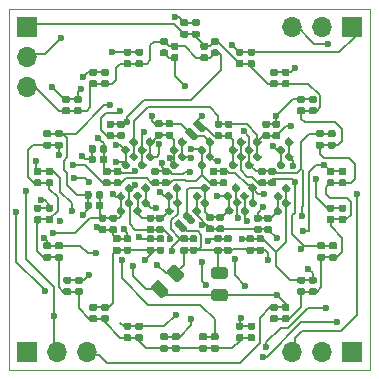
<source format=gbr>
G04 #@! TF.GenerationSoftware,KiCad,Pcbnew,(5.1.5)-3*
G04 #@! TF.CreationDate,2020-04-01T23:31:59-03:00*
G04 #@! TF.ProjectId,LDDH200324A,4c444448-3230-4303-9332-34412e6b6963,rev?*
G04 #@! TF.SameCoordinates,Original*
G04 #@! TF.FileFunction,Copper,L1,Top*
G04 #@! TF.FilePolarity,Positive*
%FSLAX45Y45*%
G04 Gerber Fmt 4.5, Leading zero omitted, Abs format (unit mm)*
G04 Created by KiCad (PCBNEW (5.1.5)-3) date 2020-04-01 23:31:59*
%MOMM*%
%LPD*%
G04 APERTURE LIST*
%ADD10C,0.050000*%
%ADD11O,1.700000X1.700000*%
%ADD12R,1.700000X1.700000*%
%ADD13C,0.100000*%
%ADD14C,0.600000*%
%ADD15C,0.200000*%
G04 APERTURE END LIST*
D10*
X16306000Y-8549000D02*
X13256000Y-8549000D01*
X13256000Y-8549000D02*
X13256000Y-11599000D01*
X16306000Y-11599000D02*
X16306000Y-8549000D01*
X13256000Y-11599000D02*
X16306000Y-11599000D01*
D11*
X13914000Y-11449000D03*
X13660000Y-11449000D03*
D12*
X13406000Y-11449000D03*
D11*
X15648000Y-11449000D03*
X15902000Y-11449000D03*
D12*
X16156000Y-11449000D03*
D11*
X15648000Y-8699000D03*
X15902000Y-8699000D03*
D12*
X16156000Y-8699000D03*
D11*
X13406000Y-9207000D03*
X13406000Y-8953000D03*
D12*
X13406000Y-8699000D03*
G04 #@! TA.AperFunction,SMDPad,CuDef*
D13*
G36*
X15084014Y-10731617D02*
G01*
X15086380Y-10731968D01*
X15088701Y-10732550D01*
X15090953Y-10733355D01*
X15093115Y-10734378D01*
X15095167Y-10735608D01*
X15097088Y-10737033D01*
X15098861Y-10738639D01*
X15100467Y-10740412D01*
X15101892Y-10742333D01*
X15103122Y-10744385D01*
X15104145Y-10746547D01*
X15104950Y-10748799D01*
X15105532Y-10751120D01*
X15105883Y-10753486D01*
X15106000Y-10755875D01*
X15106000Y-10804625D01*
X15105883Y-10807014D01*
X15105532Y-10809380D01*
X15104950Y-10811701D01*
X15104145Y-10813953D01*
X15103122Y-10816115D01*
X15101892Y-10818167D01*
X15100467Y-10820088D01*
X15098861Y-10821861D01*
X15097088Y-10823467D01*
X15095167Y-10824892D01*
X15093115Y-10826122D01*
X15090953Y-10827145D01*
X15088701Y-10827950D01*
X15086380Y-10828532D01*
X15084014Y-10828883D01*
X15081625Y-10829000D01*
X14990375Y-10829000D01*
X14987986Y-10828883D01*
X14985620Y-10828532D01*
X14983299Y-10827950D01*
X14981047Y-10827145D01*
X14978885Y-10826122D01*
X14976833Y-10824892D01*
X14974912Y-10823467D01*
X14973139Y-10821861D01*
X14971533Y-10820088D01*
X14970108Y-10818167D01*
X14968878Y-10816115D01*
X14967855Y-10813953D01*
X14967050Y-10811701D01*
X14966468Y-10809380D01*
X14966117Y-10807014D01*
X14966000Y-10804625D01*
X14966000Y-10755875D01*
X14966117Y-10753486D01*
X14966468Y-10751120D01*
X14967050Y-10748799D01*
X14967855Y-10746547D01*
X14968878Y-10744385D01*
X14970108Y-10742333D01*
X14971533Y-10740412D01*
X14973139Y-10738639D01*
X14974912Y-10737033D01*
X14976833Y-10735608D01*
X14978885Y-10734378D01*
X14981047Y-10733355D01*
X14983299Y-10732550D01*
X14985620Y-10731968D01*
X14987986Y-10731617D01*
X14990375Y-10731500D01*
X15081625Y-10731500D01*
X15084014Y-10731617D01*
G37*
G04 #@! TD.AperFunction*
G04 #@! TA.AperFunction,SMDPad,CuDef*
G36*
X15084014Y-10919117D02*
G01*
X15086380Y-10919468D01*
X15088701Y-10920050D01*
X15090953Y-10920855D01*
X15093115Y-10921878D01*
X15095167Y-10923108D01*
X15097088Y-10924533D01*
X15098861Y-10926139D01*
X15100467Y-10927912D01*
X15101892Y-10929833D01*
X15103122Y-10931885D01*
X15104145Y-10934047D01*
X15104950Y-10936299D01*
X15105532Y-10938620D01*
X15105883Y-10940986D01*
X15106000Y-10943375D01*
X15106000Y-10992125D01*
X15105883Y-10994514D01*
X15105532Y-10996880D01*
X15104950Y-10999201D01*
X15104145Y-11001453D01*
X15103122Y-11003615D01*
X15101892Y-11005667D01*
X15100467Y-11007588D01*
X15098861Y-11009361D01*
X15097088Y-11010967D01*
X15095167Y-11012392D01*
X15093115Y-11013622D01*
X15090953Y-11014645D01*
X15088701Y-11015450D01*
X15086380Y-11016032D01*
X15084014Y-11016383D01*
X15081625Y-11016500D01*
X14990375Y-11016500D01*
X14987986Y-11016383D01*
X14985620Y-11016032D01*
X14983299Y-11015450D01*
X14981047Y-11014645D01*
X14978885Y-11013622D01*
X14976833Y-11012392D01*
X14974912Y-11010967D01*
X14973139Y-11009361D01*
X14971533Y-11007588D01*
X14970108Y-11005667D01*
X14968878Y-11003615D01*
X14967855Y-11001453D01*
X14967050Y-10999201D01*
X14966468Y-10996880D01*
X14966117Y-10994514D01*
X14966000Y-10992125D01*
X14966000Y-10943375D01*
X14966117Y-10940986D01*
X14966468Y-10938620D01*
X14967050Y-10936299D01*
X14967855Y-10934047D01*
X14968878Y-10931885D01*
X14970108Y-10929833D01*
X14971533Y-10927912D01*
X14973139Y-10926139D01*
X14974912Y-10924533D01*
X14976833Y-10923108D01*
X14978885Y-10921878D01*
X14981047Y-10920855D01*
X14983299Y-10920050D01*
X14985620Y-10919468D01*
X14987986Y-10919117D01*
X14990375Y-10919000D01*
X15081625Y-10919000D01*
X15084014Y-10919117D01*
G37*
G04 #@! TD.AperFunction*
G04 #@! TA.AperFunction,SMDPad,CuDef*
G36*
X14517072Y-10841536D02*
G01*
X14519438Y-10841887D01*
X14521758Y-10842468D01*
X14524011Y-10843274D01*
X14526173Y-10844297D01*
X14528225Y-10845527D01*
X14530146Y-10846952D01*
X14531918Y-10848558D01*
X14596442Y-10913082D01*
X14598048Y-10914854D01*
X14599473Y-10916775D01*
X14600703Y-10918827D01*
X14601726Y-10920989D01*
X14602532Y-10923242D01*
X14603113Y-10925562D01*
X14603464Y-10927928D01*
X14603581Y-10930317D01*
X14603464Y-10932707D01*
X14603113Y-10935073D01*
X14602532Y-10937393D01*
X14601726Y-10939645D01*
X14600703Y-10941808D01*
X14599473Y-10943859D01*
X14598048Y-10945781D01*
X14596442Y-10947553D01*
X14561970Y-10982025D01*
X14560198Y-10983631D01*
X14558277Y-10985056D01*
X14556225Y-10986286D01*
X14554063Y-10987308D01*
X14551810Y-10988114D01*
X14549490Y-10988695D01*
X14547124Y-10989046D01*
X14544735Y-10989164D01*
X14542345Y-10989046D01*
X14539979Y-10988695D01*
X14537659Y-10988114D01*
X14535407Y-10987308D01*
X14533244Y-10986286D01*
X14531193Y-10985056D01*
X14529271Y-10983631D01*
X14527499Y-10982025D01*
X14462975Y-10917501D01*
X14461369Y-10915729D01*
X14459944Y-10913807D01*
X14458714Y-10911756D01*
X14457692Y-10909593D01*
X14456886Y-10907341D01*
X14456305Y-10905021D01*
X14455954Y-10902655D01*
X14455836Y-10900265D01*
X14455954Y-10897876D01*
X14456305Y-10895510D01*
X14456886Y-10893190D01*
X14457692Y-10890937D01*
X14458714Y-10888775D01*
X14459944Y-10886723D01*
X14461369Y-10884802D01*
X14462975Y-10883030D01*
X14497447Y-10848558D01*
X14499219Y-10846952D01*
X14501141Y-10845527D01*
X14503192Y-10844297D01*
X14505355Y-10843274D01*
X14507607Y-10842468D01*
X14509927Y-10841887D01*
X14512293Y-10841536D01*
X14514683Y-10841419D01*
X14517072Y-10841536D01*
G37*
G04 #@! TD.AperFunction*
G04 #@! TA.AperFunction,SMDPad,CuDef*
G36*
X14649654Y-10708954D02*
G01*
X14652021Y-10709305D01*
X14654341Y-10709886D01*
X14656593Y-10710692D01*
X14658756Y-10711714D01*
X14660807Y-10712944D01*
X14662729Y-10714369D01*
X14664501Y-10715976D01*
X14729024Y-10780499D01*
X14730631Y-10782271D01*
X14732056Y-10784193D01*
X14733286Y-10786244D01*
X14734308Y-10788407D01*
X14735114Y-10790659D01*
X14735695Y-10792979D01*
X14736046Y-10795346D01*
X14736164Y-10797735D01*
X14736046Y-10800124D01*
X14735695Y-10802490D01*
X14735114Y-10804810D01*
X14734308Y-10807063D01*
X14733286Y-10809225D01*
X14732056Y-10811277D01*
X14730631Y-10813198D01*
X14729024Y-10814970D01*
X14694553Y-10849442D01*
X14692781Y-10851048D01*
X14690859Y-10852473D01*
X14688808Y-10853703D01*
X14686645Y-10854726D01*
X14684393Y-10855532D01*
X14682073Y-10856113D01*
X14679706Y-10856464D01*
X14677317Y-10856581D01*
X14674928Y-10856464D01*
X14672562Y-10856113D01*
X14670242Y-10855532D01*
X14667989Y-10854726D01*
X14665827Y-10853703D01*
X14663775Y-10852473D01*
X14661854Y-10851048D01*
X14660082Y-10849442D01*
X14595558Y-10784918D01*
X14593952Y-10783146D01*
X14592527Y-10781225D01*
X14591297Y-10779173D01*
X14590274Y-10777011D01*
X14589468Y-10774758D01*
X14588887Y-10772438D01*
X14588536Y-10770072D01*
X14588419Y-10767683D01*
X14588536Y-10765294D01*
X14588887Y-10762927D01*
X14589468Y-10760607D01*
X14590274Y-10758355D01*
X14591297Y-10756192D01*
X14592527Y-10754141D01*
X14593952Y-10752219D01*
X14595558Y-10750447D01*
X14630030Y-10715976D01*
X14631802Y-10714369D01*
X14633723Y-10712944D01*
X14635775Y-10711714D01*
X14637937Y-10710692D01*
X14640190Y-10709886D01*
X14642510Y-10709305D01*
X14644876Y-10708954D01*
X14647265Y-10708836D01*
X14649654Y-10708954D01*
G37*
G04 #@! TD.AperFunction*
G04 #@! TA.AperFunction,SMDPad,CuDef*
G36*
X15399696Y-10558071D02*
G01*
X15401128Y-10558283D01*
X15402532Y-10558635D01*
X15403895Y-10559123D01*
X15405203Y-10559742D01*
X15406445Y-10560486D01*
X15407607Y-10561348D01*
X15408680Y-10562320D01*
X15409652Y-10563393D01*
X15410514Y-10564555D01*
X15411258Y-10565797D01*
X15411877Y-10567105D01*
X15412365Y-10568468D01*
X15412717Y-10569872D01*
X15412929Y-10571304D01*
X15413000Y-10572750D01*
X15413000Y-10602250D01*
X15412929Y-10603696D01*
X15412717Y-10605128D01*
X15412365Y-10606532D01*
X15411877Y-10607895D01*
X15411258Y-10609203D01*
X15410514Y-10610445D01*
X15409652Y-10611607D01*
X15408680Y-10612680D01*
X15407607Y-10613652D01*
X15406445Y-10614514D01*
X15405203Y-10615258D01*
X15403895Y-10615877D01*
X15402532Y-10616365D01*
X15401128Y-10616717D01*
X15399696Y-10616929D01*
X15398250Y-10617000D01*
X15363750Y-10617000D01*
X15362304Y-10616929D01*
X15360872Y-10616717D01*
X15359468Y-10616365D01*
X15358105Y-10615877D01*
X15356797Y-10615258D01*
X15355555Y-10614514D01*
X15354393Y-10613652D01*
X15353320Y-10612680D01*
X15352348Y-10611607D01*
X15351486Y-10610445D01*
X15350742Y-10609203D01*
X15350123Y-10607895D01*
X15349635Y-10606532D01*
X15349283Y-10605128D01*
X15349071Y-10603696D01*
X15349000Y-10602250D01*
X15349000Y-10572750D01*
X15349071Y-10571304D01*
X15349283Y-10569872D01*
X15349635Y-10568468D01*
X15350123Y-10567105D01*
X15350742Y-10565797D01*
X15351486Y-10564555D01*
X15352348Y-10563393D01*
X15353320Y-10562320D01*
X15354393Y-10561348D01*
X15355555Y-10560486D01*
X15356797Y-10559742D01*
X15358105Y-10559123D01*
X15359468Y-10558635D01*
X15360872Y-10558283D01*
X15362304Y-10558071D01*
X15363750Y-10558000D01*
X15398250Y-10558000D01*
X15399696Y-10558071D01*
G37*
G04 #@! TD.AperFunction*
G04 #@! TA.AperFunction,SMDPad,CuDef*
G36*
X15399696Y-10461071D02*
G01*
X15401128Y-10461283D01*
X15402532Y-10461635D01*
X15403895Y-10462123D01*
X15405203Y-10462742D01*
X15406445Y-10463486D01*
X15407607Y-10464348D01*
X15408680Y-10465320D01*
X15409652Y-10466393D01*
X15410514Y-10467555D01*
X15411258Y-10468797D01*
X15411877Y-10470105D01*
X15412365Y-10471468D01*
X15412717Y-10472872D01*
X15412929Y-10474304D01*
X15413000Y-10475750D01*
X15413000Y-10505250D01*
X15412929Y-10506696D01*
X15412717Y-10508128D01*
X15412365Y-10509532D01*
X15411877Y-10510895D01*
X15411258Y-10512203D01*
X15410514Y-10513445D01*
X15409652Y-10514607D01*
X15408680Y-10515680D01*
X15407607Y-10516652D01*
X15406445Y-10517514D01*
X15405203Y-10518258D01*
X15403895Y-10518877D01*
X15402532Y-10519365D01*
X15401128Y-10519717D01*
X15399696Y-10519929D01*
X15398250Y-10520000D01*
X15363750Y-10520000D01*
X15362304Y-10519929D01*
X15360872Y-10519717D01*
X15359468Y-10519365D01*
X15358105Y-10518877D01*
X15356797Y-10518258D01*
X15355555Y-10517514D01*
X15354393Y-10516652D01*
X15353320Y-10515680D01*
X15352348Y-10514607D01*
X15351486Y-10513445D01*
X15350742Y-10512203D01*
X15350123Y-10510895D01*
X15349635Y-10509532D01*
X15349283Y-10508128D01*
X15349071Y-10506696D01*
X15349000Y-10505250D01*
X15349000Y-10475750D01*
X15349071Y-10474304D01*
X15349283Y-10472872D01*
X15349635Y-10471468D01*
X15350123Y-10470105D01*
X15350742Y-10468797D01*
X15351486Y-10467555D01*
X15352348Y-10466393D01*
X15353320Y-10465320D01*
X15354393Y-10464348D01*
X15355555Y-10463486D01*
X15356797Y-10462742D01*
X15358105Y-10462123D01*
X15359468Y-10461635D01*
X15360872Y-10461283D01*
X15362304Y-10461071D01*
X15363750Y-10461000D01*
X15398250Y-10461000D01*
X15399696Y-10461071D01*
G37*
G04 #@! TD.AperFunction*
G04 #@! TA.AperFunction,SMDPad,CuDef*
G36*
X15314696Y-10461071D02*
G01*
X15316128Y-10461283D01*
X15317532Y-10461635D01*
X15318895Y-10462123D01*
X15320203Y-10462742D01*
X15321445Y-10463486D01*
X15322607Y-10464348D01*
X15323680Y-10465320D01*
X15324652Y-10466393D01*
X15325514Y-10467555D01*
X15326258Y-10468797D01*
X15326877Y-10470105D01*
X15327365Y-10471468D01*
X15327717Y-10472872D01*
X15327929Y-10474304D01*
X15328000Y-10475750D01*
X15328000Y-10505250D01*
X15327929Y-10506696D01*
X15327717Y-10508128D01*
X15327365Y-10509532D01*
X15326877Y-10510895D01*
X15326258Y-10512203D01*
X15325514Y-10513445D01*
X15324652Y-10514607D01*
X15323680Y-10515680D01*
X15322607Y-10516652D01*
X15321445Y-10517514D01*
X15320203Y-10518258D01*
X15318895Y-10518877D01*
X15317532Y-10519365D01*
X15316128Y-10519717D01*
X15314696Y-10519929D01*
X15313250Y-10520000D01*
X15278750Y-10520000D01*
X15277304Y-10519929D01*
X15275872Y-10519717D01*
X15274468Y-10519365D01*
X15273105Y-10518877D01*
X15271797Y-10518258D01*
X15270555Y-10517514D01*
X15269393Y-10516652D01*
X15268320Y-10515680D01*
X15267348Y-10514607D01*
X15266486Y-10513445D01*
X15265742Y-10512203D01*
X15265123Y-10510895D01*
X15264635Y-10509532D01*
X15264283Y-10508128D01*
X15264071Y-10506696D01*
X15264000Y-10505250D01*
X15264000Y-10475750D01*
X15264071Y-10474304D01*
X15264283Y-10472872D01*
X15264635Y-10471468D01*
X15265123Y-10470105D01*
X15265742Y-10468797D01*
X15266486Y-10467555D01*
X15267348Y-10466393D01*
X15268320Y-10465320D01*
X15269393Y-10464348D01*
X15270555Y-10463486D01*
X15271797Y-10462742D01*
X15273105Y-10462123D01*
X15274468Y-10461635D01*
X15275872Y-10461283D01*
X15277304Y-10461071D01*
X15278750Y-10461000D01*
X15313250Y-10461000D01*
X15314696Y-10461071D01*
G37*
G04 #@! TD.AperFunction*
G04 #@! TA.AperFunction,SMDPad,CuDef*
G36*
X15314696Y-10558071D02*
G01*
X15316128Y-10558283D01*
X15317532Y-10558635D01*
X15318895Y-10559123D01*
X15320203Y-10559742D01*
X15321445Y-10560486D01*
X15322607Y-10561348D01*
X15323680Y-10562320D01*
X15324652Y-10563393D01*
X15325514Y-10564555D01*
X15326258Y-10565797D01*
X15326877Y-10567105D01*
X15327365Y-10568468D01*
X15327717Y-10569872D01*
X15327929Y-10571304D01*
X15328000Y-10572750D01*
X15328000Y-10602250D01*
X15327929Y-10603696D01*
X15327717Y-10605128D01*
X15327365Y-10606532D01*
X15326877Y-10607895D01*
X15326258Y-10609203D01*
X15325514Y-10610445D01*
X15324652Y-10611607D01*
X15323680Y-10612680D01*
X15322607Y-10613652D01*
X15321445Y-10614514D01*
X15320203Y-10615258D01*
X15318895Y-10615877D01*
X15317532Y-10616365D01*
X15316128Y-10616717D01*
X15314696Y-10616929D01*
X15313250Y-10617000D01*
X15278750Y-10617000D01*
X15277304Y-10616929D01*
X15275872Y-10616717D01*
X15274468Y-10616365D01*
X15273105Y-10615877D01*
X15271797Y-10615258D01*
X15270555Y-10614514D01*
X15269393Y-10613652D01*
X15268320Y-10612680D01*
X15267348Y-10611607D01*
X15266486Y-10610445D01*
X15265742Y-10609203D01*
X15265123Y-10607895D01*
X15264635Y-10606532D01*
X15264283Y-10605128D01*
X15264071Y-10603696D01*
X15264000Y-10602250D01*
X15264000Y-10572750D01*
X15264071Y-10571304D01*
X15264283Y-10569872D01*
X15264635Y-10568468D01*
X15265123Y-10567105D01*
X15265742Y-10565797D01*
X15266486Y-10564555D01*
X15267348Y-10563393D01*
X15268320Y-10562320D01*
X15269393Y-10561348D01*
X15270555Y-10560486D01*
X15271797Y-10559742D01*
X15273105Y-10559123D01*
X15274468Y-10558635D01*
X15275872Y-10558283D01*
X15277304Y-10558071D01*
X15278750Y-10558000D01*
X15313250Y-10558000D01*
X15314696Y-10558071D01*
G37*
G04 #@! TD.AperFunction*
G04 #@! TA.AperFunction,SMDPad,CuDef*
G36*
X15125276Y-10557511D02*
G01*
X15126708Y-10557723D01*
X15128112Y-10558075D01*
X15129475Y-10558563D01*
X15130783Y-10559182D01*
X15132025Y-10559926D01*
X15133187Y-10560788D01*
X15134260Y-10561760D01*
X15135232Y-10562833D01*
X15136094Y-10563995D01*
X15136838Y-10565237D01*
X15137457Y-10566545D01*
X15137945Y-10567908D01*
X15138297Y-10569312D01*
X15138509Y-10570744D01*
X15138580Y-10572190D01*
X15138580Y-10601690D01*
X15138509Y-10603136D01*
X15138297Y-10604568D01*
X15137945Y-10605972D01*
X15137457Y-10607335D01*
X15136838Y-10608643D01*
X15136094Y-10609885D01*
X15135232Y-10611047D01*
X15134260Y-10612120D01*
X15133187Y-10613092D01*
X15132025Y-10613954D01*
X15130783Y-10614698D01*
X15129475Y-10615317D01*
X15128112Y-10615805D01*
X15126708Y-10616157D01*
X15125276Y-10616369D01*
X15123830Y-10616440D01*
X15089330Y-10616440D01*
X15087884Y-10616369D01*
X15086452Y-10616157D01*
X15085048Y-10615805D01*
X15083685Y-10615317D01*
X15082377Y-10614698D01*
X15081135Y-10613954D01*
X15079973Y-10613092D01*
X15078900Y-10612120D01*
X15077928Y-10611047D01*
X15077066Y-10609885D01*
X15076322Y-10608643D01*
X15075703Y-10607335D01*
X15075215Y-10605972D01*
X15074863Y-10604568D01*
X15074651Y-10603136D01*
X15074580Y-10601690D01*
X15074580Y-10572190D01*
X15074651Y-10570744D01*
X15074863Y-10569312D01*
X15075215Y-10567908D01*
X15075703Y-10566545D01*
X15076322Y-10565237D01*
X15077066Y-10563995D01*
X15077928Y-10562833D01*
X15078900Y-10561760D01*
X15079973Y-10560788D01*
X15081135Y-10559926D01*
X15082377Y-10559182D01*
X15083685Y-10558563D01*
X15085048Y-10558075D01*
X15086452Y-10557723D01*
X15087884Y-10557511D01*
X15089330Y-10557440D01*
X15123830Y-10557440D01*
X15125276Y-10557511D01*
G37*
G04 #@! TD.AperFunction*
G04 #@! TA.AperFunction,SMDPad,CuDef*
G36*
X15125276Y-10460511D02*
G01*
X15126708Y-10460723D01*
X15128112Y-10461075D01*
X15129475Y-10461563D01*
X15130783Y-10462182D01*
X15132025Y-10462926D01*
X15133187Y-10463788D01*
X15134260Y-10464760D01*
X15135232Y-10465833D01*
X15136094Y-10466995D01*
X15136838Y-10468237D01*
X15137457Y-10469545D01*
X15137945Y-10470908D01*
X15138297Y-10472312D01*
X15138509Y-10473744D01*
X15138580Y-10475190D01*
X15138580Y-10504690D01*
X15138509Y-10506136D01*
X15138297Y-10507568D01*
X15137945Y-10508972D01*
X15137457Y-10510335D01*
X15136838Y-10511643D01*
X15136094Y-10512885D01*
X15135232Y-10514047D01*
X15134260Y-10515120D01*
X15133187Y-10516092D01*
X15132025Y-10516954D01*
X15130783Y-10517698D01*
X15129475Y-10518317D01*
X15128112Y-10518805D01*
X15126708Y-10519157D01*
X15125276Y-10519369D01*
X15123830Y-10519440D01*
X15089330Y-10519440D01*
X15087884Y-10519369D01*
X15086452Y-10519157D01*
X15085048Y-10518805D01*
X15083685Y-10518317D01*
X15082377Y-10517698D01*
X15081135Y-10516954D01*
X15079973Y-10516092D01*
X15078900Y-10515120D01*
X15077928Y-10514047D01*
X15077066Y-10512885D01*
X15076322Y-10511643D01*
X15075703Y-10510335D01*
X15075215Y-10508972D01*
X15074863Y-10507568D01*
X15074651Y-10506136D01*
X15074580Y-10504690D01*
X15074580Y-10475190D01*
X15074651Y-10473744D01*
X15074863Y-10472312D01*
X15075215Y-10470908D01*
X15075703Y-10469545D01*
X15076322Y-10468237D01*
X15077066Y-10466995D01*
X15077928Y-10465833D01*
X15078900Y-10464760D01*
X15079973Y-10463788D01*
X15081135Y-10462926D01*
X15082377Y-10462182D01*
X15083685Y-10461563D01*
X15085048Y-10461075D01*
X15086452Y-10460723D01*
X15087884Y-10460511D01*
X15089330Y-10460440D01*
X15123830Y-10460440D01*
X15125276Y-10460511D01*
G37*
G04 #@! TD.AperFunction*
G04 #@! TA.AperFunction,SMDPad,CuDef*
G36*
X15041456Y-10460511D02*
G01*
X15042888Y-10460723D01*
X15044292Y-10461075D01*
X15045655Y-10461563D01*
X15046963Y-10462182D01*
X15048205Y-10462926D01*
X15049367Y-10463788D01*
X15050440Y-10464760D01*
X15051412Y-10465833D01*
X15052274Y-10466995D01*
X15053018Y-10468237D01*
X15053637Y-10469545D01*
X15054125Y-10470908D01*
X15054477Y-10472312D01*
X15054689Y-10473744D01*
X15054760Y-10475190D01*
X15054760Y-10504690D01*
X15054689Y-10506136D01*
X15054477Y-10507568D01*
X15054125Y-10508972D01*
X15053637Y-10510335D01*
X15053018Y-10511643D01*
X15052274Y-10512885D01*
X15051412Y-10514047D01*
X15050440Y-10515120D01*
X15049367Y-10516092D01*
X15048205Y-10516954D01*
X15046963Y-10517698D01*
X15045655Y-10518317D01*
X15044292Y-10518805D01*
X15042888Y-10519157D01*
X15041456Y-10519369D01*
X15040010Y-10519440D01*
X15005510Y-10519440D01*
X15004064Y-10519369D01*
X15002632Y-10519157D01*
X15001228Y-10518805D01*
X14999865Y-10518317D01*
X14998557Y-10517698D01*
X14997315Y-10516954D01*
X14996153Y-10516092D01*
X14995080Y-10515120D01*
X14994108Y-10514047D01*
X14993246Y-10512885D01*
X14992502Y-10511643D01*
X14991883Y-10510335D01*
X14991395Y-10508972D01*
X14991043Y-10507568D01*
X14990831Y-10506136D01*
X14990760Y-10504690D01*
X14990760Y-10475190D01*
X14990831Y-10473744D01*
X14991043Y-10472312D01*
X14991395Y-10470908D01*
X14991883Y-10469545D01*
X14992502Y-10468237D01*
X14993246Y-10466995D01*
X14994108Y-10465833D01*
X14995080Y-10464760D01*
X14996153Y-10463788D01*
X14997315Y-10462926D01*
X14998557Y-10462182D01*
X14999865Y-10461563D01*
X15001228Y-10461075D01*
X15002632Y-10460723D01*
X15004064Y-10460511D01*
X15005510Y-10460440D01*
X15040010Y-10460440D01*
X15041456Y-10460511D01*
G37*
G04 #@! TD.AperFunction*
G04 #@! TA.AperFunction,SMDPad,CuDef*
G36*
X15041456Y-10557511D02*
G01*
X15042888Y-10557723D01*
X15044292Y-10558075D01*
X15045655Y-10558563D01*
X15046963Y-10559182D01*
X15048205Y-10559926D01*
X15049367Y-10560788D01*
X15050440Y-10561760D01*
X15051412Y-10562833D01*
X15052274Y-10563995D01*
X15053018Y-10565237D01*
X15053637Y-10566545D01*
X15054125Y-10567908D01*
X15054477Y-10569312D01*
X15054689Y-10570744D01*
X15054760Y-10572190D01*
X15054760Y-10601690D01*
X15054689Y-10603136D01*
X15054477Y-10604568D01*
X15054125Y-10605972D01*
X15053637Y-10607335D01*
X15053018Y-10608643D01*
X15052274Y-10609885D01*
X15051412Y-10611047D01*
X15050440Y-10612120D01*
X15049367Y-10613092D01*
X15048205Y-10613954D01*
X15046963Y-10614698D01*
X15045655Y-10615317D01*
X15044292Y-10615805D01*
X15042888Y-10616157D01*
X15041456Y-10616369D01*
X15040010Y-10616440D01*
X15005510Y-10616440D01*
X15004064Y-10616369D01*
X15002632Y-10616157D01*
X15001228Y-10615805D01*
X14999865Y-10615317D01*
X14998557Y-10614698D01*
X14997315Y-10613954D01*
X14996153Y-10613092D01*
X14995080Y-10612120D01*
X14994108Y-10611047D01*
X14993246Y-10609885D01*
X14992502Y-10608643D01*
X14991883Y-10607335D01*
X14991395Y-10605972D01*
X14991043Y-10604568D01*
X14990831Y-10603136D01*
X14990760Y-10601690D01*
X14990760Y-10572190D01*
X14990831Y-10570744D01*
X14991043Y-10569312D01*
X14991395Y-10567908D01*
X14991883Y-10566545D01*
X14992502Y-10565237D01*
X14993246Y-10563995D01*
X14994108Y-10562833D01*
X14995080Y-10561760D01*
X14996153Y-10560788D01*
X14997315Y-10559926D01*
X14998557Y-10559182D01*
X14999865Y-10558563D01*
X15001228Y-10558075D01*
X15002632Y-10557723D01*
X15004064Y-10557511D01*
X15005510Y-10557440D01*
X15040010Y-10557440D01*
X15041456Y-10557511D01*
G37*
G04 #@! TD.AperFunction*
G04 #@! TA.AperFunction,SMDPad,CuDef*
G36*
X14834696Y-10558071D02*
G01*
X14836128Y-10558283D01*
X14837532Y-10558635D01*
X14838895Y-10559123D01*
X14840203Y-10559742D01*
X14841445Y-10560486D01*
X14842607Y-10561348D01*
X14843680Y-10562320D01*
X14844652Y-10563393D01*
X14845514Y-10564555D01*
X14846258Y-10565797D01*
X14846877Y-10567105D01*
X14847365Y-10568468D01*
X14847717Y-10569872D01*
X14847929Y-10571304D01*
X14848000Y-10572750D01*
X14848000Y-10602250D01*
X14847929Y-10603696D01*
X14847717Y-10605128D01*
X14847365Y-10606532D01*
X14846877Y-10607895D01*
X14846258Y-10609203D01*
X14845514Y-10610445D01*
X14844652Y-10611607D01*
X14843680Y-10612680D01*
X14842607Y-10613652D01*
X14841445Y-10614514D01*
X14840203Y-10615258D01*
X14838895Y-10615877D01*
X14837532Y-10616365D01*
X14836128Y-10616717D01*
X14834696Y-10616929D01*
X14833250Y-10617000D01*
X14798750Y-10617000D01*
X14797304Y-10616929D01*
X14795872Y-10616717D01*
X14794468Y-10616365D01*
X14793105Y-10615877D01*
X14791797Y-10615258D01*
X14790555Y-10614514D01*
X14789393Y-10613652D01*
X14788320Y-10612680D01*
X14787348Y-10611607D01*
X14786486Y-10610445D01*
X14785742Y-10609203D01*
X14785123Y-10607895D01*
X14784635Y-10606532D01*
X14784283Y-10605128D01*
X14784071Y-10603696D01*
X14784000Y-10602250D01*
X14784000Y-10572750D01*
X14784071Y-10571304D01*
X14784283Y-10569872D01*
X14784635Y-10568468D01*
X14785123Y-10567105D01*
X14785742Y-10565797D01*
X14786486Y-10564555D01*
X14787348Y-10563393D01*
X14788320Y-10562320D01*
X14789393Y-10561348D01*
X14790555Y-10560486D01*
X14791797Y-10559742D01*
X14793105Y-10559123D01*
X14794468Y-10558635D01*
X14795872Y-10558283D01*
X14797304Y-10558071D01*
X14798750Y-10558000D01*
X14833250Y-10558000D01*
X14834696Y-10558071D01*
G37*
G04 #@! TD.AperFunction*
G04 #@! TA.AperFunction,SMDPad,CuDef*
G36*
X14834696Y-10461071D02*
G01*
X14836128Y-10461283D01*
X14837532Y-10461635D01*
X14838895Y-10462123D01*
X14840203Y-10462742D01*
X14841445Y-10463486D01*
X14842607Y-10464348D01*
X14843680Y-10465320D01*
X14844652Y-10466393D01*
X14845514Y-10467555D01*
X14846258Y-10468797D01*
X14846877Y-10470105D01*
X14847365Y-10471468D01*
X14847717Y-10472872D01*
X14847929Y-10474304D01*
X14848000Y-10475750D01*
X14848000Y-10505250D01*
X14847929Y-10506696D01*
X14847717Y-10508128D01*
X14847365Y-10509532D01*
X14846877Y-10510895D01*
X14846258Y-10512203D01*
X14845514Y-10513445D01*
X14844652Y-10514607D01*
X14843680Y-10515680D01*
X14842607Y-10516652D01*
X14841445Y-10517514D01*
X14840203Y-10518258D01*
X14838895Y-10518877D01*
X14837532Y-10519365D01*
X14836128Y-10519717D01*
X14834696Y-10519929D01*
X14833250Y-10520000D01*
X14798750Y-10520000D01*
X14797304Y-10519929D01*
X14795872Y-10519717D01*
X14794468Y-10519365D01*
X14793105Y-10518877D01*
X14791797Y-10518258D01*
X14790555Y-10517514D01*
X14789393Y-10516652D01*
X14788320Y-10515680D01*
X14787348Y-10514607D01*
X14786486Y-10513445D01*
X14785742Y-10512203D01*
X14785123Y-10510895D01*
X14784635Y-10509532D01*
X14784283Y-10508128D01*
X14784071Y-10506696D01*
X14784000Y-10505250D01*
X14784000Y-10475750D01*
X14784071Y-10474304D01*
X14784283Y-10472872D01*
X14784635Y-10471468D01*
X14785123Y-10470105D01*
X14785742Y-10468797D01*
X14786486Y-10467555D01*
X14787348Y-10466393D01*
X14788320Y-10465320D01*
X14789393Y-10464348D01*
X14790555Y-10463486D01*
X14791797Y-10462742D01*
X14793105Y-10462123D01*
X14794468Y-10461635D01*
X14795872Y-10461283D01*
X14797304Y-10461071D01*
X14798750Y-10461000D01*
X14833250Y-10461000D01*
X14834696Y-10461071D01*
G37*
G04 #@! TD.AperFunction*
G04 #@! TA.AperFunction,SMDPad,CuDef*
G36*
X14754696Y-10461071D02*
G01*
X14756128Y-10461283D01*
X14757532Y-10461635D01*
X14758895Y-10462123D01*
X14760203Y-10462742D01*
X14761445Y-10463486D01*
X14762607Y-10464348D01*
X14763680Y-10465320D01*
X14764652Y-10466393D01*
X14765514Y-10467555D01*
X14766258Y-10468797D01*
X14766877Y-10470105D01*
X14767365Y-10471468D01*
X14767717Y-10472872D01*
X14767929Y-10474304D01*
X14768000Y-10475750D01*
X14768000Y-10505250D01*
X14767929Y-10506696D01*
X14767717Y-10508128D01*
X14767365Y-10509532D01*
X14766877Y-10510895D01*
X14766258Y-10512203D01*
X14765514Y-10513445D01*
X14764652Y-10514607D01*
X14763680Y-10515680D01*
X14762607Y-10516652D01*
X14761445Y-10517514D01*
X14760203Y-10518258D01*
X14758895Y-10518877D01*
X14757532Y-10519365D01*
X14756128Y-10519717D01*
X14754696Y-10519929D01*
X14753250Y-10520000D01*
X14718750Y-10520000D01*
X14717304Y-10519929D01*
X14715872Y-10519717D01*
X14714468Y-10519365D01*
X14713105Y-10518877D01*
X14711797Y-10518258D01*
X14710555Y-10517514D01*
X14709393Y-10516652D01*
X14708320Y-10515680D01*
X14707348Y-10514607D01*
X14706486Y-10513445D01*
X14705742Y-10512203D01*
X14705123Y-10510895D01*
X14704635Y-10509532D01*
X14704283Y-10508128D01*
X14704071Y-10506696D01*
X14704000Y-10505250D01*
X14704000Y-10475750D01*
X14704071Y-10474304D01*
X14704283Y-10472872D01*
X14704635Y-10471468D01*
X14705123Y-10470105D01*
X14705742Y-10468797D01*
X14706486Y-10467555D01*
X14707348Y-10466393D01*
X14708320Y-10465320D01*
X14709393Y-10464348D01*
X14710555Y-10463486D01*
X14711797Y-10462742D01*
X14713105Y-10462123D01*
X14714468Y-10461635D01*
X14715872Y-10461283D01*
X14717304Y-10461071D01*
X14718750Y-10461000D01*
X14753250Y-10461000D01*
X14754696Y-10461071D01*
G37*
G04 #@! TD.AperFunction*
G04 #@! TA.AperFunction,SMDPad,CuDef*
G36*
X14754696Y-10558071D02*
G01*
X14756128Y-10558283D01*
X14757532Y-10558635D01*
X14758895Y-10559123D01*
X14760203Y-10559742D01*
X14761445Y-10560486D01*
X14762607Y-10561348D01*
X14763680Y-10562320D01*
X14764652Y-10563393D01*
X14765514Y-10564555D01*
X14766258Y-10565797D01*
X14766877Y-10567105D01*
X14767365Y-10568468D01*
X14767717Y-10569872D01*
X14767929Y-10571304D01*
X14768000Y-10572750D01*
X14768000Y-10602250D01*
X14767929Y-10603696D01*
X14767717Y-10605128D01*
X14767365Y-10606532D01*
X14766877Y-10607895D01*
X14766258Y-10609203D01*
X14765514Y-10610445D01*
X14764652Y-10611607D01*
X14763680Y-10612680D01*
X14762607Y-10613652D01*
X14761445Y-10614514D01*
X14760203Y-10615258D01*
X14758895Y-10615877D01*
X14757532Y-10616365D01*
X14756128Y-10616717D01*
X14754696Y-10616929D01*
X14753250Y-10617000D01*
X14718750Y-10617000D01*
X14717304Y-10616929D01*
X14715872Y-10616717D01*
X14714468Y-10616365D01*
X14713105Y-10615877D01*
X14711797Y-10615258D01*
X14710555Y-10614514D01*
X14709393Y-10613652D01*
X14708320Y-10612680D01*
X14707348Y-10611607D01*
X14706486Y-10610445D01*
X14705742Y-10609203D01*
X14705123Y-10607895D01*
X14704635Y-10606532D01*
X14704283Y-10605128D01*
X14704071Y-10603696D01*
X14704000Y-10602250D01*
X14704000Y-10572750D01*
X14704071Y-10571304D01*
X14704283Y-10569872D01*
X14704635Y-10568468D01*
X14705123Y-10567105D01*
X14705742Y-10565797D01*
X14706486Y-10564555D01*
X14707348Y-10563393D01*
X14708320Y-10562320D01*
X14709393Y-10561348D01*
X14710555Y-10560486D01*
X14711797Y-10559742D01*
X14713105Y-10559123D01*
X14714468Y-10558635D01*
X14715872Y-10558283D01*
X14717304Y-10558071D01*
X14718750Y-10558000D01*
X14753250Y-10558000D01*
X14754696Y-10558071D01*
G37*
G04 #@! TD.AperFunction*
G04 #@! TA.AperFunction,SMDPad,CuDef*
G36*
X14554696Y-10558071D02*
G01*
X14556128Y-10558283D01*
X14557532Y-10558635D01*
X14558895Y-10559123D01*
X14560203Y-10559742D01*
X14561445Y-10560486D01*
X14562607Y-10561348D01*
X14563680Y-10562320D01*
X14564652Y-10563393D01*
X14565514Y-10564555D01*
X14566258Y-10565797D01*
X14566877Y-10567105D01*
X14567365Y-10568468D01*
X14567717Y-10569872D01*
X14567929Y-10571304D01*
X14568000Y-10572750D01*
X14568000Y-10602250D01*
X14567929Y-10603696D01*
X14567717Y-10605128D01*
X14567365Y-10606532D01*
X14566877Y-10607895D01*
X14566258Y-10609203D01*
X14565514Y-10610445D01*
X14564652Y-10611607D01*
X14563680Y-10612680D01*
X14562607Y-10613652D01*
X14561445Y-10614514D01*
X14560203Y-10615258D01*
X14558895Y-10615877D01*
X14557532Y-10616365D01*
X14556128Y-10616717D01*
X14554696Y-10616929D01*
X14553250Y-10617000D01*
X14518750Y-10617000D01*
X14517304Y-10616929D01*
X14515872Y-10616717D01*
X14514468Y-10616365D01*
X14513105Y-10615877D01*
X14511797Y-10615258D01*
X14510555Y-10614514D01*
X14509393Y-10613652D01*
X14508320Y-10612680D01*
X14507348Y-10611607D01*
X14506486Y-10610445D01*
X14505742Y-10609203D01*
X14505123Y-10607895D01*
X14504635Y-10606532D01*
X14504283Y-10605128D01*
X14504071Y-10603696D01*
X14504000Y-10602250D01*
X14504000Y-10572750D01*
X14504071Y-10571304D01*
X14504283Y-10569872D01*
X14504635Y-10568468D01*
X14505123Y-10567105D01*
X14505742Y-10565797D01*
X14506486Y-10564555D01*
X14507348Y-10563393D01*
X14508320Y-10562320D01*
X14509393Y-10561348D01*
X14510555Y-10560486D01*
X14511797Y-10559742D01*
X14513105Y-10559123D01*
X14514468Y-10558635D01*
X14515872Y-10558283D01*
X14517304Y-10558071D01*
X14518750Y-10558000D01*
X14553250Y-10558000D01*
X14554696Y-10558071D01*
G37*
G04 #@! TD.AperFunction*
G04 #@! TA.AperFunction,SMDPad,CuDef*
G36*
X14554696Y-10461071D02*
G01*
X14556128Y-10461283D01*
X14557532Y-10461635D01*
X14558895Y-10462123D01*
X14560203Y-10462742D01*
X14561445Y-10463486D01*
X14562607Y-10464348D01*
X14563680Y-10465320D01*
X14564652Y-10466393D01*
X14565514Y-10467555D01*
X14566258Y-10468797D01*
X14566877Y-10470105D01*
X14567365Y-10471468D01*
X14567717Y-10472872D01*
X14567929Y-10474304D01*
X14568000Y-10475750D01*
X14568000Y-10505250D01*
X14567929Y-10506696D01*
X14567717Y-10508128D01*
X14567365Y-10509532D01*
X14566877Y-10510895D01*
X14566258Y-10512203D01*
X14565514Y-10513445D01*
X14564652Y-10514607D01*
X14563680Y-10515680D01*
X14562607Y-10516652D01*
X14561445Y-10517514D01*
X14560203Y-10518258D01*
X14558895Y-10518877D01*
X14557532Y-10519365D01*
X14556128Y-10519717D01*
X14554696Y-10519929D01*
X14553250Y-10520000D01*
X14518750Y-10520000D01*
X14517304Y-10519929D01*
X14515872Y-10519717D01*
X14514468Y-10519365D01*
X14513105Y-10518877D01*
X14511797Y-10518258D01*
X14510555Y-10517514D01*
X14509393Y-10516652D01*
X14508320Y-10515680D01*
X14507348Y-10514607D01*
X14506486Y-10513445D01*
X14505742Y-10512203D01*
X14505123Y-10510895D01*
X14504635Y-10509532D01*
X14504283Y-10508128D01*
X14504071Y-10506696D01*
X14504000Y-10505250D01*
X14504000Y-10475750D01*
X14504071Y-10474304D01*
X14504283Y-10472872D01*
X14504635Y-10471468D01*
X14505123Y-10470105D01*
X14505742Y-10468797D01*
X14506486Y-10467555D01*
X14507348Y-10466393D01*
X14508320Y-10465320D01*
X14509393Y-10464348D01*
X14510555Y-10463486D01*
X14511797Y-10462742D01*
X14513105Y-10462123D01*
X14514468Y-10461635D01*
X14515872Y-10461283D01*
X14517304Y-10461071D01*
X14518750Y-10461000D01*
X14553250Y-10461000D01*
X14554696Y-10461071D01*
G37*
G04 #@! TD.AperFunction*
G04 #@! TA.AperFunction,SMDPad,CuDef*
G36*
X14469696Y-10461071D02*
G01*
X14471128Y-10461283D01*
X14472532Y-10461635D01*
X14473895Y-10462123D01*
X14475203Y-10462742D01*
X14476445Y-10463486D01*
X14477607Y-10464348D01*
X14478680Y-10465320D01*
X14479652Y-10466393D01*
X14480514Y-10467555D01*
X14481258Y-10468797D01*
X14481877Y-10470105D01*
X14482365Y-10471468D01*
X14482717Y-10472872D01*
X14482929Y-10474304D01*
X14483000Y-10475750D01*
X14483000Y-10505250D01*
X14482929Y-10506696D01*
X14482717Y-10508128D01*
X14482365Y-10509532D01*
X14481877Y-10510895D01*
X14481258Y-10512203D01*
X14480514Y-10513445D01*
X14479652Y-10514607D01*
X14478680Y-10515680D01*
X14477607Y-10516652D01*
X14476445Y-10517514D01*
X14475203Y-10518258D01*
X14473895Y-10518877D01*
X14472532Y-10519365D01*
X14471128Y-10519717D01*
X14469696Y-10519929D01*
X14468250Y-10520000D01*
X14433750Y-10520000D01*
X14432304Y-10519929D01*
X14430872Y-10519717D01*
X14429468Y-10519365D01*
X14428105Y-10518877D01*
X14426797Y-10518258D01*
X14425555Y-10517514D01*
X14424393Y-10516652D01*
X14423320Y-10515680D01*
X14422348Y-10514607D01*
X14421486Y-10513445D01*
X14420742Y-10512203D01*
X14420123Y-10510895D01*
X14419635Y-10509532D01*
X14419283Y-10508128D01*
X14419071Y-10506696D01*
X14419000Y-10505250D01*
X14419000Y-10475750D01*
X14419071Y-10474304D01*
X14419283Y-10472872D01*
X14419635Y-10471468D01*
X14420123Y-10470105D01*
X14420742Y-10468797D01*
X14421486Y-10467555D01*
X14422348Y-10466393D01*
X14423320Y-10465320D01*
X14424393Y-10464348D01*
X14425555Y-10463486D01*
X14426797Y-10462742D01*
X14428105Y-10462123D01*
X14429468Y-10461635D01*
X14430872Y-10461283D01*
X14432304Y-10461071D01*
X14433750Y-10461000D01*
X14468250Y-10461000D01*
X14469696Y-10461071D01*
G37*
G04 #@! TD.AperFunction*
G04 #@! TA.AperFunction,SMDPad,CuDef*
G36*
X14469696Y-10558071D02*
G01*
X14471128Y-10558283D01*
X14472532Y-10558635D01*
X14473895Y-10559123D01*
X14475203Y-10559742D01*
X14476445Y-10560486D01*
X14477607Y-10561348D01*
X14478680Y-10562320D01*
X14479652Y-10563393D01*
X14480514Y-10564555D01*
X14481258Y-10565797D01*
X14481877Y-10567105D01*
X14482365Y-10568468D01*
X14482717Y-10569872D01*
X14482929Y-10571304D01*
X14483000Y-10572750D01*
X14483000Y-10602250D01*
X14482929Y-10603696D01*
X14482717Y-10605128D01*
X14482365Y-10606532D01*
X14481877Y-10607895D01*
X14481258Y-10609203D01*
X14480514Y-10610445D01*
X14479652Y-10611607D01*
X14478680Y-10612680D01*
X14477607Y-10613652D01*
X14476445Y-10614514D01*
X14475203Y-10615258D01*
X14473895Y-10615877D01*
X14472532Y-10616365D01*
X14471128Y-10616717D01*
X14469696Y-10616929D01*
X14468250Y-10617000D01*
X14433750Y-10617000D01*
X14432304Y-10616929D01*
X14430872Y-10616717D01*
X14429468Y-10616365D01*
X14428105Y-10615877D01*
X14426797Y-10615258D01*
X14425555Y-10614514D01*
X14424393Y-10613652D01*
X14423320Y-10612680D01*
X14422348Y-10611607D01*
X14421486Y-10610445D01*
X14420742Y-10609203D01*
X14420123Y-10607895D01*
X14419635Y-10606532D01*
X14419283Y-10605128D01*
X14419071Y-10603696D01*
X14419000Y-10602250D01*
X14419000Y-10572750D01*
X14419071Y-10571304D01*
X14419283Y-10569872D01*
X14419635Y-10568468D01*
X14420123Y-10567105D01*
X14420742Y-10565797D01*
X14421486Y-10564555D01*
X14422348Y-10563393D01*
X14423320Y-10562320D01*
X14424393Y-10561348D01*
X14425555Y-10560486D01*
X14426797Y-10559742D01*
X14428105Y-10559123D01*
X14429468Y-10558635D01*
X14430872Y-10558283D01*
X14432304Y-10558071D01*
X14433750Y-10558000D01*
X14468250Y-10558000D01*
X14469696Y-10558071D01*
G37*
G04 #@! TD.AperFunction*
G04 #@! TA.AperFunction,SMDPad,CuDef*
G36*
X14274696Y-10557511D02*
G01*
X14276128Y-10557723D01*
X14277532Y-10558075D01*
X14278895Y-10558563D01*
X14280203Y-10559182D01*
X14281445Y-10559926D01*
X14282607Y-10560788D01*
X14283680Y-10561760D01*
X14284652Y-10562833D01*
X14285514Y-10563995D01*
X14286258Y-10565237D01*
X14286877Y-10566545D01*
X14287365Y-10567908D01*
X14287717Y-10569312D01*
X14287929Y-10570744D01*
X14288000Y-10572190D01*
X14288000Y-10601690D01*
X14287929Y-10603136D01*
X14287717Y-10604568D01*
X14287365Y-10605972D01*
X14286877Y-10607335D01*
X14286258Y-10608643D01*
X14285514Y-10609885D01*
X14284652Y-10611047D01*
X14283680Y-10612120D01*
X14282607Y-10613092D01*
X14281445Y-10613954D01*
X14280203Y-10614698D01*
X14278895Y-10615317D01*
X14277532Y-10615805D01*
X14276128Y-10616157D01*
X14274696Y-10616369D01*
X14273250Y-10616440D01*
X14238750Y-10616440D01*
X14237304Y-10616369D01*
X14235872Y-10616157D01*
X14234468Y-10615805D01*
X14233105Y-10615317D01*
X14231797Y-10614698D01*
X14230555Y-10613954D01*
X14229393Y-10613092D01*
X14228320Y-10612120D01*
X14227348Y-10611047D01*
X14226486Y-10609885D01*
X14225742Y-10608643D01*
X14225123Y-10607335D01*
X14224635Y-10605972D01*
X14224283Y-10604568D01*
X14224071Y-10603136D01*
X14224000Y-10601690D01*
X14224000Y-10572190D01*
X14224071Y-10570744D01*
X14224283Y-10569312D01*
X14224635Y-10567908D01*
X14225123Y-10566545D01*
X14225742Y-10565237D01*
X14226486Y-10563995D01*
X14227348Y-10562833D01*
X14228320Y-10561760D01*
X14229393Y-10560788D01*
X14230555Y-10559926D01*
X14231797Y-10559182D01*
X14233105Y-10558563D01*
X14234468Y-10558075D01*
X14235872Y-10557723D01*
X14237304Y-10557511D01*
X14238750Y-10557440D01*
X14273250Y-10557440D01*
X14274696Y-10557511D01*
G37*
G04 #@! TD.AperFunction*
G04 #@! TA.AperFunction,SMDPad,CuDef*
G36*
X14274696Y-10460511D02*
G01*
X14276128Y-10460723D01*
X14277532Y-10461075D01*
X14278895Y-10461563D01*
X14280203Y-10462182D01*
X14281445Y-10462926D01*
X14282607Y-10463788D01*
X14283680Y-10464760D01*
X14284652Y-10465833D01*
X14285514Y-10466995D01*
X14286258Y-10468237D01*
X14286877Y-10469545D01*
X14287365Y-10470908D01*
X14287717Y-10472312D01*
X14287929Y-10473744D01*
X14288000Y-10475190D01*
X14288000Y-10504690D01*
X14287929Y-10506136D01*
X14287717Y-10507568D01*
X14287365Y-10508972D01*
X14286877Y-10510335D01*
X14286258Y-10511643D01*
X14285514Y-10512885D01*
X14284652Y-10514047D01*
X14283680Y-10515120D01*
X14282607Y-10516092D01*
X14281445Y-10516954D01*
X14280203Y-10517698D01*
X14278895Y-10518317D01*
X14277532Y-10518805D01*
X14276128Y-10519157D01*
X14274696Y-10519369D01*
X14273250Y-10519440D01*
X14238750Y-10519440D01*
X14237304Y-10519369D01*
X14235872Y-10519157D01*
X14234468Y-10518805D01*
X14233105Y-10518317D01*
X14231797Y-10517698D01*
X14230555Y-10516954D01*
X14229393Y-10516092D01*
X14228320Y-10515120D01*
X14227348Y-10514047D01*
X14226486Y-10512885D01*
X14225742Y-10511643D01*
X14225123Y-10510335D01*
X14224635Y-10508972D01*
X14224283Y-10507568D01*
X14224071Y-10506136D01*
X14224000Y-10504690D01*
X14224000Y-10475190D01*
X14224071Y-10473744D01*
X14224283Y-10472312D01*
X14224635Y-10470908D01*
X14225123Y-10469545D01*
X14225742Y-10468237D01*
X14226486Y-10466995D01*
X14227348Y-10465833D01*
X14228320Y-10464760D01*
X14229393Y-10463788D01*
X14230555Y-10462926D01*
X14231797Y-10462182D01*
X14233105Y-10461563D01*
X14234468Y-10461075D01*
X14235872Y-10460723D01*
X14237304Y-10460511D01*
X14238750Y-10460440D01*
X14273250Y-10460440D01*
X14274696Y-10460511D01*
G37*
G04 #@! TD.AperFunction*
G04 #@! TA.AperFunction,SMDPad,CuDef*
G36*
X14184696Y-10460511D02*
G01*
X14186128Y-10460723D01*
X14187532Y-10461075D01*
X14188895Y-10461563D01*
X14190203Y-10462182D01*
X14191445Y-10462926D01*
X14192607Y-10463788D01*
X14193680Y-10464760D01*
X14194652Y-10465833D01*
X14195514Y-10466995D01*
X14196258Y-10468237D01*
X14196877Y-10469545D01*
X14197365Y-10470908D01*
X14197717Y-10472312D01*
X14197929Y-10473744D01*
X14198000Y-10475190D01*
X14198000Y-10504690D01*
X14197929Y-10506136D01*
X14197717Y-10507568D01*
X14197365Y-10508972D01*
X14196877Y-10510335D01*
X14196258Y-10511643D01*
X14195514Y-10512885D01*
X14194652Y-10514047D01*
X14193680Y-10515120D01*
X14192607Y-10516092D01*
X14191445Y-10516954D01*
X14190203Y-10517698D01*
X14188895Y-10518317D01*
X14187532Y-10518805D01*
X14186128Y-10519157D01*
X14184696Y-10519369D01*
X14183250Y-10519440D01*
X14148750Y-10519440D01*
X14147304Y-10519369D01*
X14145872Y-10519157D01*
X14144468Y-10518805D01*
X14143105Y-10518317D01*
X14141797Y-10517698D01*
X14140555Y-10516954D01*
X14139393Y-10516092D01*
X14138320Y-10515120D01*
X14137348Y-10514047D01*
X14136486Y-10512885D01*
X14135742Y-10511643D01*
X14135123Y-10510335D01*
X14134635Y-10508972D01*
X14134283Y-10507568D01*
X14134071Y-10506136D01*
X14134000Y-10504690D01*
X14134000Y-10475190D01*
X14134071Y-10473744D01*
X14134283Y-10472312D01*
X14134635Y-10470908D01*
X14135123Y-10469545D01*
X14135742Y-10468237D01*
X14136486Y-10466995D01*
X14137348Y-10465833D01*
X14138320Y-10464760D01*
X14139393Y-10463788D01*
X14140555Y-10462926D01*
X14141797Y-10462182D01*
X14143105Y-10461563D01*
X14144468Y-10461075D01*
X14145872Y-10460723D01*
X14147304Y-10460511D01*
X14148750Y-10460440D01*
X14183250Y-10460440D01*
X14184696Y-10460511D01*
G37*
G04 #@! TD.AperFunction*
G04 #@! TA.AperFunction,SMDPad,CuDef*
G36*
X14184696Y-10557511D02*
G01*
X14186128Y-10557723D01*
X14187532Y-10558075D01*
X14188895Y-10558563D01*
X14190203Y-10559182D01*
X14191445Y-10559926D01*
X14192607Y-10560788D01*
X14193680Y-10561760D01*
X14194652Y-10562833D01*
X14195514Y-10563995D01*
X14196258Y-10565237D01*
X14196877Y-10566545D01*
X14197365Y-10567908D01*
X14197717Y-10569312D01*
X14197929Y-10570744D01*
X14198000Y-10572190D01*
X14198000Y-10601690D01*
X14197929Y-10603136D01*
X14197717Y-10604568D01*
X14197365Y-10605972D01*
X14196877Y-10607335D01*
X14196258Y-10608643D01*
X14195514Y-10609885D01*
X14194652Y-10611047D01*
X14193680Y-10612120D01*
X14192607Y-10613092D01*
X14191445Y-10613954D01*
X14190203Y-10614698D01*
X14188895Y-10615317D01*
X14187532Y-10615805D01*
X14186128Y-10616157D01*
X14184696Y-10616369D01*
X14183250Y-10616440D01*
X14148750Y-10616440D01*
X14147304Y-10616369D01*
X14145872Y-10616157D01*
X14144468Y-10615805D01*
X14143105Y-10615317D01*
X14141797Y-10614698D01*
X14140555Y-10613954D01*
X14139393Y-10613092D01*
X14138320Y-10612120D01*
X14137348Y-10611047D01*
X14136486Y-10609885D01*
X14135742Y-10608643D01*
X14135123Y-10607335D01*
X14134635Y-10605972D01*
X14134283Y-10604568D01*
X14134071Y-10603136D01*
X14134000Y-10601690D01*
X14134000Y-10572190D01*
X14134071Y-10570744D01*
X14134283Y-10569312D01*
X14134635Y-10567908D01*
X14135123Y-10566545D01*
X14135742Y-10565237D01*
X14136486Y-10563995D01*
X14137348Y-10562833D01*
X14138320Y-10561760D01*
X14139393Y-10560788D01*
X14140555Y-10559926D01*
X14141797Y-10559182D01*
X14143105Y-10558563D01*
X14144468Y-10558075D01*
X14145872Y-10557723D01*
X14147304Y-10557511D01*
X14148750Y-10557440D01*
X14183250Y-10557440D01*
X14184696Y-10557511D01*
G37*
G04 #@! TD.AperFunction*
G04 #@! TA.AperFunction,SMDPad,CuDef*
G36*
X15464696Y-10383071D02*
G01*
X15466128Y-10383283D01*
X15467532Y-10383635D01*
X15468895Y-10384123D01*
X15470203Y-10384742D01*
X15471445Y-10385486D01*
X15472607Y-10386348D01*
X15473680Y-10387320D01*
X15474652Y-10388393D01*
X15475514Y-10389555D01*
X15476258Y-10390797D01*
X15476877Y-10392105D01*
X15477365Y-10393468D01*
X15477717Y-10394872D01*
X15477929Y-10396304D01*
X15478000Y-10397750D01*
X15478000Y-10427250D01*
X15477929Y-10428696D01*
X15477717Y-10430128D01*
X15477365Y-10431532D01*
X15476877Y-10432895D01*
X15476258Y-10434203D01*
X15475514Y-10435445D01*
X15474652Y-10436607D01*
X15473680Y-10437680D01*
X15472607Y-10438652D01*
X15471445Y-10439514D01*
X15470203Y-10440258D01*
X15468895Y-10440877D01*
X15467532Y-10441365D01*
X15466128Y-10441717D01*
X15464696Y-10441929D01*
X15463250Y-10442000D01*
X15428750Y-10442000D01*
X15427304Y-10441929D01*
X15425872Y-10441717D01*
X15424468Y-10441365D01*
X15423105Y-10440877D01*
X15421797Y-10440258D01*
X15420555Y-10439514D01*
X15419393Y-10438652D01*
X15418320Y-10437680D01*
X15417348Y-10436607D01*
X15416486Y-10435445D01*
X15415742Y-10434203D01*
X15415123Y-10432895D01*
X15414635Y-10431532D01*
X15414283Y-10430128D01*
X15414071Y-10428696D01*
X15414000Y-10427250D01*
X15414000Y-10397750D01*
X15414071Y-10396304D01*
X15414283Y-10394872D01*
X15414635Y-10393468D01*
X15415123Y-10392105D01*
X15415742Y-10390797D01*
X15416486Y-10389555D01*
X15417348Y-10388393D01*
X15418320Y-10387320D01*
X15419393Y-10386348D01*
X15420555Y-10385486D01*
X15421797Y-10384742D01*
X15423105Y-10384123D01*
X15424468Y-10383635D01*
X15425872Y-10383283D01*
X15427304Y-10383071D01*
X15428750Y-10383000D01*
X15463250Y-10383000D01*
X15464696Y-10383071D01*
G37*
G04 #@! TD.AperFunction*
G04 #@! TA.AperFunction,SMDPad,CuDef*
G36*
X15464696Y-10286071D02*
G01*
X15466128Y-10286283D01*
X15467532Y-10286635D01*
X15468895Y-10287123D01*
X15470203Y-10287742D01*
X15471445Y-10288486D01*
X15472607Y-10289348D01*
X15473680Y-10290320D01*
X15474652Y-10291393D01*
X15475514Y-10292555D01*
X15476258Y-10293797D01*
X15476877Y-10295105D01*
X15477365Y-10296468D01*
X15477717Y-10297872D01*
X15477929Y-10299304D01*
X15478000Y-10300750D01*
X15478000Y-10330250D01*
X15477929Y-10331696D01*
X15477717Y-10333128D01*
X15477365Y-10334532D01*
X15476877Y-10335895D01*
X15476258Y-10337203D01*
X15475514Y-10338445D01*
X15474652Y-10339607D01*
X15473680Y-10340680D01*
X15472607Y-10341652D01*
X15471445Y-10342514D01*
X15470203Y-10343258D01*
X15468895Y-10343877D01*
X15467532Y-10344365D01*
X15466128Y-10344717D01*
X15464696Y-10344929D01*
X15463250Y-10345000D01*
X15428750Y-10345000D01*
X15427304Y-10344929D01*
X15425872Y-10344717D01*
X15424468Y-10344365D01*
X15423105Y-10343877D01*
X15421797Y-10343258D01*
X15420555Y-10342514D01*
X15419393Y-10341652D01*
X15418320Y-10340680D01*
X15417348Y-10339607D01*
X15416486Y-10338445D01*
X15415742Y-10337203D01*
X15415123Y-10335895D01*
X15414635Y-10334532D01*
X15414283Y-10333128D01*
X15414071Y-10331696D01*
X15414000Y-10330250D01*
X15414000Y-10300750D01*
X15414071Y-10299304D01*
X15414283Y-10297872D01*
X15414635Y-10296468D01*
X15415123Y-10295105D01*
X15415742Y-10293797D01*
X15416486Y-10292555D01*
X15417348Y-10291393D01*
X15418320Y-10290320D01*
X15419393Y-10289348D01*
X15420555Y-10288486D01*
X15421797Y-10287742D01*
X15423105Y-10287123D01*
X15424468Y-10286635D01*
X15425872Y-10286283D01*
X15427304Y-10286071D01*
X15428750Y-10286000D01*
X15463250Y-10286000D01*
X15464696Y-10286071D01*
G37*
G04 #@! TD.AperFunction*
G04 #@! TA.AperFunction,SMDPad,CuDef*
G36*
X15059696Y-10378071D02*
G01*
X15061128Y-10378283D01*
X15062532Y-10378635D01*
X15063895Y-10379123D01*
X15065203Y-10379742D01*
X15066445Y-10380486D01*
X15067607Y-10381348D01*
X15068680Y-10382320D01*
X15069652Y-10383393D01*
X15070514Y-10384555D01*
X15071258Y-10385797D01*
X15071877Y-10387105D01*
X15072365Y-10388468D01*
X15072717Y-10389872D01*
X15072929Y-10391304D01*
X15073000Y-10392750D01*
X15073000Y-10422250D01*
X15072929Y-10423696D01*
X15072717Y-10425128D01*
X15072365Y-10426532D01*
X15071877Y-10427895D01*
X15071258Y-10429203D01*
X15070514Y-10430445D01*
X15069652Y-10431607D01*
X15068680Y-10432680D01*
X15067607Y-10433652D01*
X15066445Y-10434514D01*
X15065203Y-10435258D01*
X15063895Y-10435877D01*
X15062532Y-10436365D01*
X15061128Y-10436717D01*
X15059696Y-10436929D01*
X15058250Y-10437000D01*
X15023750Y-10437000D01*
X15022304Y-10436929D01*
X15020872Y-10436717D01*
X15019468Y-10436365D01*
X15018105Y-10435877D01*
X15016797Y-10435258D01*
X15015555Y-10434514D01*
X15014393Y-10433652D01*
X15013320Y-10432680D01*
X15012348Y-10431607D01*
X15011486Y-10430445D01*
X15010742Y-10429203D01*
X15010123Y-10427895D01*
X15009635Y-10426532D01*
X15009283Y-10425128D01*
X15009071Y-10423696D01*
X15009000Y-10422250D01*
X15009000Y-10392750D01*
X15009071Y-10391304D01*
X15009283Y-10389872D01*
X15009635Y-10388468D01*
X15010123Y-10387105D01*
X15010742Y-10385797D01*
X15011486Y-10384555D01*
X15012348Y-10383393D01*
X15013320Y-10382320D01*
X15014393Y-10381348D01*
X15015555Y-10380486D01*
X15016797Y-10379742D01*
X15018105Y-10379123D01*
X15019468Y-10378635D01*
X15020872Y-10378283D01*
X15022304Y-10378071D01*
X15023750Y-10378000D01*
X15058250Y-10378000D01*
X15059696Y-10378071D01*
G37*
G04 #@! TD.AperFunction*
G04 #@! TA.AperFunction,SMDPad,CuDef*
G36*
X15059696Y-10281071D02*
G01*
X15061128Y-10281283D01*
X15062532Y-10281635D01*
X15063895Y-10282123D01*
X15065203Y-10282742D01*
X15066445Y-10283486D01*
X15067607Y-10284348D01*
X15068680Y-10285320D01*
X15069652Y-10286393D01*
X15070514Y-10287555D01*
X15071258Y-10288797D01*
X15071877Y-10290105D01*
X15072365Y-10291468D01*
X15072717Y-10292872D01*
X15072929Y-10294304D01*
X15073000Y-10295750D01*
X15073000Y-10325250D01*
X15072929Y-10326696D01*
X15072717Y-10328128D01*
X15072365Y-10329532D01*
X15071877Y-10330895D01*
X15071258Y-10332203D01*
X15070514Y-10333445D01*
X15069652Y-10334607D01*
X15068680Y-10335680D01*
X15067607Y-10336652D01*
X15066445Y-10337514D01*
X15065203Y-10338258D01*
X15063895Y-10338877D01*
X15062532Y-10339365D01*
X15061128Y-10339717D01*
X15059696Y-10339929D01*
X15058250Y-10340000D01*
X15023750Y-10340000D01*
X15022304Y-10339929D01*
X15020872Y-10339717D01*
X15019468Y-10339365D01*
X15018105Y-10338877D01*
X15016797Y-10338258D01*
X15015555Y-10337514D01*
X15014393Y-10336652D01*
X15013320Y-10335680D01*
X15012348Y-10334607D01*
X15011486Y-10333445D01*
X15010742Y-10332203D01*
X15010123Y-10330895D01*
X15009635Y-10329532D01*
X15009283Y-10328128D01*
X15009071Y-10326696D01*
X15009000Y-10325250D01*
X15009000Y-10295750D01*
X15009071Y-10294304D01*
X15009283Y-10292872D01*
X15009635Y-10291468D01*
X15010123Y-10290105D01*
X15010742Y-10288797D01*
X15011486Y-10287555D01*
X15012348Y-10286393D01*
X15013320Y-10285320D01*
X15014393Y-10284348D01*
X15015555Y-10283486D01*
X15016797Y-10282742D01*
X15018105Y-10282123D01*
X15019468Y-10281635D01*
X15020872Y-10281283D01*
X15022304Y-10281071D01*
X15023750Y-10281000D01*
X15058250Y-10281000D01*
X15059696Y-10281071D01*
G37*
G04 #@! TD.AperFunction*
G04 #@! TA.AperFunction,SMDPad,CuDef*
G36*
X14549696Y-10383071D02*
G01*
X14551128Y-10383283D01*
X14552532Y-10383635D01*
X14553895Y-10384123D01*
X14555203Y-10384742D01*
X14556445Y-10385486D01*
X14557607Y-10386348D01*
X14558680Y-10387320D01*
X14559652Y-10388393D01*
X14560514Y-10389555D01*
X14561258Y-10390797D01*
X14561877Y-10392105D01*
X14562365Y-10393468D01*
X14562717Y-10394872D01*
X14562929Y-10396304D01*
X14563000Y-10397750D01*
X14563000Y-10427250D01*
X14562929Y-10428696D01*
X14562717Y-10430128D01*
X14562365Y-10431532D01*
X14561877Y-10432895D01*
X14561258Y-10434203D01*
X14560514Y-10435445D01*
X14559652Y-10436607D01*
X14558680Y-10437680D01*
X14557607Y-10438652D01*
X14556445Y-10439514D01*
X14555203Y-10440258D01*
X14553895Y-10440877D01*
X14552532Y-10441365D01*
X14551128Y-10441717D01*
X14549696Y-10441929D01*
X14548250Y-10442000D01*
X14513750Y-10442000D01*
X14512304Y-10441929D01*
X14510872Y-10441717D01*
X14509468Y-10441365D01*
X14508105Y-10440877D01*
X14506797Y-10440258D01*
X14505555Y-10439514D01*
X14504393Y-10438652D01*
X14503320Y-10437680D01*
X14502348Y-10436607D01*
X14501486Y-10435445D01*
X14500742Y-10434203D01*
X14500123Y-10432895D01*
X14499635Y-10431532D01*
X14499283Y-10430128D01*
X14499071Y-10428696D01*
X14499000Y-10427250D01*
X14499000Y-10397750D01*
X14499071Y-10396304D01*
X14499283Y-10394872D01*
X14499635Y-10393468D01*
X14500123Y-10392105D01*
X14500742Y-10390797D01*
X14501486Y-10389555D01*
X14502348Y-10388393D01*
X14503320Y-10387320D01*
X14504393Y-10386348D01*
X14505555Y-10385486D01*
X14506797Y-10384742D01*
X14508105Y-10384123D01*
X14509468Y-10383635D01*
X14510872Y-10383283D01*
X14512304Y-10383071D01*
X14513750Y-10383000D01*
X14548250Y-10383000D01*
X14549696Y-10383071D01*
G37*
G04 #@! TD.AperFunction*
G04 #@! TA.AperFunction,SMDPad,CuDef*
G36*
X14549696Y-10286071D02*
G01*
X14551128Y-10286283D01*
X14552532Y-10286635D01*
X14553895Y-10287123D01*
X14555203Y-10287742D01*
X14556445Y-10288486D01*
X14557607Y-10289348D01*
X14558680Y-10290320D01*
X14559652Y-10291393D01*
X14560514Y-10292555D01*
X14561258Y-10293797D01*
X14561877Y-10295105D01*
X14562365Y-10296468D01*
X14562717Y-10297872D01*
X14562929Y-10299304D01*
X14563000Y-10300750D01*
X14563000Y-10330250D01*
X14562929Y-10331696D01*
X14562717Y-10333128D01*
X14562365Y-10334532D01*
X14561877Y-10335895D01*
X14561258Y-10337203D01*
X14560514Y-10338445D01*
X14559652Y-10339607D01*
X14558680Y-10340680D01*
X14557607Y-10341652D01*
X14556445Y-10342514D01*
X14555203Y-10343258D01*
X14553895Y-10343877D01*
X14552532Y-10344365D01*
X14551128Y-10344717D01*
X14549696Y-10344929D01*
X14548250Y-10345000D01*
X14513750Y-10345000D01*
X14512304Y-10344929D01*
X14510872Y-10344717D01*
X14509468Y-10344365D01*
X14508105Y-10343877D01*
X14506797Y-10343258D01*
X14505555Y-10342514D01*
X14504393Y-10341652D01*
X14503320Y-10340680D01*
X14502348Y-10339607D01*
X14501486Y-10338445D01*
X14500742Y-10337203D01*
X14500123Y-10335895D01*
X14499635Y-10334532D01*
X14499283Y-10333128D01*
X14499071Y-10331696D01*
X14499000Y-10330250D01*
X14499000Y-10300750D01*
X14499071Y-10299304D01*
X14499283Y-10297872D01*
X14499635Y-10296468D01*
X14500123Y-10295105D01*
X14500742Y-10293797D01*
X14501486Y-10292555D01*
X14502348Y-10291393D01*
X14503320Y-10290320D01*
X14504393Y-10289348D01*
X14505555Y-10288486D01*
X14506797Y-10287742D01*
X14508105Y-10287123D01*
X14509468Y-10286635D01*
X14510872Y-10286283D01*
X14512304Y-10286071D01*
X14513750Y-10286000D01*
X14548250Y-10286000D01*
X14549696Y-10286071D01*
G37*
G04 #@! TD.AperFunction*
G04 #@! TA.AperFunction,SMDPad,CuDef*
G36*
X14154696Y-10383071D02*
G01*
X14156128Y-10383283D01*
X14157532Y-10383635D01*
X14158895Y-10384123D01*
X14160203Y-10384742D01*
X14161445Y-10385486D01*
X14162607Y-10386348D01*
X14163680Y-10387320D01*
X14164652Y-10388393D01*
X14165514Y-10389555D01*
X14166258Y-10390797D01*
X14166877Y-10392105D01*
X14167365Y-10393468D01*
X14167717Y-10394872D01*
X14167929Y-10396304D01*
X14168000Y-10397750D01*
X14168000Y-10427250D01*
X14167929Y-10428696D01*
X14167717Y-10430128D01*
X14167365Y-10431532D01*
X14166877Y-10432895D01*
X14166258Y-10434203D01*
X14165514Y-10435445D01*
X14164652Y-10436607D01*
X14163680Y-10437680D01*
X14162607Y-10438652D01*
X14161445Y-10439514D01*
X14160203Y-10440258D01*
X14158895Y-10440877D01*
X14157532Y-10441365D01*
X14156128Y-10441717D01*
X14154696Y-10441929D01*
X14153250Y-10442000D01*
X14118750Y-10442000D01*
X14117304Y-10441929D01*
X14115872Y-10441717D01*
X14114468Y-10441365D01*
X14113105Y-10440877D01*
X14111797Y-10440258D01*
X14110555Y-10439514D01*
X14109393Y-10438652D01*
X14108320Y-10437680D01*
X14107348Y-10436607D01*
X14106486Y-10435445D01*
X14105742Y-10434203D01*
X14105123Y-10432895D01*
X14104635Y-10431532D01*
X14104283Y-10430128D01*
X14104071Y-10428696D01*
X14104000Y-10427250D01*
X14104000Y-10397750D01*
X14104071Y-10396304D01*
X14104283Y-10394872D01*
X14104635Y-10393468D01*
X14105123Y-10392105D01*
X14105742Y-10390797D01*
X14106486Y-10389555D01*
X14107348Y-10388393D01*
X14108320Y-10387320D01*
X14109393Y-10386348D01*
X14110555Y-10385486D01*
X14111797Y-10384742D01*
X14113105Y-10384123D01*
X14114468Y-10383635D01*
X14115872Y-10383283D01*
X14117304Y-10383071D01*
X14118750Y-10383000D01*
X14153250Y-10383000D01*
X14154696Y-10383071D01*
G37*
G04 #@! TD.AperFunction*
G04 #@! TA.AperFunction,SMDPad,CuDef*
G36*
X14154696Y-10286071D02*
G01*
X14156128Y-10286283D01*
X14157532Y-10286635D01*
X14158895Y-10287123D01*
X14160203Y-10287742D01*
X14161445Y-10288486D01*
X14162607Y-10289348D01*
X14163680Y-10290320D01*
X14164652Y-10291393D01*
X14165514Y-10292555D01*
X14166258Y-10293797D01*
X14166877Y-10295105D01*
X14167365Y-10296468D01*
X14167717Y-10297872D01*
X14167929Y-10299304D01*
X14168000Y-10300750D01*
X14168000Y-10330250D01*
X14167929Y-10331696D01*
X14167717Y-10333128D01*
X14167365Y-10334532D01*
X14166877Y-10335895D01*
X14166258Y-10337203D01*
X14165514Y-10338445D01*
X14164652Y-10339607D01*
X14163680Y-10340680D01*
X14162607Y-10341652D01*
X14161445Y-10342514D01*
X14160203Y-10343258D01*
X14158895Y-10343877D01*
X14157532Y-10344365D01*
X14156128Y-10344717D01*
X14154696Y-10344929D01*
X14153250Y-10345000D01*
X14118750Y-10345000D01*
X14117304Y-10344929D01*
X14115872Y-10344717D01*
X14114468Y-10344365D01*
X14113105Y-10343877D01*
X14111797Y-10343258D01*
X14110555Y-10342514D01*
X14109393Y-10341652D01*
X14108320Y-10340680D01*
X14107348Y-10339607D01*
X14106486Y-10338445D01*
X14105742Y-10337203D01*
X14105123Y-10335895D01*
X14104635Y-10334532D01*
X14104283Y-10333128D01*
X14104071Y-10331696D01*
X14104000Y-10330250D01*
X14104000Y-10300750D01*
X14104071Y-10299304D01*
X14104283Y-10297872D01*
X14104635Y-10296468D01*
X14105123Y-10295105D01*
X14105742Y-10293797D01*
X14106486Y-10292555D01*
X14107348Y-10291393D01*
X14108320Y-10290320D01*
X14109393Y-10289348D01*
X14110555Y-10288486D01*
X14111797Y-10287742D01*
X14113105Y-10287123D01*
X14114468Y-10286635D01*
X14115872Y-10286283D01*
X14117304Y-10286071D01*
X14118750Y-10286000D01*
X14153250Y-10286000D01*
X14154696Y-10286071D01*
G37*
G04 #@! TD.AperFunction*
G04 #@! TA.AperFunction,SMDPad,CuDef*
G36*
X15379696Y-10286071D02*
G01*
X15381128Y-10286283D01*
X15382532Y-10286635D01*
X15383895Y-10287123D01*
X15385203Y-10287742D01*
X15386445Y-10288486D01*
X15387607Y-10289348D01*
X15388680Y-10290320D01*
X15389652Y-10291393D01*
X15390514Y-10292555D01*
X15391258Y-10293797D01*
X15391877Y-10295105D01*
X15392365Y-10296468D01*
X15392717Y-10297872D01*
X15392929Y-10299304D01*
X15393000Y-10300750D01*
X15393000Y-10330250D01*
X15392929Y-10331696D01*
X15392717Y-10333128D01*
X15392365Y-10334532D01*
X15391877Y-10335895D01*
X15391258Y-10337203D01*
X15390514Y-10338445D01*
X15389652Y-10339607D01*
X15388680Y-10340680D01*
X15387607Y-10341652D01*
X15386445Y-10342514D01*
X15385203Y-10343258D01*
X15383895Y-10343877D01*
X15382532Y-10344365D01*
X15381128Y-10344717D01*
X15379696Y-10344929D01*
X15378250Y-10345000D01*
X15343750Y-10345000D01*
X15342304Y-10344929D01*
X15340872Y-10344717D01*
X15339468Y-10344365D01*
X15338105Y-10343877D01*
X15336797Y-10343258D01*
X15335555Y-10342514D01*
X15334393Y-10341652D01*
X15333320Y-10340680D01*
X15332348Y-10339607D01*
X15331486Y-10338445D01*
X15330742Y-10337203D01*
X15330123Y-10335895D01*
X15329635Y-10334532D01*
X15329283Y-10333128D01*
X15329071Y-10331696D01*
X15329000Y-10330250D01*
X15329000Y-10300750D01*
X15329071Y-10299304D01*
X15329283Y-10297872D01*
X15329635Y-10296468D01*
X15330123Y-10295105D01*
X15330742Y-10293797D01*
X15331486Y-10292555D01*
X15332348Y-10291393D01*
X15333320Y-10290320D01*
X15334393Y-10289348D01*
X15335555Y-10288486D01*
X15336797Y-10287742D01*
X15338105Y-10287123D01*
X15339468Y-10286635D01*
X15340872Y-10286283D01*
X15342304Y-10286071D01*
X15343750Y-10286000D01*
X15378250Y-10286000D01*
X15379696Y-10286071D01*
G37*
G04 #@! TD.AperFunction*
G04 #@! TA.AperFunction,SMDPad,CuDef*
G36*
X15379696Y-10383071D02*
G01*
X15381128Y-10383283D01*
X15382532Y-10383635D01*
X15383895Y-10384123D01*
X15385203Y-10384742D01*
X15386445Y-10385486D01*
X15387607Y-10386348D01*
X15388680Y-10387320D01*
X15389652Y-10388393D01*
X15390514Y-10389555D01*
X15391258Y-10390797D01*
X15391877Y-10392105D01*
X15392365Y-10393468D01*
X15392717Y-10394872D01*
X15392929Y-10396304D01*
X15393000Y-10397750D01*
X15393000Y-10427250D01*
X15392929Y-10428696D01*
X15392717Y-10430128D01*
X15392365Y-10431532D01*
X15391877Y-10432895D01*
X15391258Y-10434203D01*
X15390514Y-10435445D01*
X15389652Y-10436607D01*
X15388680Y-10437680D01*
X15387607Y-10438652D01*
X15386445Y-10439514D01*
X15385203Y-10440258D01*
X15383895Y-10440877D01*
X15382532Y-10441365D01*
X15381128Y-10441717D01*
X15379696Y-10441929D01*
X15378250Y-10442000D01*
X15343750Y-10442000D01*
X15342304Y-10441929D01*
X15340872Y-10441717D01*
X15339468Y-10441365D01*
X15338105Y-10440877D01*
X15336797Y-10440258D01*
X15335555Y-10439514D01*
X15334393Y-10438652D01*
X15333320Y-10437680D01*
X15332348Y-10436607D01*
X15331486Y-10435445D01*
X15330742Y-10434203D01*
X15330123Y-10432895D01*
X15329635Y-10431532D01*
X15329283Y-10430128D01*
X15329071Y-10428696D01*
X15329000Y-10427250D01*
X15329000Y-10397750D01*
X15329071Y-10396304D01*
X15329283Y-10394872D01*
X15329635Y-10393468D01*
X15330123Y-10392105D01*
X15330742Y-10390797D01*
X15331486Y-10389555D01*
X15332348Y-10388393D01*
X15333320Y-10387320D01*
X15334393Y-10386348D01*
X15335555Y-10385486D01*
X15336797Y-10384742D01*
X15338105Y-10384123D01*
X15339468Y-10383635D01*
X15340872Y-10383283D01*
X15342304Y-10383071D01*
X15343750Y-10383000D01*
X15378250Y-10383000D01*
X15379696Y-10383071D01*
G37*
G04 #@! TD.AperFunction*
G04 #@! TA.AperFunction,SMDPad,CuDef*
G36*
X14974696Y-10281071D02*
G01*
X14976128Y-10281283D01*
X14977532Y-10281635D01*
X14978895Y-10282123D01*
X14980203Y-10282742D01*
X14981445Y-10283486D01*
X14982607Y-10284348D01*
X14983680Y-10285320D01*
X14984652Y-10286393D01*
X14985514Y-10287555D01*
X14986258Y-10288797D01*
X14986877Y-10290105D01*
X14987365Y-10291468D01*
X14987717Y-10292872D01*
X14987929Y-10294304D01*
X14988000Y-10295750D01*
X14988000Y-10325250D01*
X14987929Y-10326696D01*
X14987717Y-10328128D01*
X14987365Y-10329532D01*
X14986877Y-10330895D01*
X14986258Y-10332203D01*
X14985514Y-10333445D01*
X14984652Y-10334607D01*
X14983680Y-10335680D01*
X14982607Y-10336652D01*
X14981445Y-10337514D01*
X14980203Y-10338258D01*
X14978895Y-10338877D01*
X14977532Y-10339365D01*
X14976128Y-10339717D01*
X14974696Y-10339929D01*
X14973250Y-10340000D01*
X14938750Y-10340000D01*
X14937304Y-10339929D01*
X14935872Y-10339717D01*
X14934468Y-10339365D01*
X14933105Y-10338877D01*
X14931797Y-10338258D01*
X14930555Y-10337514D01*
X14929393Y-10336652D01*
X14928320Y-10335680D01*
X14927348Y-10334607D01*
X14926486Y-10333445D01*
X14925742Y-10332203D01*
X14925123Y-10330895D01*
X14924635Y-10329532D01*
X14924283Y-10328128D01*
X14924071Y-10326696D01*
X14924000Y-10325250D01*
X14924000Y-10295750D01*
X14924071Y-10294304D01*
X14924283Y-10292872D01*
X14924635Y-10291468D01*
X14925123Y-10290105D01*
X14925742Y-10288797D01*
X14926486Y-10287555D01*
X14927348Y-10286393D01*
X14928320Y-10285320D01*
X14929393Y-10284348D01*
X14930555Y-10283486D01*
X14931797Y-10282742D01*
X14933105Y-10282123D01*
X14934468Y-10281635D01*
X14935872Y-10281283D01*
X14937304Y-10281071D01*
X14938750Y-10281000D01*
X14973250Y-10281000D01*
X14974696Y-10281071D01*
G37*
G04 #@! TD.AperFunction*
G04 #@! TA.AperFunction,SMDPad,CuDef*
G36*
X14974696Y-10378071D02*
G01*
X14976128Y-10378283D01*
X14977532Y-10378635D01*
X14978895Y-10379123D01*
X14980203Y-10379742D01*
X14981445Y-10380486D01*
X14982607Y-10381348D01*
X14983680Y-10382320D01*
X14984652Y-10383393D01*
X14985514Y-10384555D01*
X14986258Y-10385797D01*
X14986877Y-10387105D01*
X14987365Y-10388468D01*
X14987717Y-10389872D01*
X14987929Y-10391304D01*
X14988000Y-10392750D01*
X14988000Y-10422250D01*
X14987929Y-10423696D01*
X14987717Y-10425128D01*
X14987365Y-10426532D01*
X14986877Y-10427895D01*
X14986258Y-10429203D01*
X14985514Y-10430445D01*
X14984652Y-10431607D01*
X14983680Y-10432680D01*
X14982607Y-10433652D01*
X14981445Y-10434514D01*
X14980203Y-10435258D01*
X14978895Y-10435877D01*
X14977532Y-10436365D01*
X14976128Y-10436717D01*
X14974696Y-10436929D01*
X14973250Y-10437000D01*
X14938750Y-10437000D01*
X14937304Y-10436929D01*
X14935872Y-10436717D01*
X14934468Y-10436365D01*
X14933105Y-10435877D01*
X14931797Y-10435258D01*
X14930555Y-10434514D01*
X14929393Y-10433652D01*
X14928320Y-10432680D01*
X14927348Y-10431607D01*
X14926486Y-10430445D01*
X14925742Y-10429203D01*
X14925123Y-10427895D01*
X14924635Y-10426532D01*
X14924283Y-10425128D01*
X14924071Y-10423696D01*
X14924000Y-10422250D01*
X14924000Y-10392750D01*
X14924071Y-10391304D01*
X14924283Y-10389872D01*
X14924635Y-10388468D01*
X14925123Y-10387105D01*
X14925742Y-10385797D01*
X14926486Y-10384555D01*
X14927348Y-10383393D01*
X14928320Y-10382320D01*
X14929393Y-10381348D01*
X14930555Y-10380486D01*
X14931797Y-10379742D01*
X14933105Y-10379123D01*
X14934468Y-10378635D01*
X14935872Y-10378283D01*
X14937304Y-10378071D01*
X14938750Y-10378000D01*
X14973250Y-10378000D01*
X14974696Y-10378071D01*
G37*
G04 #@! TD.AperFunction*
G04 #@! TA.AperFunction,SMDPad,CuDef*
G36*
X14469696Y-10286071D02*
G01*
X14471128Y-10286283D01*
X14472532Y-10286635D01*
X14473895Y-10287123D01*
X14475203Y-10287742D01*
X14476445Y-10288486D01*
X14477607Y-10289348D01*
X14478680Y-10290320D01*
X14479652Y-10291393D01*
X14480514Y-10292555D01*
X14481258Y-10293797D01*
X14481877Y-10295105D01*
X14482365Y-10296468D01*
X14482717Y-10297872D01*
X14482929Y-10299304D01*
X14483000Y-10300750D01*
X14483000Y-10330250D01*
X14482929Y-10331696D01*
X14482717Y-10333128D01*
X14482365Y-10334532D01*
X14481877Y-10335895D01*
X14481258Y-10337203D01*
X14480514Y-10338445D01*
X14479652Y-10339607D01*
X14478680Y-10340680D01*
X14477607Y-10341652D01*
X14476445Y-10342514D01*
X14475203Y-10343258D01*
X14473895Y-10343877D01*
X14472532Y-10344365D01*
X14471128Y-10344717D01*
X14469696Y-10344929D01*
X14468250Y-10345000D01*
X14433750Y-10345000D01*
X14432304Y-10344929D01*
X14430872Y-10344717D01*
X14429468Y-10344365D01*
X14428105Y-10343877D01*
X14426797Y-10343258D01*
X14425555Y-10342514D01*
X14424393Y-10341652D01*
X14423320Y-10340680D01*
X14422348Y-10339607D01*
X14421486Y-10338445D01*
X14420742Y-10337203D01*
X14420123Y-10335895D01*
X14419635Y-10334532D01*
X14419283Y-10333128D01*
X14419071Y-10331696D01*
X14419000Y-10330250D01*
X14419000Y-10300750D01*
X14419071Y-10299304D01*
X14419283Y-10297872D01*
X14419635Y-10296468D01*
X14420123Y-10295105D01*
X14420742Y-10293797D01*
X14421486Y-10292555D01*
X14422348Y-10291393D01*
X14423320Y-10290320D01*
X14424393Y-10289348D01*
X14425555Y-10288486D01*
X14426797Y-10287742D01*
X14428105Y-10287123D01*
X14429468Y-10286635D01*
X14430872Y-10286283D01*
X14432304Y-10286071D01*
X14433750Y-10286000D01*
X14468250Y-10286000D01*
X14469696Y-10286071D01*
G37*
G04 #@! TD.AperFunction*
G04 #@! TA.AperFunction,SMDPad,CuDef*
G36*
X14469696Y-10383071D02*
G01*
X14471128Y-10383283D01*
X14472532Y-10383635D01*
X14473895Y-10384123D01*
X14475203Y-10384742D01*
X14476445Y-10385486D01*
X14477607Y-10386348D01*
X14478680Y-10387320D01*
X14479652Y-10388393D01*
X14480514Y-10389555D01*
X14481258Y-10390797D01*
X14481877Y-10392105D01*
X14482365Y-10393468D01*
X14482717Y-10394872D01*
X14482929Y-10396304D01*
X14483000Y-10397750D01*
X14483000Y-10427250D01*
X14482929Y-10428696D01*
X14482717Y-10430128D01*
X14482365Y-10431532D01*
X14481877Y-10432895D01*
X14481258Y-10434203D01*
X14480514Y-10435445D01*
X14479652Y-10436607D01*
X14478680Y-10437680D01*
X14477607Y-10438652D01*
X14476445Y-10439514D01*
X14475203Y-10440258D01*
X14473895Y-10440877D01*
X14472532Y-10441365D01*
X14471128Y-10441717D01*
X14469696Y-10441929D01*
X14468250Y-10442000D01*
X14433750Y-10442000D01*
X14432304Y-10441929D01*
X14430872Y-10441717D01*
X14429468Y-10441365D01*
X14428105Y-10440877D01*
X14426797Y-10440258D01*
X14425555Y-10439514D01*
X14424393Y-10438652D01*
X14423320Y-10437680D01*
X14422348Y-10436607D01*
X14421486Y-10435445D01*
X14420742Y-10434203D01*
X14420123Y-10432895D01*
X14419635Y-10431532D01*
X14419283Y-10430128D01*
X14419071Y-10428696D01*
X14419000Y-10427250D01*
X14419000Y-10397750D01*
X14419071Y-10396304D01*
X14419283Y-10394872D01*
X14419635Y-10393468D01*
X14420123Y-10392105D01*
X14420742Y-10390797D01*
X14421486Y-10389555D01*
X14422348Y-10388393D01*
X14423320Y-10387320D01*
X14424393Y-10386348D01*
X14425555Y-10385486D01*
X14426797Y-10384742D01*
X14428105Y-10384123D01*
X14429468Y-10383635D01*
X14430872Y-10383283D01*
X14432304Y-10383071D01*
X14433750Y-10383000D01*
X14468250Y-10383000D01*
X14469696Y-10383071D01*
G37*
G04 #@! TD.AperFunction*
G04 #@! TA.AperFunction,SMDPad,CuDef*
G36*
X14064696Y-10286071D02*
G01*
X14066128Y-10286283D01*
X14067532Y-10286635D01*
X14068895Y-10287123D01*
X14070203Y-10287742D01*
X14071445Y-10288486D01*
X14072607Y-10289348D01*
X14073680Y-10290320D01*
X14074652Y-10291393D01*
X14075514Y-10292555D01*
X14076258Y-10293797D01*
X14076877Y-10295105D01*
X14077365Y-10296468D01*
X14077717Y-10297872D01*
X14077929Y-10299304D01*
X14078000Y-10300750D01*
X14078000Y-10330250D01*
X14077929Y-10331696D01*
X14077717Y-10333128D01*
X14077365Y-10334532D01*
X14076877Y-10335895D01*
X14076258Y-10337203D01*
X14075514Y-10338445D01*
X14074652Y-10339607D01*
X14073680Y-10340680D01*
X14072607Y-10341652D01*
X14071445Y-10342514D01*
X14070203Y-10343258D01*
X14068895Y-10343877D01*
X14067532Y-10344365D01*
X14066128Y-10344717D01*
X14064696Y-10344929D01*
X14063250Y-10345000D01*
X14028750Y-10345000D01*
X14027304Y-10344929D01*
X14025872Y-10344717D01*
X14024468Y-10344365D01*
X14023105Y-10343877D01*
X14021797Y-10343258D01*
X14020555Y-10342514D01*
X14019393Y-10341652D01*
X14018320Y-10340680D01*
X14017348Y-10339607D01*
X14016486Y-10338445D01*
X14015742Y-10337203D01*
X14015123Y-10335895D01*
X14014635Y-10334532D01*
X14014283Y-10333128D01*
X14014071Y-10331696D01*
X14014000Y-10330250D01*
X14014000Y-10300750D01*
X14014071Y-10299304D01*
X14014283Y-10297872D01*
X14014635Y-10296468D01*
X14015123Y-10295105D01*
X14015742Y-10293797D01*
X14016486Y-10292555D01*
X14017348Y-10291393D01*
X14018320Y-10290320D01*
X14019393Y-10289348D01*
X14020555Y-10288486D01*
X14021797Y-10287742D01*
X14023105Y-10287123D01*
X14024468Y-10286635D01*
X14025872Y-10286283D01*
X14027304Y-10286071D01*
X14028750Y-10286000D01*
X14063250Y-10286000D01*
X14064696Y-10286071D01*
G37*
G04 #@! TD.AperFunction*
G04 #@! TA.AperFunction,SMDPad,CuDef*
G36*
X14064696Y-10383071D02*
G01*
X14066128Y-10383283D01*
X14067532Y-10383635D01*
X14068895Y-10384123D01*
X14070203Y-10384742D01*
X14071445Y-10385486D01*
X14072607Y-10386348D01*
X14073680Y-10387320D01*
X14074652Y-10388393D01*
X14075514Y-10389555D01*
X14076258Y-10390797D01*
X14076877Y-10392105D01*
X14077365Y-10393468D01*
X14077717Y-10394872D01*
X14077929Y-10396304D01*
X14078000Y-10397750D01*
X14078000Y-10427250D01*
X14077929Y-10428696D01*
X14077717Y-10430128D01*
X14077365Y-10431532D01*
X14076877Y-10432895D01*
X14076258Y-10434203D01*
X14075514Y-10435445D01*
X14074652Y-10436607D01*
X14073680Y-10437680D01*
X14072607Y-10438652D01*
X14071445Y-10439514D01*
X14070203Y-10440258D01*
X14068895Y-10440877D01*
X14067532Y-10441365D01*
X14066128Y-10441717D01*
X14064696Y-10441929D01*
X14063250Y-10442000D01*
X14028750Y-10442000D01*
X14027304Y-10441929D01*
X14025872Y-10441717D01*
X14024468Y-10441365D01*
X14023105Y-10440877D01*
X14021797Y-10440258D01*
X14020555Y-10439514D01*
X14019393Y-10438652D01*
X14018320Y-10437680D01*
X14017348Y-10436607D01*
X14016486Y-10435445D01*
X14015742Y-10434203D01*
X14015123Y-10432895D01*
X14014635Y-10431532D01*
X14014283Y-10430128D01*
X14014071Y-10428696D01*
X14014000Y-10427250D01*
X14014000Y-10397750D01*
X14014071Y-10396304D01*
X14014283Y-10394872D01*
X14014635Y-10393468D01*
X14015123Y-10392105D01*
X14015742Y-10390797D01*
X14016486Y-10389555D01*
X14017348Y-10388393D01*
X14018320Y-10387320D01*
X14019393Y-10386348D01*
X14020555Y-10385486D01*
X14021797Y-10384742D01*
X14023105Y-10384123D01*
X14024468Y-10383635D01*
X14025872Y-10383283D01*
X14027304Y-10383071D01*
X14028750Y-10383000D01*
X14063250Y-10383000D01*
X14064696Y-10383071D01*
G37*
G04 #@! TD.AperFunction*
G04 #@! TA.AperFunction,SMDPad,CuDef*
G36*
X15531383Y-10215988D02*
G01*
X15532815Y-10216201D01*
X15534219Y-10216552D01*
X15535582Y-10217040D01*
X15536891Y-10217659D01*
X15538132Y-10218403D01*
X15539295Y-10219265D01*
X15540367Y-10220238D01*
X15564762Y-10244633D01*
X15565735Y-10245705D01*
X15566597Y-10246868D01*
X15567341Y-10248109D01*
X15567960Y-10249418D01*
X15568448Y-10250781D01*
X15568799Y-10252185D01*
X15569012Y-10253617D01*
X15569083Y-10255063D01*
X15569012Y-10256508D01*
X15568799Y-10257940D01*
X15568448Y-10259344D01*
X15567960Y-10260707D01*
X15567341Y-10262016D01*
X15566597Y-10263257D01*
X15565735Y-10264420D01*
X15564762Y-10265492D01*
X15543903Y-10286352D01*
X15542830Y-10287324D01*
X15541668Y-10288186D01*
X15540426Y-10288930D01*
X15539118Y-10289549D01*
X15537755Y-10290037D01*
X15536351Y-10290389D01*
X15534919Y-10290601D01*
X15533473Y-10290672D01*
X15532027Y-10290601D01*
X15530595Y-10290389D01*
X15529191Y-10290037D01*
X15527828Y-10289549D01*
X15526520Y-10288930D01*
X15525278Y-10288186D01*
X15524116Y-10287324D01*
X15523043Y-10286352D01*
X15498648Y-10261957D01*
X15497676Y-10260884D01*
X15496814Y-10259722D01*
X15496070Y-10258480D01*
X15495451Y-10257172D01*
X15494963Y-10255809D01*
X15494611Y-10254405D01*
X15494399Y-10252973D01*
X15494328Y-10251527D01*
X15494399Y-10250081D01*
X15494611Y-10248649D01*
X15494963Y-10247245D01*
X15495451Y-10245882D01*
X15496070Y-10244574D01*
X15496814Y-10243332D01*
X15497676Y-10242170D01*
X15498648Y-10241097D01*
X15519508Y-10220238D01*
X15520580Y-10219265D01*
X15521743Y-10218403D01*
X15522984Y-10217659D01*
X15524293Y-10217040D01*
X15525656Y-10216552D01*
X15527060Y-10216201D01*
X15528492Y-10215988D01*
X15529937Y-10215917D01*
X15531383Y-10215988D01*
G37*
G04 #@! TD.AperFunction*
G04 #@! TA.AperFunction,SMDPad,CuDef*
G36*
X15599973Y-10147399D02*
G01*
X15601404Y-10147611D01*
X15602809Y-10147963D01*
X15604171Y-10148451D01*
X15605480Y-10149070D01*
X15606722Y-10149814D01*
X15607884Y-10150676D01*
X15608957Y-10151648D01*
X15633352Y-10176043D01*
X15634324Y-10177116D01*
X15635186Y-10178278D01*
X15635930Y-10179520D01*
X15636549Y-10180829D01*
X15637037Y-10182191D01*
X15637389Y-10183596D01*
X15637601Y-10185027D01*
X15637672Y-10186473D01*
X15637601Y-10187919D01*
X15637389Y-10189351D01*
X15637037Y-10190755D01*
X15636549Y-10192118D01*
X15635930Y-10193426D01*
X15635186Y-10194668D01*
X15634324Y-10195830D01*
X15633352Y-10196903D01*
X15612492Y-10217763D01*
X15611420Y-10218735D01*
X15610257Y-10219597D01*
X15609016Y-10220341D01*
X15607707Y-10220960D01*
X15606344Y-10221448D01*
X15604940Y-10221799D01*
X15603508Y-10222012D01*
X15602062Y-10222083D01*
X15600617Y-10222012D01*
X15599185Y-10221799D01*
X15597781Y-10221448D01*
X15596418Y-10220960D01*
X15595109Y-10220341D01*
X15593868Y-10219597D01*
X15592705Y-10218735D01*
X15591633Y-10217763D01*
X15567237Y-10193367D01*
X15566265Y-10192295D01*
X15565403Y-10191132D01*
X15564659Y-10189891D01*
X15564040Y-10188582D01*
X15563552Y-10187219D01*
X15563201Y-10185815D01*
X15562988Y-10184383D01*
X15562917Y-10182938D01*
X15562988Y-10181492D01*
X15563201Y-10180060D01*
X15563552Y-10178656D01*
X15564040Y-10177293D01*
X15564659Y-10175984D01*
X15565403Y-10174743D01*
X15566265Y-10173580D01*
X15567237Y-10172508D01*
X15588097Y-10151648D01*
X15589170Y-10150676D01*
X15590332Y-10149814D01*
X15591574Y-10149070D01*
X15592882Y-10148451D01*
X15594245Y-10147963D01*
X15595649Y-10147611D01*
X15597081Y-10147399D01*
X15598527Y-10147328D01*
X15599973Y-10147399D01*
G37*
G04 #@! TD.AperFunction*
G04 #@! TA.AperFunction,SMDPad,CuDef*
G36*
X15599973Y-10024879D02*
G01*
X15601404Y-10025091D01*
X15602809Y-10025443D01*
X15604171Y-10025931D01*
X15605480Y-10026550D01*
X15606722Y-10027294D01*
X15607884Y-10028156D01*
X15608957Y-10029128D01*
X15633352Y-10053523D01*
X15634324Y-10054596D01*
X15635186Y-10055758D01*
X15635930Y-10057000D01*
X15636549Y-10058309D01*
X15637037Y-10059671D01*
X15637389Y-10061076D01*
X15637601Y-10062507D01*
X15637672Y-10063953D01*
X15637601Y-10065399D01*
X15637389Y-10066831D01*
X15637037Y-10068235D01*
X15636549Y-10069598D01*
X15635930Y-10070906D01*
X15635186Y-10072148D01*
X15634324Y-10073310D01*
X15633352Y-10074383D01*
X15612492Y-10095243D01*
X15611420Y-10096215D01*
X15610257Y-10097077D01*
X15609016Y-10097821D01*
X15607707Y-10098440D01*
X15606344Y-10098928D01*
X15604940Y-10099279D01*
X15603508Y-10099492D01*
X15602062Y-10099563D01*
X15600617Y-10099492D01*
X15599185Y-10099279D01*
X15597781Y-10098928D01*
X15596418Y-10098440D01*
X15595109Y-10097821D01*
X15593868Y-10097077D01*
X15592705Y-10096215D01*
X15591633Y-10095243D01*
X15567237Y-10070847D01*
X15566265Y-10069775D01*
X15565403Y-10068612D01*
X15564659Y-10067371D01*
X15564040Y-10066062D01*
X15563552Y-10064699D01*
X15563201Y-10063295D01*
X15562988Y-10061863D01*
X15562917Y-10060418D01*
X15562988Y-10058972D01*
X15563201Y-10057540D01*
X15563552Y-10056136D01*
X15564040Y-10054773D01*
X15564659Y-10053464D01*
X15565403Y-10052223D01*
X15566265Y-10051060D01*
X15567237Y-10049988D01*
X15588097Y-10029128D01*
X15589170Y-10028156D01*
X15590332Y-10027294D01*
X15591574Y-10026550D01*
X15592882Y-10025931D01*
X15594245Y-10025443D01*
X15595649Y-10025091D01*
X15597081Y-10024879D01*
X15598527Y-10024808D01*
X15599973Y-10024879D01*
G37*
G04 #@! TD.AperFunction*
G04 #@! TA.AperFunction,SMDPad,CuDef*
G36*
X15531383Y-10093468D02*
G01*
X15532815Y-10093681D01*
X15534219Y-10094032D01*
X15535582Y-10094520D01*
X15536891Y-10095139D01*
X15538132Y-10095883D01*
X15539295Y-10096745D01*
X15540367Y-10097718D01*
X15564762Y-10122113D01*
X15565735Y-10123185D01*
X15566597Y-10124348D01*
X15567341Y-10125589D01*
X15567960Y-10126898D01*
X15568448Y-10128261D01*
X15568799Y-10129665D01*
X15569012Y-10131097D01*
X15569083Y-10132543D01*
X15569012Y-10133988D01*
X15568799Y-10135420D01*
X15568448Y-10136824D01*
X15567960Y-10138187D01*
X15567341Y-10139496D01*
X15566597Y-10140737D01*
X15565735Y-10141900D01*
X15564762Y-10142972D01*
X15543903Y-10163832D01*
X15542830Y-10164804D01*
X15541668Y-10165666D01*
X15540426Y-10166410D01*
X15539118Y-10167029D01*
X15537755Y-10167517D01*
X15536351Y-10167869D01*
X15534919Y-10168081D01*
X15533473Y-10168152D01*
X15532027Y-10168081D01*
X15530595Y-10167869D01*
X15529191Y-10167517D01*
X15527828Y-10167029D01*
X15526520Y-10166410D01*
X15525278Y-10165666D01*
X15524116Y-10164804D01*
X15523043Y-10163832D01*
X15498648Y-10139437D01*
X15497676Y-10138364D01*
X15496814Y-10137202D01*
X15496070Y-10135960D01*
X15495451Y-10134652D01*
X15494963Y-10133289D01*
X15494611Y-10131885D01*
X15494399Y-10130453D01*
X15494328Y-10129007D01*
X15494399Y-10127561D01*
X15494611Y-10126129D01*
X15494963Y-10124725D01*
X15495451Y-10123362D01*
X15496070Y-10122054D01*
X15496814Y-10120812D01*
X15497676Y-10119650D01*
X15498648Y-10118577D01*
X15519508Y-10097718D01*
X15520580Y-10096745D01*
X15521743Y-10095883D01*
X15522984Y-10095139D01*
X15524293Y-10094520D01*
X15525656Y-10094032D01*
X15527060Y-10093681D01*
X15528492Y-10093468D01*
X15529937Y-10093397D01*
X15531383Y-10093468D01*
G37*
G04 #@! TD.AperFunction*
G04 #@! TA.AperFunction,SMDPad,CuDef*
G36*
X15251383Y-10215988D02*
G01*
X15252815Y-10216201D01*
X15254219Y-10216552D01*
X15255582Y-10217040D01*
X15256891Y-10217659D01*
X15258132Y-10218403D01*
X15259295Y-10219265D01*
X15260367Y-10220238D01*
X15284762Y-10244633D01*
X15285735Y-10245705D01*
X15286597Y-10246868D01*
X15287341Y-10248109D01*
X15287960Y-10249418D01*
X15288448Y-10250781D01*
X15288799Y-10252185D01*
X15289012Y-10253617D01*
X15289083Y-10255063D01*
X15289012Y-10256508D01*
X15288799Y-10257940D01*
X15288448Y-10259344D01*
X15287960Y-10260707D01*
X15287341Y-10262016D01*
X15286597Y-10263257D01*
X15285735Y-10264420D01*
X15284762Y-10265492D01*
X15263903Y-10286352D01*
X15262830Y-10287324D01*
X15261668Y-10288186D01*
X15260426Y-10288930D01*
X15259118Y-10289549D01*
X15257755Y-10290037D01*
X15256351Y-10290389D01*
X15254919Y-10290601D01*
X15253473Y-10290672D01*
X15252027Y-10290601D01*
X15250595Y-10290389D01*
X15249191Y-10290037D01*
X15247828Y-10289549D01*
X15246520Y-10288930D01*
X15245278Y-10288186D01*
X15244116Y-10287324D01*
X15243043Y-10286352D01*
X15218648Y-10261957D01*
X15217676Y-10260884D01*
X15216814Y-10259722D01*
X15216070Y-10258480D01*
X15215451Y-10257172D01*
X15214963Y-10255809D01*
X15214611Y-10254405D01*
X15214399Y-10252973D01*
X15214328Y-10251527D01*
X15214399Y-10250081D01*
X15214611Y-10248649D01*
X15214963Y-10247245D01*
X15215451Y-10245882D01*
X15216070Y-10244574D01*
X15216814Y-10243332D01*
X15217676Y-10242170D01*
X15218648Y-10241097D01*
X15239508Y-10220238D01*
X15240580Y-10219265D01*
X15241743Y-10218403D01*
X15242984Y-10217659D01*
X15244293Y-10217040D01*
X15245656Y-10216552D01*
X15247060Y-10216201D01*
X15248492Y-10215988D01*
X15249937Y-10215917D01*
X15251383Y-10215988D01*
G37*
G04 #@! TD.AperFunction*
G04 #@! TA.AperFunction,SMDPad,CuDef*
G36*
X15319973Y-10147399D02*
G01*
X15321404Y-10147611D01*
X15322809Y-10147963D01*
X15324171Y-10148451D01*
X15325480Y-10149070D01*
X15326722Y-10149814D01*
X15327884Y-10150676D01*
X15328957Y-10151648D01*
X15353352Y-10176043D01*
X15354324Y-10177116D01*
X15355186Y-10178278D01*
X15355930Y-10179520D01*
X15356549Y-10180829D01*
X15357037Y-10182191D01*
X15357389Y-10183596D01*
X15357601Y-10185027D01*
X15357672Y-10186473D01*
X15357601Y-10187919D01*
X15357389Y-10189351D01*
X15357037Y-10190755D01*
X15356549Y-10192118D01*
X15355930Y-10193426D01*
X15355186Y-10194668D01*
X15354324Y-10195830D01*
X15353352Y-10196903D01*
X15332492Y-10217763D01*
X15331420Y-10218735D01*
X15330257Y-10219597D01*
X15329016Y-10220341D01*
X15327707Y-10220960D01*
X15326344Y-10221448D01*
X15324940Y-10221799D01*
X15323508Y-10222012D01*
X15322062Y-10222083D01*
X15320617Y-10222012D01*
X15319185Y-10221799D01*
X15317781Y-10221448D01*
X15316418Y-10220960D01*
X15315109Y-10220341D01*
X15313868Y-10219597D01*
X15312705Y-10218735D01*
X15311633Y-10217763D01*
X15287237Y-10193367D01*
X15286265Y-10192295D01*
X15285403Y-10191132D01*
X15284659Y-10189891D01*
X15284040Y-10188582D01*
X15283552Y-10187219D01*
X15283201Y-10185815D01*
X15282988Y-10184383D01*
X15282917Y-10182938D01*
X15282988Y-10181492D01*
X15283201Y-10180060D01*
X15283552Y-10178656D01*
X15284040Y-10177293D01*
X15284659Y-10175984D01*
X15285403Y-10174743D01*
X15286265Y-10173580D01*
X15287237Y-10172508D01*
X15308097Y-10151648D01*
X15309170Y-10150676D01*
X15310332Y-10149814D01*
X15311574Y-10149070D01*
X15312882Y-10148451D01*
X15314245Y-10147963D01*
X15315649Y-10147611D01*
X15317081Y-10147399D01*
X15318527Y-10147328D01*
X15319973Y-10147399D01*
G37*
G04 #@! TD.AperFunction*
G04 #@! TA.AperFunction,SMDPad,CuDef*
G36*
X15314973Y-10022399D02*
G01*
X15316404Y-10022611D01*
X15317809Y-10022963D01*
X15319171Y-10023451D01*
X15320480Y-10024070D01*
X15321722Y-10024814D01*
X15322884Y-10025676D01*
X15323957Y-10026648D01*
X15348352Y-10051043D01*
X15349324Y-10052116D01*
X15350186Y-10053278D01*
X15350930Y-10054520D01*
X15351549Y-10055829D01*
X15352037Y-10057191D01*
X15352389Y-10058596D01*
X15352601Y-10060027D01*
X15352672Y-10061473D01*
X15352601Y-10062919D01*
X15352389Y-10064351D01*
X15352037Y-10065755D01*
X15351549Y-10067118D01*
X15350930Y-10068426D01*
X15350186Y-10069668D01*
X15349324Y-10070830D01*
X15348352Y-10071903D01*
X15327492Y-10092763D01*
X15326420Y-10093735D01*
X15325257Y-10094597D01*
X15324016Y-10095341D01*
X15322707Y-10095960D01*
X15321344Y-10096448D01*
X15319940Y-10096799D01*
X15318508Y-10097012D01*
X15317062Y-10097083D01*
X15315617Y-10097012D01*
X15314185Y-10096799D01*
X15312781Y-10096448D01*
X15311418Y-10095960D01*
X15310109Y-10095341D01*
X15308868Y-10094597D01*
X15307705Y-10093735D01*
X15306633Y-10092763D01*
X15282237Y-10068367D01*
X15281265Y-10067295D01*
X15280403Y-10066132D01*
X15279659Y-10064891D01*
X15279040Y-10063582D01*
X15278552Y-10062219D01*
X15278201Y-10060815D01*
X15277988Y-10059383D01*
X15277917Y-10057938D01*
X15277988Y-10056492D01*
X15278201Y-10055060D01*
X15278552Y-10053656D01*
X15279040Y-10052293D01*
X15279659Y-10050984D01*
X15280403Y-10049743D01*
X15281265Y-10048580D01*
X15282237Y-10047508D01*
X15303097Y-10026648D01*
X15304170Y-10025676D01*
X15305332Y-10024814D01*
X15306574Y-10024070D01*
X15307882Y-10023451D01*
X15309245Y-10022963D01*
X15310649Y-10022611D01*
X15312081Y-10022399D01*
X15313527Y-10022328D01*
X15314973Y-10022399D01*
G37*
G04 #@! TD.AperFunction*
G04 #@! TA.AperFunction,SMDPad,CuDef*
G36*
X15246383Y-10090988D02*
G01*
X15247815Y-10091201D01*
X15249219Y-10091552D01*
X15250582Y-10092040D01*
X15251891Y-10092659D01*
X15253132Y-10093403D01*
X15254295Y-10094265D01*
X15255367Y-10095238D01*
X15279762Y-10119633D01*
X15280735Y-10120705D01*
X15281597Y-10121868D01*
X15282341Y-10123109D01*
X15282960Y-10124418D01*
X15283448Y-10125781D01*
X15283799Y-10127185D01*
X15284012Y-10128617D01*
X15284083Y-10130063D01*
X15284012Y-10131508D01*
X15283799Y-10132940D01*
X15283448Y-10134344D01*
X15282960Y-10135707D01*
X15282341Y-10137016D01*
X15281597Y-10138257D01*
X15280735Y-10139420D01*
X15279762Y-10140492D01*
X15258903Y-10161352D01*
X15257830Y-10162324D01*
X15256668Y-10163186D01*
X15255426Y-10163930D01*
X15254118Y-10164549D01*
X15252755Y-10165037D01*
X15251351Y-10165389D01*
X15249919Y-10165601D01*
X15248473Y-10165672D01*
X15247027Y-10165601D01*
X15245595Y-10165389D01*
X15244191Y-10165037D01*
X15242828Y-10164549D01*
X15241520Y-10163930D01*
X15240278Y-10163186D01*
X15239116Y-10162324D01*
X15238043Y-10161352D01*
X15213648Y-10136957D01*
X15212676Y-10135884D01*
X15211814Y-10134722D01*
X15211070Y-10133480D01*
X15210451Y-10132172D01*
X15209963Y-10130809D01*
X15209611Y-10129405D01*
X15209399Y-10127973D01*
X15209328Y-10126527D01*
X15209399Y-10125081D01*
X15209611Y-10123649D01*
X15209963Y-10122245D01*
X15210451Y-10120882D01*
X15211070Y-10119574D01*
X15211814Y-10118332D01*
X15212676Y-10117170D01*
X15213648Y-10116097D01*
X15234508Y-10095238D01*
X15235580Y-10094265D01*
X15236743Y-10093403D01*
X15237984Y-10092659D01*
X15239293Y-10092040D01*
X15240656Y-10091552D01*
X15242060Y-10091201D01*
X15243492Y-10090988D01*
X15244937Y-10090917D01*
X15246383Y-10090988D01*
G37*
G04 #@! TD.AperFunction*
G04 #@! TA.AperFunction,SMDPad,CuDef*
G36*
X15116383Y-10210988D02*
G01*
X15117815Y-10211201D01*
X15119219Y-10211552D01*
X15120582Y-10212040D01*
X15121891Y-10212659D01*
X15123132Y-10213403D01*
X15124295Y-10214265D01*
X15125367Y-10215238D01*
X15149762Y-10239633D01*
X15150735Y-10240705D01*
X15151597Y-10241868D01*
X15152341Y-10243109D01*
X15152960Y-10244418D01*
X15153448Y-10245781D01*
X15153799Y-10247185D01*
X15154012Y-10248617D01*
X15154083Y-10250063D01*
X15154012Y-10251508D01*
X15153799Y-10252940D01*
X15153448Y-10254344D01*
X15152960Y-10255707D01*
X15152341Y-10257016D01*
X15151597Y-10258257D01*
X15150735Y-10259420D01*
X15149762Y-10260492D01*
X15128903Y-10281352D01*
X15127830Y-10282324D01*
X15126668Y-10283186D01*
X15125426Y-10283930D01*
X15124118Y-10284549D01*
X15122755Y-10285037D01*
X15121351Y-10285389D01*
X15119919Y-10285601D01*
X15118473Y-10285672D01*
X15117027Y-10285601D01*
X15115595Y-10285389D01*
X15114191Y-10285037D01*
X15112828Y-10284549D01*
X15111520Y-10283930D01*
X15110278Y-10283186D01*
X15109116Y-10282324D01*
X15108043Y-10281352D01*
X15083648Y-10256957D01*
X15082676Y-10255884D01*
X15081814Y-10254722D01*
X15081070Y-10253480D01*
X15080451Y-10252172D01*
X15079963Y-10250809D01*
X15079611Y-10249405D01*
X15079399Y-10247973D01*
X15079328Y-10246527D01*
X15079399Y-10245081D01*
X15079611Y-10243649D01*
X15079963Y-10242245D01*
X15080451Y-10240882D01*
X15081070Y-10239574D01*
X15081814Y-10238332D01*
X15082676Y-10237170D01*
X15083648Y-10236097D01*
X15104508Y-10215238D01*
X15105580Y-10214265D01*
X15106743Y-10213403D01*
X15107984Y-10212659D01*
X15109293Y-10212040D01*
X15110656Y-10211552D01*
X15112060Y-10211201D01*
X15113492Y-10210988D01*
X15114937Y-10210917D01*
X15116383Y-10210988D01*
G37*
G04 #@! TD.AperFunction*
G04 #@! TA.AperFunction,SMDPad,CuDef*
G36*
X15184973Y-10142399D02*
G01*
X15186404Y-10142611D01*
X15187809Y-10142963D01*
X15189171Y-10143451D01*
X15190480Y-10144070D01*
X15191722Y-10144814D01*
X15192884Y-10145676D01*
X15193957Y-10146648D01*
X15218352Y-10171043D01*
X15219324Y-10172116D01*
X15220186Y-10173278D01*
X15220930Y-10174520D01*
X15221549Y-10175829D01*
X15222037Y-10177191D01*
X15222389Y-10178596D01*
X15222601Y-10180027D01*
X15222672Y-10181473D01*
X15222601Y-10182919D01*
X15222389Y-10184351D01*
X15222037Y-10185755D01*
X15221549Y-10187118D01*
X15220930Y-10188426D01*
X15220186Y-10189668D01*
X15219324Y-10190830D01*
X15218352Y-10191903D01*
X15197492Y-10212763D01*
X15196420Y-10213735D01*
X15195257Y-10214597D01*
X15194016Y-10215341D01*
X15192707Y-10215960D01*
X15191344Y-10216448D01*
X15189940Y-10216799D01*
X15188508Y-10217012D01*
X15187062Y-10217083D01*
X15185617Y-10217012D01*
X15184185Y-10216799D01*
X15182781Y-10216448D01*
X15181418Y-10215960D01*
X15180109Y-10215341D01*
X15178868Y-10214597D01*
X15177705Y-10213735D01*
X15176633Y-10212763D01*
X15152237Y-10188367D01*
X15151265Y-10187295D01*
X15150403Y-10186132D01*
X15149659Y-10184891D01*
X15149040Y-10183582D01*
X15148552Y-10182219D01*
X15148201Y-10180815D01*
X15147988Y-10179383D01*
X15147917Y-10177938D01*
X15147988Y-10176492D01*
X15148201Y-10175060D01*
X15148552Y-10173656D01*
X15149040Y-10172293D01*
X15149659Y-10170984D01*
X15150403Y-10169743D01*
X15151265Y-10168580D01*
X15152237Y-10167508D01*
X15173097Y-10146648D01*
X15174170Y-10145676D01*
X15175332Y-10144814D01*
X15176574Y-10144070D01*
X15177882Y-10143451D01*
X15179245Y-10142963D01*
X15180649Y-10142611D01*
X15182081Y-10142399D01*
X15183527Y-10142328D01*
X15184973Y-10142399D01*
G37*
G04 #@! TD.AperFunction*
G04 #@! TA.AperFunction,SMDPad,CuDef*
G36*
X15174973Y-10022399D02*
G01*
X15176404Y-10022611D01*
X15177809Y-10022963D01*
X15179171Y-10023451D01*
X15180480Y-10024070D01*
X15181722Y-10024814D01*
X15182884Y-10025676D01*
X15183957Y-10026648D01*
X15208352Y-10051043D01*
X15209324Y-10052116D01*
X15210186Y-10053278D01*
X15210930Y-10054520D01*
X15211549Y-10055829D01*
X15212037Y-10057191D01*
X15212389Y-10058596D01*
X15212601Y-10060027D01*
X15212672Y-10061473D01*
X15212601Y-10062919D01*
X15212389Y-10064351D01*
X15212037Y-10065755D01*
X15211549Y-10067118D01*
X15210930Y-10068426D01*
X15210186Y-10069668D01*
X15209324Y-10070830D01*
X15208352Y-10071903D01*
X15187492Y-10092763D01*
X15186420Y-10093735D01*
X15185257Y-10094597D01*
X15184016Y-10095341D01*
X15182707Y-10095960D01*
X15181344Y-10096448D01*
X15179940Y-10096799D01*
X15178508Y-10097012D01*
X15177062Y-10097083D01*
X15175617Y-10097012D01*
X15174185Y-10096799D01*
X15172781Y-10096448D01*
X15171418Y-10095960D01*
X15170109Y-10095341D01*
X15168868Y-10094597D01*
X15167705Y-10093735D01*
X15166633Y-10092763D01*
X15142237Y-10068367D01*
X15141265Y-10067295D01*
X15140403Y-10066132D01*
X15139659Y-10064891D01*
X15139040Y-10063582D01*
X15138552Y-10062219D01*
X15138201Y-10060815D01*
X15137988Y-10059383D01*
X15137917Y-10057938D01*
X15137988Y-10056492D01*
X15138201Y-10055060D01*
X15138552Y-10053656D01*
X15139040Y-10052293D01*
X15139659Y-10050984D01*
X15140403Y-10049743D01*
X15141265Y-10048580D01*
X15142237Y-10047508D01*
X15163097Y-10026648D01*
X15164170Y-10025676D01*
X15165332Y-10024814D01*
X15166574Y-10024070D01*
X15167882Y-10023451D01*
X15169245Y-10022963D01*
X15170649Y-10022611D01*
X15172081Y-10022399D01*
X15173527Y-10022328D01*
X15174973Y-10022399D01*
G37*
G04 #@! TD.AperFunction*
G04 #@! TA.AperFunction,SMDPad,CuDef*
G36*
X15106383Y-10090988D02*
G01*
X15107815Y-10091201D01*
X15109219Y-10091552D01*
X15110582Y-10092040D01*
X15111891Y-10092659D01*
X15113132Y-10093403D01*
X15114295Y-10094265D01*
X15115367Y-10095238D01*
X15139762Y-10119633D01*
X15140735Y-10120705D01*
X15141597Y-10121868D01*
X15142341Y-10123109D01*
X15142960Y-10124418D01*
X15143448Y-10125781D01*
X15143799Y-10127185D01*
X15144012Y-10128617D01*
X15144083Y-10130063D01*
X15144012Y-10131508D01*
X15143799Y-10132940D01*
X15143448Y-10134344D01*
X15142960Y-10135707D01*
X15142341Y-10137016D01*
X15141597Y-10138257D01*
X15140735Y-10139420D01*
X15139762Y-10140492D01*
X15118903Y-10161352D01*
X15117830Y-10162324D01*
X15116668Y-10163186D01*
X15115426Y-10163930D01*
X15114118Y-10164549D01*
X15112755Y-10165037D01*
X15111351Y-10165389D01*
X15109919Y-10165601D01*
X15108473Y-10165672D01*
X15107027Y-10165601D01*
X15105595Y-10165389D01*
X15104191Y-10165037D01*
X15102828Y-10164549D01*
X15101520Y-10163930D01*
X15100278Y-10163186D01*
X15099116Y-10162324D01*
X15098043Y-10161352D01*
X15073648Y-10136957D01*
X15072676Y-10135884D01*
X15071814Y-10134722D01*
X15071070Y-10133480D01*
X15070451Y-10132172D01*
X15069963Y-10130809D01*
X15069611Y-10129405D01*
X15069399Y-10127973D01*
X15069328Y-10126527D01*
X15069399Y-10125081D01*
X15069611Y-10123649D01*
X15069963Y-10122245D01*
X15070451Y-10120882D01*
X15071070Y-10119574D01*
X15071814Y-10118332D01*
X15072676Y-10117170D01*
X15073648Y-10116097D01*
X15094508Y-10095238D01*
X15095580Y-10094265D01*
X15096743Y-10093403D01*
X15097984Y-10092659D01*
X15099293Y-10092040D01*
X15100656Y-10091552D01*
X15102060Y-10091201D01*
X15103492Y-10090988D01*
X15104937Y-10090917D01*
X15106383Y-10090988D01*
G37*
G04 #@! TD.AperFunction*
G04 #@! TA.AperFunction,SMDPad,CuDef*
G36*
X14914973Y-10022399D02*
G01*
X14916404Y-10022611D01*
X14917809Y-10022963D01*
X14919171Y-10023451D01*
X14920480Y-10024070D01*
X14921722Y-10024814D01*
X14922884Y-10025676D01*
X14923957Y-10026648D01*
X14948352Y-10051043D01*
X14949324Y-10052116D01*
X14950186Y-10053278D01*
X14950930Y-10054520D01*
X14951549Y-10055829D01*
X14952037Y-10057191D01*
X14952389Y-10058596D01*
X14952601Y-10060027D01*
X14952672Y-10061473D01*
X14952601Y-10062919D01*
X14952389Y-10064351D01*
X14952037Y-10065755D01*
X14951549Y-10067118D01*
X14950930Y-10068426D01*
X14950186Y-10069668D01*
X14949324Y-10070830D01*
X14948352Y-10071903D01*
X14927492Y-10092763D01*
X14926420Y-10093735D01*
X14925257Y-10094597D01*
X14924016Y-10095341D01*
X14922707Y-10095960D01*
X14921344Y-10096448D01*
X14919940Y-10096799D01*
X14918508Y-10097012D01*
X14917062Y-10097083D01*
X14915617Y-10097012D01*
X14914185Y-10096799D01*
X14912781Y-10096448D01*
X14911418Y-10095960D01*
X14910109Y-10095341D01*
X14908868Y-10094597D01*
X14907705Y-10093735D01*
X14906633Y-10092763D01*
X14882237Y-10068367D01*
X14881265Y-10067295D01*
X14880403Y-10066132D01*
X14879659Y-10064891D01*
X14879040Y-10063582D01*
X14878552Y-10062219D01*
X14878201Y-10060815D01*
X14877988Y-10059383D01*
X14877917Y-10057938D01*
X14877988Y-10056492D01*
X14878201Y-10055060D01*
X14878552Y-10053656D01*
X14879040Y-10052293D01*
X14879659Y-10050984D01*
X14880403Y-10049743D01*
X14881265Y-10048580D01*
X14882237Y-10047508D01*
X14903097Y-10026648D01*
X14904170Y-10025676D01*
X14905332Y-10024814D01*
X14906574Y-10024070D01*
X14907882Y-10023451D01*
X14909245Y-10022963D01*
X14910649Y-10022611D01*
X14912081Y-10022399D01*
X14913527Y-10022328D01*
X14914973Y-10022399D01*
G37*
G04 #@! TD.AperFunction*
G04 #@! TA.AperFunction,SMDPad,CuDef*
G36*
X14846383Y-10090988D02*
G01*
X14847815Y-10091201D01*
X14849219Y-10091552D01*
X14850582Y-10092040D01*
X14851891Y-10092659D01*
X14853132Y-10093403D01*
X14854295Y-10094265D01*
X14855367Y-10095238D01*
X14879762Y-10119633D01*
X14880735Y-10120705D01*
X14881597Y-10121868D01*
X14882341Y-10123109D01*
X14882960Y-10124418D01*
X14883448Y-10125781D01*
X14883799Y-10127185D01*
X14884012Y-10128617D01*
X14884083Y-10130063D01*
X14884012Y-10131508D01*
X14883799Y-10132940D01*
X14883448Y-10134344D01*
X14882960Y-10135707D01*
X14882341Y-10137016D01*
X14881597Y-10138257D01*
X14880735Y-10139420D01*
X14879762Y-10140492D01*
X14858903Y-10161352D01*
X14857830Y-10162324D01*
X14856668Y-10163186D01*
X14855426Y-10163930D01*
X14854118Y-10164549D01*
X14852755Y-10165037D01*
X14851351Y-10165389D01*
X14849919Y-10165601D01*
X14848473Y-10165672D01*
X14847027Y-10165601D01*
X14845595Y-10165389D01*
X14844191Y-10165037D01*
X14842828Y-10164549D01*
X14841520Y-10163930D01*
X14840278Y-10163186D01*
X14839116Y-10162324D01*
X14838043Y-10161352D01*
X14813648Y-10136957D01*
X14812676Y-10135884D01*
X14811814Y-10134722D01*
X14811070Y-10133480D01*
X14810451Y-10132172D01*
X14809963Y-10130809D01*
X14809611Y-10129405D01*
X14809399Y-10127973D01*
X14809328Y-10126527D01*
X14809399Y-10125081D01*
X14809611Y-10123649D01*
X14809963Y-10122245D01*
X14810451Y-10120882D01*
X14811070Y-10119574D01*
X14811814Y-10118332D01*
X14812676Y-10117170D01*
X14813648Y-10116097D01*
X14834508Y-10095238D01*
X14835580Y-10094265D01*
X14836743Y-10093403D01*
X14837984Y-10092659D01*
X14839293Y-10092040D01*
X14840656Y-10091552D01*
X14842060Y-10091201D01*
X14843492Y-10090988D01*
X14844937Y-10090917D01*
X14846383Y-10090988D01*
G37*
G04 #@! TD.AperFunction*
G04 #@! TA.AperFunction,SMDPad,CuDef*
G36*
X14841383Y-10215988D02*
G01*
X14842815Y-10216201D01*
X14844219Y-10216552D01*
X14845582Y-10217040D01*
X14846891Y-10217659D01*
X14848132Y-10218403D01*
X14849295Y-10219265D01*
X14850367Y-10220238D01*
X14874762Y-10244633D01*
X14875735Y-10245705D01*
X14876597Y-10246868D01*
X14877341Y-10248109D01*
X14877960Y-10249418D01*
X14878448Y-10250781D01*
X14878799Y-10252185D01*
X14879012Y-10253617D01*
X14879083Y-10255063D01*
X14879012Y-10256508D01*
X14878799Y-10257940D01*
X14878448Y-10259344D01*
X14877960Y-10260707D01*
X14877341Y-10262016D01*
X14876597Y-10263257D01*
X14875735Y-10264420D01*
X14874762Y-10265492D01*
X14853903Y-10286352D01*
X14852830Y-10287324D01*
X14851668Y-10288186D01*
X14850426Y-10288930D01*
X14849118Y-10289549D01*
X14847755Y-10290037D01*
X14846351Y-10290389D01*
X14844919Y-10290601D01*
X14843473Y-10290672D01*
X14842027Y-10290601D01*
X14840595Y-10290389D01*
X14839191Y-10290037D01*
X14837828Y-10289549D01*
X14836520Y-10288930D01*
X14835278Y-10288186D01*
X14834116Y-10287324D01*
X14833043Y-10286352D01*
X14808648Y-10261957D01*
X14807676Y-10260884D01*
X14806814Y-10259722D01*
X14806070Y-10258480D01*
X14805451Y-10257172D01*
X14804963Y-10255809D01*
X14804611Y-10254405D01*
X14804399Y-10252973D01*
X14804328Y-10251527D01*
X14804399Y-10250081D01*
X14804611Y-10248649D01*
X14804963Y-10247245D01*
X14805451Y-10245882D01*
X14806070Y-10244574D01*
X14806814Y-10243332D01*
X14807676Y-10242170D01*
X14808648Y-10241097D01*
X14829508Y-10220238D01*
X14830580Y-10219265D01*
X14831743Y-10218403D01*
X14832984Y-10217659D01*
X14834293Y-10217040D01*
X14835656Y-10216552D01*
X14837060Y-10216201D01*
X14838492Y-10215988D01*
X14839937Y-10215917D01*
X14841383Y-10215988D01*
G37*
G04 #@! TD.AperFunction*
G04 #@! TA.AperFunction,SMDPad,CuDef*
G36*
X14909973Y-10147399D02*
G01*
X14911404Y-10147611D01*
X14912809Y-10147963D01*
X14914171Y-10148451D01*
X14915480Y-10149070D01*
X14916722Y-10149814D01*
X14917884Y-10150676D01*
X14918957Y-10151648D01*
X14943352Y-10176043D01*
X14944324Y-10177116D01*
X14945186Y-10178278D01*
X14945930Y-10179520D01*
X14946549Y-10180829D01*
X14947037Y-10182191D01*
X14947389Y-10183596D01*
X14947601Y-10185027D01*
X14947672Y-10186473D01*
X14947601Y-10187919D01*
X14947389Y-10189351D01*
X14947037Y-10190755D01*
X14946549Y-10192118D01*
X14945930Y-10193426D01*
X14945186Y-10194668D01*
X14944324Y-10195830D01*
X14943352Y-10196903D01*
X14922492Y-10217763D01*
X14921420Y-10218735D01*
X14920257Y-10219597D01*
X14919016Y-10220341D01*
X14917707Y-10220960D01*
X14916344Y-10221448D01*
X14914940Y-10221799D01*
X14913508Y-10222012D01*
X14912062Y-10222083D01*
X14910617Y-10222012D01*
X14909185Y-10221799D01*
X14907781Y-10221448D01*
X14906418Y-10220960D01*
X14905109Y-10220341D01*
X14903868Y-10219597D01*
X14902705Y-10218735D01*
X14901633Y-10217763D01*
X14877237Y-10193367D01*
X14876265Y-10192295D01*
X14875403Y-10191132D01*
X14874659Y-10189891D01*
X14874040Y-10188582D01*
X14873552Y-10187219D01*
X14873201Y-10185815D01*
X14872988Y-10184383D01*
X14872917Y-10182938D01*
X14872988Y-10181492D01*
X14873201Y-10180060D01*
X14873552Y-10178656D01*
X14874040Y-10177293D01*
X14874659Y-10175984D01*
X14875403Y-10174743D01*
X14876265Y-10173580D01*
X14877237Y-10172508D01*
X14898097Y-10151648D01*
X14899170Y-10150676D01*
X14900332Y-10149814D01*
X14901574Y-10149070D01*
X14902882Y-10148451D01*
X14904245Y-10147963D01*
X14905649Y-10147611D01*
X14907081Y-10147399D01*
X14908527Y-10147328D01*
X14909973Y-10147399D01*
G37*
G04 #@! TD.AperFunction*
G04 #@! TA.AperFunction,SMDPad,CuDef*
G36*
X14759973Y-10257399D02*
G01*
X14761404Y-10257611D01*
X14762809Y-10257963D01*
X14764171Y-10258451D01*
X14765480Y-10259070D01*
X14766722Y-10259814D01*
X14767884Y-10260676D01*
X14768957Y-10261648D01*
X14793352Y-10286043D01*
X14794324Y-10287116D01*
X14795186Y-10288278D01*
X14795930Y-10289520D01*
X14796549Y-10290829D01*
X14797037Y-10292191D01*
X14797389Y-10293596D01*
X14797601Y-10295027D01*
X14797672Y-10296473D01*
X14797601Y-10297919D01*
X14797389Y-10299351D01*
X14797037Y-10300755D01*
X14796549Y-10302118D01*
X14795930Y-10303426D01*
X14795186Y-10304668D01*
X14794324Y-10305830D01*
X14793352Y-10306903D01*
X14772492Y-10327763D01*
X14771420Y-10328735D01*
X14770257Y-10329597D01*
X14769016Y-10330341D01*
X14767707Y-10330960D01*
X14766344Y-10331448D01*
X14764940Y-10331799D01*
X14763508Y-10332012D01*
X14762062Y-10332083D01*
X14760617Y-10332012D01*
X14759185Y-10331799D01*
X14757781Y-10331448D01*
X14756418Y-10330960D01*
X14755109Y-10330341D01*
X14753868Y-10329597D01*
X14752705Y-10328735D01*
X14751633Y-10327763D01*
X14727237Y-10303367D01*
X14726265Y-10302295D01*
X14725403Y-10301132D01*
X14724659Y-10299891D01*
X14724040Y-10298582D01*
X14723552Y-10297219D01*
X14723201Y-10295815D01*
X14722988Y-10294383D01*
X14722917Y-10292938D01*
X14722988Y-10291492D01*
X14723201Y-10290060D01*
X14723552Y-10288656D01*
X14724040Y-10287293D01*
X14724659Y-10285984D01*
X14725403Y-10284743D01*
X14726265Y-10283580D01*
X14727237Y-10282508D01*
X14748097Y-10261648D01*
X14749170Y-10260676D01*
X14750332Y-10259814D01*
X14751574Y-10259070D01*
X14752882Y-10258451D01*
X14754245Y-10257963D01*
X14755649Y-10257611D01*
X14757081Y-10257399D01*
X14758527Y-10257328D01*
X14759973Y-10257399D01*
G37*
G04 #@! TD.AperFunction*
G04 #@! TA.AperFunction,SMDPad,CuDef*
G36*
X14691383Y-10325988D02*
G01*
X14692815Y-10326201D01*
X14694219Y-10326552D01*
X14695582Y-10327040D01*
X14696891Y-10327659D01*
X14698132Y-10328403D01*
X14699295Y-10329265D01*
X14700367Y-10330238D01*
X14724762Y-10354633D01*
X14725735Y-10355705D01*
X14726597Y-10356868D01*
X14727341Y-10358109D01*
X14727960Y-10359418D01*
X14728448Y-10360781D01*
X14728799Y-10362185D01*
X14729012Y-10363617D01*
X14729083Y-10365063D01*
X14729012Y-10366508D01*
X14728799Y-10367940D01*
X14728448Y-10369344D01*
X14727960Y-10370707D01*
X14727341Y-10372016D01*
X14726597Y-10373257D01*
X14725735Y-10374420D01*
X14724762Y-10375492D01*
X14703903Y-10396352D01*
X14702830Y-10397324D01*
X14701668Y-10398186D01*
X14700426Y-10398930D01*
X14699118Y-10399549D01*
X14697755Y-10400037D01*
X14696351Y-10400389D01*
X14694919Y-10400601D01*
X14693473Y-10400672D01*
X14692027Y-10400601D01*
X14690595Y-10400389D01*
X14689191Y-10400037D01*
X14687828Y-10399549D01*
X14686520Y-10398930D01*
X14685278Y-10398186D01*
X14684116Y-10397324D01*
X14683043Y-10396352D01*
X14658648Y-10371957D01*
X14657676Y-10370884D01*
X14656814Y-10369722D01*
X14656070Y-10368480D01*
X14655451Y-10367172D01*
X14654963Y-10365809D01*
X14654611Y-10364405D01*
X14654399Y-10362973D01*
X14654328Y-10361527D01*
X14654399Y-10360081D01*
X14654611Y-10358649D01*
X14654963Y-10357245D01*
X14655451Y-10355882D01*
X14656070Y-10354574D01*
X14656814Y-10353332D01*
X14657676Y-10352170D01*
X14658648Y-10351097D01*
X14679508Y-10330238D01*
X14680580Y-10329265D01*
X14681743Y-10328403D01*
X14682984Y-10327659D01*
X14684293Y-10327040D01*
X14685656Y-10326552D01*
X14687060Y-10326201D01*
X14688492Y-10325988D01*
X14689937Y-10325917D01*
X14691383Y-10325988D01*
G37*
G04 #@! TD.AperFunction*
G04 #@! TA.AperFunction,SMDPad,CuDef*
G36*
X14726383Y-10360988D02*
G01*
X14727815Y-10361201D01*
X14729219Y-10361552D01*
X14730582Y-10362040D01*
X14731891Y-10362659D01*
X14733132Y-10363403D01*
X14734295Y-10364265D01*
X14735367Y-10365238D01*
X14759762Y-10389633D01*
X14760735Y-10390705D01*
X14761597Y-10391868D01*
X14762341Y-10393109D01*
X14762960Y-10394418D01*
X14763448Y-10395781D01*
X14763799Y-10397185D01*
X14764012Y-10398617D01*
X14764083Y-10400063D01*
X14764012Y-10401508D01*
X14763799Y-10402940D01*
X14763448Y-10404344D01*
X14762960Y-10405707D01*
X14762341Y-10407016D01*
X14761597Y-10408257D01*
X14760735Y-10409420D01*
X14759762Y-10410492D01*
X14738903Y-10431352D01*
X14737830Y-10432324D01*
X14736668Y-10433186D01*
X14735426Y-10433930D01*
X14734118Y-10434549D01*
X14732755Y-10435037D01*
X14731351Y-10435389D01*
X14729919Y-10435601D01*
X14728473Y-10435672D01*
X14727027Y-10435601D01*
X14725595Y-10435389D01*
X14724191Y-10435037D01*
X14722828Y-10434549D01*
X14721520Y-10433930D01*
X14720278Y-10433186D01*
X14719116Y-10432324D01*
X14718043Y-10431352D01*
X14693648Y-10406957D01*
X14692676Y-10405884D01*
X14691814Y-10404722D01*
X14691070Y-10403480D01*
X14690451Y-10402172D01*
X14689963Y-10400809D01*
X14689611Y-10399405D01*
X14689399Y-10397973D01*
X14689328Y-10396527D01*
X14689399Y-10395081D01*
X14689611Y-10393649D01*
X14689963Y-10392245D01*
X14690451Y-10390882D01*
X14691070Y-10389574D01*
X14691814Y-10388332D01*
X14692676Y-10387170D01*
X14693648Y-10386097D01*
X14714508Y-10365238D01*
X14715580Y-10364265D01*
X14716743Y-10363403D01*
X14717984Y-10362659D01*
X14719293Y-10362040D01*
X14720656Y-10361552D01*
X14722060Y-10361201D01*
X14723492Y-10360988D01*
X14724937Y-10360917D01*
X14726383Y-10360988D01*
G37*
G04 #@! TD.AperFunction*
G04 #@! TA.AperFunction,SMDPad,CuDef*
G36*
X14794973Y-10292399D02*
G01*
X14796404Y-10292611D01*
X14797809Y-10292963D01*
X14799171Y-10293451D01*
X14800480Y-10294070D01*
X14801722Y-10294814D01*
X14802884Y-10295676D01*
X14803957Y-10296648D01*
X14828352Y-10321043D01*
X14829324Y-10322116D01*
X14830186Y-10323278D01*
X14830930Y-10324520D01*
X14831549Y-10325829D01*
X14832037Y-10327191D01*
X14832389Y-10328596D01*
X14832601Y-10330027D01*
X14832672Y-10331473D01*
X14832601Y-10332919D01*
X14832389Y-10334351D01*
X14832037Y-10335755D01*
X14831549Y-10337118D01*
X14830930Y-10338426D01*
X14830186Y-10339668D01*
X14829324Y-10340830D01*
X14828352Y-10341903D01*
X14807492Y-10362763D01*
X14806420Y-10363735D01*
X14805257Y-10364597D01*
X14804016Y-10365341D01*
X14802707Y-10365960D01*
X14801344Y-10366448D01*
X14799940Y-10366799D01*
X14798508Y-10367012D01*
X14797062Y-10367083D01*
X14795617Y-10367012D01*
X14794185Y-10366799D01*
X14792781Y-10366448D01*
X14791418Y-10365960D01*
X14790109Y-10365341D01*
X14788868Y-10364597D01*
X14787705Y-10363735D01*
X14786633Y-10362763D01*
X14762237Y-10338367D01*
X14761265Y-10337295D01*
X14760403Y-10336132D01*
X14759659Y-10334891D01*
X14759040Y-10333582D01*
X14758552Y-10332219D01*
X14758201Y-10330815D01*
X14757988Y-10329383D01*
X14757917Y-10327938D01*
X14757988Y-10326492D01*
X14758201Y-10325060D01*
X14758552Y-10323656D01*
X14759040Y-10322293D01*
X14759659Y-10320984D01*
X14760403Y-10319743D01*
X14761265Y-10318580D01*
X14762237Y-10317508D01*
X14783097Y-10296648D01*
X14784170Y-10295676D01*
X14785332Y-10294814D01*
X14786574Y-10294070D01*
X14787882Y-10293451D01*
X14789245Y-10292963D01*
X14790649Y-10292611D01*
X14792081Y-10292399D01*
X14793527Y-10292328D01*
X14794973Y-10292399D01*
G37*
G04 #@! TD.AperFunction*
G04 #@! TA.AperFunction,SMDPad,CuDef*
G36*
X14606383Y-10090988D02*
G01*
X14607815Y-10091201D01*
X14609219Y-10091552D01*
X14610582Y-10092040D01*
X14611891Y-10092659D01*
X14613132Y-10093403D01*
X14614295Y-10094265D01*
X14615367Y-10095238D01*
X14639762Y-10119633D01*
X14640735Y-10120705D01*
X14641597Y-10121868D01*
X14642341Y-10123109D01*
X14642960Y-10124418D01*
X14643448Y-10125781D01*
X14643799Y-10127185D01*
X14644012Y-10128617D01*
X14644083Y-10130063D01*
X14644012Y-10131508D01*
X14643799Y-10132940D01*
X14643448Y-10134344D01*
X14642960Y-10135707D01*
X14642341Y-10137016D01*
X14641597Y-10138257D01*
X14640735Y-10139420D01*
X14639762Y-10140492D01*
X14618903Y-10161352D01*
X14617830Y-10162324D01*
X14616668Y-10163186D01*
X14615426Y-10163930D01*
X14614118Y-10164549D01*
X14612755Y-10165037D01*
X14611351Y-10165389D01*
X14609919Y-10165601D01*
X14608473Y-10165672D01*
X14607027Y-10165601D01*
X14605595Y-10165389D01*
X14604191Y-10165037D01*
X14602828Y-10164549D01*
X14601520Y-10163930D01*
X14600278Y-10163186D01*
X14599116Y-10162324D01*
X14598043Y-10161352D01*
X14573648Y-10136957D01*
X14572676Y-10135884D01*
X14571814Y-10134722D01*
X14571070Y-10133480D01*
X14570451Y-10132172D01*
X14569963Y-10130809D01*
X14569611Y-10129405D01*
X14569399Y-10127973D01*
X14569328Y-10126527D01*
X14569399Y-10125081D01*
X14569611Y-10123649D01*
X14569963Y-10122245D01*
X14570451Y-10120882D01*
X14571070Y-10119574D01*
X14571814Y-10118332D01*
X14572676Y-10117170D01*
X14573648Y-10116097D01*
X14594508Y-10095238D01*
X14595580Y-10094265D01*
X14596743Y-10093403D01*
X14597984Y-10092659D01*
X14599293Y-10092040D01*
X14600656Y-10091552D01*
X14602060Y-10091201D01*
X14603492Y-10090988D01*
X14604937Y-10090917D01*
X14606383Y-10090988D01*
G37*
G04 #@! TD.AperFunction*
G04 #@! TA.AperFunction,SMDPad,CuDef*
G36*
X14674973Y-10022399D02*
G01*
X14676404Y-10022611D01*
X14677809Y-10022963D01*
X14679171Y-10023451D01*
X14680480Y-10024070D01*
X14681722Y-10024814D01*
X14682884Y-10025676D01*
X14683957Y-10026648D01*
X14708352Y-10051043D01*
X14709324Y-10052116D01*
X14710186Y-10053278D01*
X14710930Y-10054520D01*
X14711549Y-10055829D01*
X14712037Y-10057191D01*
X14712389Y-10058596D01*
X14712601Y-10060027D01*
X14712672Y-10061473D01*
X14712601Y-10062919D01*
X14712389Y-10064351D01*
X14712037Y-10065755D01*
X14711549Y-10067118D01*
X14710930Y-10068426D01*
X14710186Y-10069668D01*
X14709324Y-10070830D01*
X14708352Y-10071903D01*
X14687492Y-10092763D01*
X14686420Y-10093735D01*
X14685257Y-10094597D01*
X14684016Y-10095341D01*
X14682707Y-10095960D01*
X14681344Y-10096448D01*
X14679940Y-10096799D01*
X14678508Y-10097012D01*
X14677062Y-10097083D01*
X14675617Y-10097012D01*
X14674185Y-10096799D01*
X14672781Y-10096448D01*
X14671418Y-10095960D01*
X14670109Y-10095341D01*
X14668868Y-10094597D01*
X14667705Y-10093735D01*
X14666633Y-10092763D01*
X14642237Y-10068367D01*
X14641265Y-10067295D01*
X14640403Y-10066132D01*
X14639659Y-10064891D01*
X14639040Y-10063582D01*
X14638552Y-10062219D01*
X14638201Y-10060815D01*
X14637988Y-10059383D01*
X14637917Y-10057938D01*
X14637988Y-10056492D01*
X14638201Y-10055060D01*
X14638552Y-10053656D01*
X14639040Y-10052293D01*
X14639659Y-10050984D01*
X14640403Y-10049743D01*
X14641265Y-10048580D01*
X14642237Y-10047508D01*
X14663097Y-10026648D01*
X14664170Y-10025676D01*
X14665332Y-10024814D01*
X14666574Y-10024070D01*
X14667882Y-10023451D01*
X14669245Y-10022963D01*
X14670649Y-10022611D01*
X14672081Y-10022399D01*
X14673527Y-10022328D01*
X14674973Y-10022399D01*
G37*
G04 #@! TD.AperFunction*
G04 #@! TA.AperFunction,SMDPad,CuDef*
G36*
X14679973Y-10147399D02*
G01*
X14681404Y-10147611D01*
X14682809Y-10147963D01*
X14684171Y-10148451D01*
X14685480Y-10149070D01*
X14686722Y-10149814D01*
X14687884Y-10150676D01*
X14688957Y-10151648D01*
X14713352Y-10176043D01*
X14714324Y-10177116D01*
X14715186Y-10178278D01*
X14715930Y-10179520D01*
X14716549Y-10180829D01*
X14717037Y-10182191D01*
X14717389Y-10183596D01*
X14717601Y-10185027D01*
X14717672Y-10186473D01*
X14717601Y-10187919D01*
X14717389Y-10189351D01*
X14717037Y-10190755D01*
X14716549Y-10192118D01*
X14715930Y-10193426D01*
X14715186Y-10194668D01*
X14714324Y-10195830D01*
X14713352Y-10196903D01*
X14692492Y-10217763D01*
X14691420Y-10218735D01*
X14690257Y-10219597D01*
X14689016Y-10220341D01*
X14687707Y-10220960D01*
X14686344Y-10221448D01*
X14684940Y-10221799D01*
X14683508Y-10222012D01*
X14682062Y-10222083D01*
X14680617Y-10222012D01*
X14679185Y-10221799D01*
X14677781Y-10221448D01*
X14676418Y-10220960D01*
X14675109Y-10220341D01*
X14673868Y-10219597D01*
X14672705Y-10218735D01*
X14671633Y-10217763D01*
X14647237Y-10193367D01*
X14646265Y-10192295D01*
X14645403Y-10191132D01*
X14644659Y-10189891D01*
X14644040Y-10188582D01*
X14643552Y-10187219D01*
X14643201Y-10185815D01*
X14642988Y-10184383D01*
X14642917Y-10182938D01*
X14642988Y-10181492D01*
X14643201Y-10180060D01*
X14643552Y-10178656D01*
X14644040Y-10177293D01*
X14644659Y-10175984D01*
X14645403Y-10174743D01*
X14646265Y-10173580D01*
X14647237Y-10172508D01*
X14668097Y-10151648D01*
X14669170Y-10150676D01*
X14670332Y-10149814D01*
X14671574Y-10149070D01*
X14672882Y-10148451D01*
X14674245Y-10147963D01*
X14675649Y-10147611D01*
X14677081Y-10147399D01*
X14678527Y-10147328D01*
X14679973Y-10147399D01*
G37*
G04 #@! TD.AperFunction*
G04 #@! TA.AperFunction,SMDPad,CuDef*
G36*
X14611383Y-10215988D02*
G01*
X14612815Y-10216201D01*
X14614219Y-10216552D01*
X14615582Y-10217040D01*
X14616891Y-10217659D01*
X14618132Y-10218403D01*
X14619295Y-10219265D01*
X14620367Y-10220238D01*
X14644762Y-10244633D01*
X14645735Y-10245705D01*
X14646597Y-10246868D01*
X14647341Y-10248109D01*
X14647960Y-10249418D01*
X14648448Y-10250781D01*
X14648799Y-10252185D01*
X14649012Y-10253617D01*
X14649083Y-10255063D01*
X14649012Y-10256508D01*
X14648799Y-10257940D01*
X14648448Y-10259344D01*
X14647960Y-10260707D01*
X14647341Y-10262016D01*
X14646597Y-10263257D01*
X14645735Y-10264420D01*
X14644762Y-10265492D01*
X14623903Y-10286352D01*
X14622830Y-10287324D01*
X14621668Y-10288186D01*
X14620426Y-10288930D01*
X14619118Y-10289549D01*
X14617755Y-10290037D01*
X14616351Y-10290389D01*
X14614919Y-10290601D01*
X14613473Y-10290672D01*
X14612027Y-10290601D01*
X14610595Y-10290389D01*
X14609191Y-10290037D01*
X14607828Y-10289549D01*
X14606520Y-10288930D01*
X14605278Y-10288186D01*
X14604116Y-10287324D01*
X14603043Y-10286352D01*
X14578648Y-10261957D01*
X14577676Y-10260884D01*
X14576814Y-10259722D01*
X14576070Y-10258480D01*
X14575451Y-10257172D01*
X14574963Y-10255809D01*
X14574611Y-10254405D01*
X14574399Y-10252973D01*
X14574328Y-10251527D01*
X14574399Y-10250081D01*
X14574611Y-10248649D01*
X14574963Y-10247245D01*
X14575451Y-10245882D01*
X14576070Y-10244574D01*
X14576814Y-10243332D01*
X14577676Y-10242170D01*
X14578648Y-10241097D01*
X14599508Y-10220238D01*
X14600580Y-10219265D01*
X14601743Y-10218403D01*
X14602984Y-10217659D01*
X14604293Y-10217040D01*
X14605656Y-10216552D01*
X14607060Y-10216201D01*
X14608492Y-10215988D01*
X14609937Y-10215917D01*
X14611383Y-10215988D01*
G37*
G04 #@! TD.AperFunction*
G04 #@! TA.AperFunction,SMDPad,CuDef*
G36*
X14341383Y-10215988D02*
G01*
X14342815Y-10216201D01*
X14344219Y-10216552D01*
X14345582Y-10217040D01*
X14346891Y-10217659D01*
X14348132Y-10218403D01*
X14349295Y-10219265D01*
X14350367Y-10220238D01*
X14374762Y-10244633D01*
X14375735Y-10245705D01*
X14376597Y-10246868D01*
X14377341Y-10248109D01*
X14377960Y-10249418D01*
X14378448Y-10250781D01*
X14378799Y-10252185D01*
X14379012Y-10253617D01*
X14379083Y-10255063D01*
X14379012Y-10256508D01*
X14378799Y-10257940D01*
X14378448Y-10259344D01*
X14377960Y-10260707D01*
X14377341Y-10262016D01*
X14376597Y-10263257D01*
X14375735Y-10264420D01*
X14374762Y-10265492D01*
X14353903Y-10286352D01*
X14352830Y-10287324D01*
X14351668Y-10288186D01*
X14350426Y-10288930D01*
X14349118Y-10289549D01*
X14347755Y-10290037D01*
X14346351Y-10290389D01*
X14344919Y-10290601D01*
X14343473Y-10290672D01*
X14342027Y-10290601D01*
X14340595Y-10290389D01*
X14339191Y-10290037D01*
X14337828Y-10289549D01*
X14336520Y-10288930D01*
X14335278Y-10288186D01*
X14334116Y-10287324D01*
X14333043Y-10286352D01*
X14308648Y-10261957D01*
X14307676Y-10260884D01*
X14306814Y-10259722D01*
X14306070Y-10258480D01*
X14305451Y-10257172D01*
X14304963Y-10255809D01*
X14304611Y-10254405D01*
X14304399Y-10252973D01*
X14304328Y-10251527D01*
X14304399Y-10250081D01*
X14304611Y-10248649D01*
X14304963Y-10247245D01*
X14305451Y-10245882D01*
X14306070Y-10244574D01*
X14306814Y-10243332D01*
X14307676Y-10242170D01*
X14308648Y-10241097D01*
X14329508Y-10220238D01*
X14330580Y-10219265D01*
X14331743Y-10218403D01*
X14332984Y-10217659D01*
X14334293Y-10217040D01*
X14335656Y-10216552D01*
X14337060Y-10216201D01*
X14338492Y-10215988D01*
X14339937Y-10215917D01*
X14341383Y-10215988D01*
G37*
G04 #@! TD.AperFunction*
G04 #@! TA.AperFunction,SMDPad,CuDef*
G36*
X14409973Y-10147399D02*
G01*
X14411404Y-10147611D01*
X14412809Y-10147963D01*
X14414171Y-10148451D01*
X14415480Y-10149070D01*
X14416722Y-10149814D01*
X14417884Y-10150676D01*
X14418957Y-10151648D01*
X14443352Y-10176043D01*
X14444324Y-10177116D01*
X14445186Y-10178278D01*
X14445930Y-10179520D01*
X14446549Y-10180829D01*
X14447037Y-10182191D01*
X14447389Y-10183596D01*
X14447601Y-10185027D01*
X14447672Y-10186473D01*
X14447601Y-10187919D01*
X14447389Y-10189351D01*
X14447037Y-10190755D01*
X14446549Y-10192118D01*
X14445930Y-10193426D01*
X14445186Y-10194668D01*
X14444324Y-10195830D01*
X14443352Y-10196903D01*
X14422492Y-10217763D01*
X14421420Y-10218735D01*
X14420257Y-10219597D01*
X14419016Y-10220341D01*
X14417707Y-10220960D01*
X14416344Y-10221448D01*
X14414940Y-10221799D01*
X14413508Y-10222012D01*
X14412062Y-10222083D01*
X14410617Y-10222012D01*
X14409185Y-10221799D01*
X14407781Y-10221448D01*
X14406418Y-10220960D01*
X14405109Y-10220341D01*
X14403868Y-10219597D01*
X14402705Y-10218735D01*
X14401633Y-10217763D01*
X14377237Y-10193367D01*
X14376265Y-10192295D01*
X14375403Y-10191132D01*
X14374659Y-10189891D01*
X14374040Y-10188582D01*
X14373552Y-10187219D01*
X14373201Y-10185815D01*
X14372988Y-10184383D01*
X14372917Y-10182938D01*
X14372988Y-10181492D01*
X14373201Y-10180060D01*
X14373552Y-10178656D01*
X14374040Y-10177293D01*
X14374659Y-10175984D01*
X14375403Y-10174743D01*
X14376265Y-10173580D01*
X14377237Y-10172508D01*
X14398097Y-10151648D01*
X14399170Y-10150676D01*
X14400332Y-10149814D01*
X14401574Y-10149070D01*
X14402882Y-10148451D01*
X14404245Y-10147963D01*
X14405649Y-10147611D01*
X14407081Y-10147399D01*
X14408527Y-10147328D01*
X14409973Y-10147399D01*
G37*
G04 #@! TD.AperFunction*
G04 #@! TA.AperFunction,SMDPad,CuDef*
G36*
X14409973Y-10022399D02*
G01*
X14411404Y-10022611D01*
X14412809Y-10022963D01*
X14414171Y-10023451D01*
X14415480Y-10024070D01*
X14416722Y-10024814D01*
X14417884Y-10025676D01*
X14418957Y-10026648D01*
X14443352Y-10051043D01*
X14444324Y-10052116D01*
X14445186Y-10053278D01*
X14445930Y-10054520D01*
X14446549Y-10055829D01*
X14447037Y-10057191D01*
X14447389Y-10058596D01*
X14447601Y-10060027D01*
X14447672Y-10061473D01*
X14447601Y-10062919D01*
X14447389Y-10064351D01*
X14447037Y-10065755D01*
X14446549Y-10067118D01*
X14445930Y-10068426D01*
X14445186Y-10069668D01*
X14444324Y-10070830D01*
X14443352Y-10071903D01*
X14422492Y-10092763D01*
X14421420Y-10093735D01*
X14420257Y-10094597D01*
X14419016Y-10095341D01*
X14417707Y-10095960D01*
X14416344Y-10096448D01*
X14414940Y-10096799D01*
X14413508Y-10097012D01*
X14412062Y-10097083D01*
X14410617Y-10097012D01*
X14409185Y-10096799D01*
X14407781Y-10096448D01*
X14406418Y-10095960D01*
X14405109Y-10095341D01*
X14403868Y-10094597D01*
X14402705Y-10093735D01*
X14401633Y-10092763D01*
X14377237Y-10068367D01*
X14376265Y-10067295D01*
X14375403Y-10066132D01*
X14374659Y-10064891D01*
X14374040Y-10063582D01*
X14373552Y-10062219D01*
X14373201Y-10060815D01*
X14372988Y-10059383D01*
X14372917Y-10057938D01*
X14372988Y-10056492D01*
X14373201Y-10055060D01*
X14373552Y-10053656D01*
X14374040Y-10052293D01*
X14374659Y-10050984D01*
X14375403Y-10049743D01*
X14376265Y-10048580D01*
X14377237Y-10047508D01*
X14398097Y-10026648D01*
X14399170Y-10025676D01*
X14400332Y-10024814D01*
X14401574Y-10024070D01*
X14402882Y-10023451D01*
X14404245Y-10022963D01*
X14405649Y-10022611D01*
X14407081Y-10022399D01*
X14408527Y-10022328D01*
X14409973Y-10022399D01*
G37*
G04 #@! TD.AperFunction*
G04 #@! TA.AperFunction,SMDPad,CuDef*
G36*
X14341383Y-10090988D02*
G01*
X14342815Y-10091201D01*
X14344219Y-10091552D01*
X14345582Y-10092040D01*
X14346891Y-10092659D01*
X14348132Y-10093403D01*
X14349295Y-10094265D01*
X14350367Y-10095238D01*
X14374762Y-10119633D01*
X14375735Y-10120705D01*
X14376597Y-10121868D01*
X14377341Y-10123109D01*
X14377960Y-10124418D01*
X14378448Y-10125781D01*
X14378799Y-10127185D01*
X14379012Y-10128617D01*
X14379083Y-10130063D01*
X14379012Y-10131508D01*
X14378799Y-10132940D01*
X14378448Y-10134344D01*
X14377960Y-10135707D01*
X14377341Y-10137016D01*
X14376597Y-10138257D01*
X14375735Y-10139420D01*
X14374762Y-10140492D01*
X14353903Y-10161352D01*
X14352830Y-10162324D01*
X14351668Y-10163186D01*
X14350426Y-10163930D01*
X14349118Y-10164549D01*
X14347755Y-10165037D01*
X14346351Y-10165389D01*
X14344919Y-10165601D01*
X14343473Y-10165672D01*
X14342027Y-10165601D01*
X14340595Y-10165389D01*
X14339191Y-10165037D01*
X14337828Y-10164549D01*
X14336520Y-10163930D01*
X14335278Y-10163186D01*
X14334116Y-10162324D01*
X14333043Y-10161352D01*
X14308648Y-10136957D01*
X14307676Y-10135884D01*
X14306814Y-10134722D01*
X14306070Y-10133480D01*
X14305451Y-10132172D01*
X14304963Y-10130809D01*
X14304611Y-10129405D01*
X14304399Y-10127973D01*
X14304328Y-10126527D01*
X14304399Y-10125081D01*
X14304611Y-10123649D01*
X14304963Y-10122245D01*
X14305451Y-10120882D01*
X14306070Y-10119574D01*
X14306814Y-10118332D01*
X14307676Y-10117170D01*
X14308648Y-10116097D01*
X14329508Y-10095238D01*
X14330580Y-10094265D01*
X14331743Y-10093403D01*
X14332984Y-10092659D01*
X14334293Y-10092040D01*
X14335656Y-10091552D01*
X14337060Y-10091201D01*
X14338492Y-10090988D01*
X14339937Y-10090917D01*
X14341383Y-10090988D01*
G37*
G04 #@! TD.AperFunction*
G04 #@! TA.AperFunction,SMDPad,CuDef*
G36*
X14201383Y-10215988D02*
G01*
X14202815Y-10216201D01*
X14204219Y-10216552D01*
X14205582Y-10217040D01*
X14206891Y-10217659D01*
X14208132Y-10218403D01*
X14209295Y-10219265D01*
X14210367Y-10220238D01*
X14234762Y-10244633D01*
X14235735Y-10245705D01*
X14236597Y-10246868D01*
X14237341Y-10248109D01*
X14237960Y-10249418D01*
X14238448Y-10250781D01*
X14238799Y-10252185D01*
X14239012Y-10253617D01*
X14239083Y-10255063D01*
X14239012Y-10256508D01*
X14238799Y-10257940D01*
X14238448Y-10259344D01*
X14237960Y-10260707D01*
X14237341Y-10262016D01*
X14236597Y-10263257D01*
X14235735Y-10264420D01*
X14234762Y-10265492D01*
X14213903Y-10286352D01*
X14212830Y-10287324D01*
X14211668Y-10288186D01*
X14210426Y-10288930D01*
X14209118Y-10289549D01*
X14207755Y-10290037D01*
X14206351Y-10290389D01*
X14204919Y-10290601D01*
X14203473Y-10290672D01*
X14202027Y-10290601D01*
X14200595Y-10290389D01*
X14199191Y-10290037D01*
X14197828Y-10289549D01*
X14196520Y-10288930D01*
X14195278Y-10288186D01*
X14194116Y-10287324D01*
X14193043Y-10286352D01*
X14168648Y-10261957D01*
X14167676Y-10260884D01*
X14166814Y-10259722D01*
X14166070Y-10258480D01*
X14165451Y-10257172D01*
X14164963Y-10255809D01*
X14164611Y-10254405D01*
X14164399Y-10252973D01*
X14164328Y-10251527D01*
X14164399Y-10250081D01*
X14164611Y-10248649D01*
X14164963Y-10247245D01*
X14165451Y-10245882D01*
X14166070Y-10244574D01*
X14166814Y-10243332D01*
X14167676Y-10242170D01*
X14168648Y-10241097D01*
X14189508Y-10220238D01*
X14190580Y-10219265D01*
X14191743Y-10218403D01*
X14192984Y-10217659D01*
X14194293Y-10217040D01*
X14195656Y-10216552D01*
X14197060Y-10216201D01*
X14198492Y-10215988D01*
X14199937Y-10215917D01*
X14201383Y-10215988D01*
G37*
G04 #@! TD.AperFunction*
G04 #@! TA.AperFunction,SMDPad,CuDef*
G36*
X14269973Y-10147399D02*
G01*
X14271404Y-10147611D01*
X14272809Y-10147963D01*
X14274171Y-10148451D01*
X14275480Y-10149070D01*
X14276722Y-10149814D01*
X14277884Y-10150676D01*
X14278957Y-10151648D01*
X14303352Y-10176043D01*
X14304324Y-10177116D01*
X14305186Y-10178278D01*
X14305930Y-10179520D01*
X14306549Y-10180829D01*
X14307037Y-10182191D01*
X14307389Y-10183596D01*
X14307601Y-10185027D01*
X14307672Y-10186473D01*
X14307601Y-10187919D01*
X14307389Y-10189351D01*
X14307037Y-10190755D01*
X14306549Y-10192118D01*
X14305930Y-10193426D01*
X14305186Y-10194668D01*
X14304324Y-10195830D01*
X14303352Y-10196903D01*
X14282492Y-10217763D01*
X14281420Y-10218735D01*
X14280257Y-10219597D01*
X14279016Y-10220341D01*
X14277707Y-10220960D01*
X14276344Y-10221448D01*
X14274940Y-10221799D01*
X14273508Y-10222012D01*
X14272062Y-10222083D01*
X14270617Y-10222012D01*
X14269185Y-10221799D01*
X14267781Y-10221448D01*
X14266418Y-10220960D01*
X14265109Y-10220341D01*
X14263868Y-10219597D01*
X14262705Y-10218735D01*
X14261633Y-10217763D01*
X14237237Y-10193367D01*
X14236265Y-10192295D01*
X14235403Y-10191132D01*
X14234659Y-10189891D01*
X14234040Y-10188582D01*
X14233552Y-10187219D01*
X14233201Y-10185815D01*
X14232988Y-10184383D01*
X14232917Y-10182938D01*
X14232988Y-10181492D01*
X14233201Y-10180060D01*
X14233552Y-10178656D01*
X14234040Y-10177293D01*
X14234659Y-10175984D01*
X14235403Y-10174743D01*
X14236265Y-10173580D01*
X14237237Y-10172508D01*
X14258097Y-10151648D01*
X14259170Y-10150676D01*
X14260332Y-10149814D01*
X14261574Y-10149070D01*
X14262882Y-10148451D01*
X14264245Y-10147963D01*
X14265649Y-10147611D01*
X14267081Y-10147399D01*
X14268527Y-10147328D01*
X14269973Y-10147399D01*
G37*
G04 #@! TD.AperFunction*
G04 #@! TA.AperFunction,SMDPad,CuDef*
G36*
X14269973Y-10027399D02*
G01*
X14271404Y-10027611D01*
X14272809Y-10027963D01*
X14274171Y-10028451D01*
X14275480Y-10029070D01*
X14276722Y-10029814D01*
X14277884Y-10030676D01*
X14278957Y-10031648D01*
X14303352Y-10056043D01*
X14304324Y-10057116D01*
X14305186Y-10058278D01*
X14305930Y-10059520D01*
X14306549Y-10060829D01*
X14307037Y-10062191D01*
X14307389Y-10063596D01*
X14307601Y-10065027D01*
X14307672Y-10066473D01*
X14307601Y-10067919D01*
X14307389Y-10069351D01*
X14307037Y-10070755D01*
X14306549Y-10072118D01*
X14305930Y-10073426D01*
X14305186Y-10074668D01*
X14304324Y-10075830D01*
X14303352Y-10076903D01*
X14282492Y-10097763D01*
X14281420Y-10098735D01*
X14280257Y-10099597D01*
X14279016Y-10100341D01*
X14277707Y-10100960D01*
X14276344Y-10101448D01*
X14274940Y-10101799D01*
X14273508Y-10102012D01*
X14272062Y-10102083D01*
X14270617Y-10102012D01*
X14269185Y-10101799D01*
X14267781Y-10101448D01*
X14266418Y-10100960D01*
X14265109Y-10100341D01*
X14263868Y-10099597D01*
X14262705Y-10098735D01*
X14261633Y-10097763D01*
X14237237Y-10073367D01*
X14236265Y-10072295D01*
X14235403Y-10071132D01*
X14234659Y-10069891D01*
X14234040Y-10068582D01*
X14233552Y-10067219D01*
X14233201Y-10065815D01*
X14232988Y-10064383D01*
X14232917Y-10062938D01*
X14232988Y-10061492D01*
X14233201Y-10060060D01*
X14233552Y-10058656D01*
X14234040Y-10057293D01*
X14234659Y-10055984D01*
X14235403Y-10054743D01*
X14236265Y-10053580D01*
X14237237Y-10052508D01*
X14258097Y-10031648D01*
X14259170Y-10030676D01*
X14260332Y-10029814D01*
X14261574Y-10029070D01*
X14262882Y-10028451D01*
X14264245Y-10027963D01*
X14265649Y-10027611D01*
X14267081Y-10027399D01*
X14268527Y-10027328D01*
X14269973Y-10027399D01*
G37*
G04 #@! TD.AperFunction*
G04 #@! TA.AperFunction,SMDPad,CuDef*
G36*
X14201383Y-10095988D02*
G01*
X14202815Y-10096201D01*
X14204219Y-10096552D01*
X14205582Y-10097040D01*
X14206891Y-10097659D01*
X14208132Y-10098403D01*
X14209295Y-10099265D01*
X14210367Y-10100238D01*
X14234762Y-10124633D01*
X14235735Y-10125705D01*
X14236597Y-10126868D01*
X14237341Y-10128109D01*
X14237960Y-10129418D01*
X14238448Y-10130781D01*
X14238799Y-10132185D01*
X14239012Y-10133617D01*
X14239083Y-10135063D01*
X14239012Y-10136508D01*
X14238799Y-10137940D01*
X14238448Y-10139344D01*
X14237960Y-10140707D01*
X14237341Y-10142016D01*
X14236597Y-10143257D01*
X14235735Y-10144420D01*
X14234762Y-10145492D01*
X14213903Y-10166352D01*
X14212830Y-10167324D01*
X14211668Y-10168186D01*
X14210426Y-10168930D01*
X14209118Y-10169549D01*
X14207755Y-10170037D01*
X14206351Y-10170389D01*
X14204919Y-10170601D01*
X14203473Y-10170672D01*
X14202027Y-10170601D01*
X14200595Y-10170389D01*
X14199191Y-10170037D01*
X14197828Y-10169549D01*
X14196520Y-10168930D01*
X14195278Y-10168186D01*
X14194116Y-10167324D01*
X14193043Y-10166352D01*
X14168648Y-10141957D01*
X14167676Y-10140884D01*
X14166814Y-10139722D01*
X14166070Y-10138480D01*
X14165451Y-10137172D01*
X14164963Y-10135809D01*
X14164611Y-10134405D01*
X14164399Y-10132973D01*
X14164328Y-10131527D01*
X14164399Y-10130081D01*
X14164611Y-10128649D01*
X14164963Y-10127245D01*
X14165451Y-10125882D01*
X14166070Y-10124574D01*
X14166814Y-10123332D01*
X14167676Y-10122170D01*
X14168648Y-10121097D01*
X14189508Y-10100238D01*
X14190580Y-10099265D01*
X14191743Y-10098403D01*
X14192984Y-10097659D01*
X14194293Y-10097040D01*
X14195656Y-10096552D01*
X14197060Y-10096201D01*
X14198492Y-10095988D01*
X14199937Y-10095917D01*
X14201383Y-10095988D01*
G37*
G04 #@! TD.AperFunction*
G04 #@! TA.AperFunction,SMDPad,CuDef*
G36*
X14035696Y-10177071D02*
G01*
X14037128Y-10177283D01*
X14038532Y-10177635D01*
X14039895Y-10178123D01*
X14041203Y-10178742D01*
X14042445Y-10179486D01*
X14043607Y-10180348D01*
X14044680Y-10181320D01*
X14045652Y-10182393D01*
X14046514Y-10183555D01*
X14047258Y-10184797D01*
X14047877Y-10186105D01*
X14048365Y-10187468D01*
X14048717Y-10188872D01*
X14048929Y-10190304D01*
X14049000Y-10191750D01*
X14049000Y-10226250D01*
X14048929Y-10227696D01*
X14048717Y-10229128D01*
X14048365Y-10230532D01*
X14047877Y-10231895D01*
X14047258Y-10233203D01*
X14046514Y-10234445D01*
X14045652Y-10235607D01*
X14044680Y-10236680D01*
X14043607Y-10237652D01*
X14042445Y-10238514D01*
X14041203Y-10239258D01*
X14039895Y-10239877D01*
X14038532Y-10240365D01*
X14037128Y-10240717D01*
X14035696Y-10240929D01*
X14034250Y-10241000D01*
X14004750Y-10241000D01*
X14003304Y-10240929D01*
X14001872Y-10240717D01*
X14000468Y-10240365D01*
X13999105Y-10239877D01*
X13997797Y-10239258D01*
X13996555Y-10238514D01*
X13995393Y-10237652D01*
X13994320Y-10236680D01*
X13993348Y-10235607D01*
X13992486Y-10234445D01*
X13991742Y-10233203D01*
X13991123Y-10231895D01*
X13990635Y-10230532D01*
X13990283Y-10229128D01*
X13990071Y-10227696D01*
X13990000Y-10226250D01*
X13990000Y-10191750D01*
X13990071Y-10190304D01*
X13990283Y-10188872D01*
X13990635Y-10187468D01*
X13991123Y-10186105D01*
X13991742Y-10184797D01*
X13992486Y-10183555D01*
X13993348Y-10182393D01*
X13994320Y-10181320D01*
X13995393Y-10180348D01*
X13996555Y-10179486D01*
X13997797Y-10178742D01*
X13999105Y-10178123D01*
X14000468Y-10177635D01*
X14001872Y-10177283D01*
X14003304Y-10177071D01*
X14004750Y-10177000D01*
X14034250Y-10177000D01*
X14035696Y-10177071D01*
G37*
G04 #@! TD.AperFunction*
G04 #@! TA.AperFunction,SMDPad,CuDef*
G36*
X13938696Y-10177071D02*
G01*
X13940128Y-10177283D01*
X13941532Y-10177635D01*
X13942895Y-10178123D01*
X13944203Y-10178742D01*
X13945445Y-10179486D01*
X13946607Y-10180348D01*
X13947680Y-10181320D01*
X13948652Y-10182393D01*
X13949514Y-10183555D01*
X13950258Y-10184797D01*
X13950877Y-10186105D01*
X13951365Y-10187468D01*
X13951717Y-10188872D01*
X13951929Y-10190304D01*
X13952000Y-10191750D01*
X13952000Y-10226250D01*
X13951929Y-10227696D01*
X13951717Y-10229128D01*
X13951365Y-10230532D01*
X13950877Y-10231895D01*
X13950258Y-10233203D01*
X13949514Y-10234445D01*
X13948652Y-10235607D01*
X13947680Y-10236680D01*
X13946607Y-10237652D01*
X13945445Y-10238514D01*
X13944203Y-10239258D01*
X13942895Y-10239877D01*
X13941532Y-10240365D01*
X13940128Y-10240717D01*
X13938696Y-10240929D01*
X13937250Y-10241000D01*
X13907750Y-10241000D01*
X13906304Y-10240929D01*
X13904872Y-10240717D01*
X13903468Y-10240365D01*
X13902105Y-10239877D01*
X13900797Y-10239258D01*
X13899555Y-10238514D01*
X13898393Y-10237652D01*
X13897320Y-10236680D01*
X13896348Y-10235607D01*
X13895486Y-10234445D01*
X13894742Y-10233203D01*
X13894123Y-10231895D01*
X13893635Y-10230532D01*
X13893283Y-10229128D01*
X13893071Y-10227696D01*
X13893000Y-10226250D01*
X13893000Y-10191750D01*
X13893071Y-10190304D01*
X13893283Y-10188872D01*
X13893635Y-10187468D01*
X13894123Y-10186105D01*
X13894742Y-10184797D01*
X13895486Y-10183555D01*
X13896348Y-10182393D01*
X13897320Y-10181320D01*
X13898393Y-10180348D01*
X13899555Y-10179486D01*
X13900797Y-10178742D01*
X13902105Y-10178123D01*
X13903468Y-10177635D01*
X13904872Y-10177283D01*
X13906304Y-10177071D01*
X13907750Y-10177000D01*
X13937250Y-10177000D01*
X13938696Y-10177071D01*
G37*
G04 #@! TD.AperFunction*
G04 #@! TA.AperFunction,SMDPad,CuDef*
G36*
X13938696Y-10087071D02*
G01*
X13940128Y-10087283D01*
X13941532Y-10087635D01*
X13942895Y-10088123D01*
X13944203Y-10088742D01*
X13945445Y-10089486D01*
X13946607Y-10090348D01*
X13947680Y-10091320D01*
X13948652Y-10092393D01*
X13949514Y-10093555D01*
X13950258Y-10094797D01*
X13950877Y-10096105D01*
X13951365Y-10097468D01*
X13951717Y-10098872D01*
X13951929Y-10100304D01*
X13952000Y-10101750D01*
X13952000Y-10136250D01*
X13951929Y-10137696D01*
X13951717Y-10139128D01*
X13951365Y-10140532D01*
X13950877Y-10141895D01*
X13950258Y-10143203D01*
X13949514Y-10144445D01*
X13948652Y-10145607D01*
X13947680Y-10146680D01*
X13946607Y-10147652D01*
X13945445Y-10148514D01*
X13944203Y-10149258D01*
X13942895Y-10149877D01*
X13941532Y-10150365D01*
X13940128Y-10150717D01*
X13938696Y-10150929D01*
X13937250Y-10151000D01*
X13907750Y-10151000D01*
X13906304Y-10150929D01*
X13904872Y-10150717D01*
X13903468Y-10150365D01*
X13902105Y-10149877D01*
X13900797Y-10149258D01*
X13899555Y-10148514D01*
X13898393Y-10147652D01*
X13897320Y-10146680D01*
X13896348Y-10145607D01*
X13895486Y-10144445D01*
X13894742Y-10143203D01*
X13894123Y-10141895D01*
X13893635Y-10140532D01*
X13893283Y-10139128D01*
X13893071Y-10137696D01*
X13893000Y-10136250D01*
X13893000Y-10101750D01*
X13893071Y-10100304D01*
X13893283Y-10098872D01*
X13893635Y-10097468D01*
X13894123Y-10096105D01*
X13894742Y-10094797D01*
X13895486Y-10093555D01*
X13896348Y-10092393D01*
X13897320Y-10091320D01*
X13898393Y-10090348D01*
X13899555Y-10089486D01*
X13900797Y-10088742D01*
X13902105Y-10088123D01*
X13903468Y-10087635D01*
X13904872Y-10087283D01*
X13906304Y-10087071D01*
X13907750Y-10087000D01*
X13937250Y-10087000D01*
X13938696Y-10087071D01*
G37*
G04 #@! TD.AperFunction*
G04 #@! TA.AperFunction,SMDPad,CuDef*
G36*
X14035696Y-10087071D02*
G01*
X14037128Y-10087283D01*
X14038532Y-10087635D01*
X14039895Y-10088123D01*
X14041203Y-10088742D01*
X14042445Y-10089486D01*
X14043607Y-10090348D01*
X14044680Y-10091320D01*
X14045652Y-10092393D01*
X14046514Y-10093555D01*
X14047258Y-10094797D01*
X14047877Y-10096105D01*
X14048365Y-10097468D01*
X14048717Y-10098872D01*
X14048929Y-10100304D01*
X14049000Y-10101750D01*
X14049000Y-10136250D01*
X14048929Y-10137696D01*
X14048717Y-10139128D01*
X14048365Y-10140532D01*
X14047877Y-10141895D01*
X14047258Y-10143203D01*
X14046514Y-10144445D01*
X14045652Y-10145607D01*
X14044680Y-10146680D01*
X14043607Y-10147652D01*
X14042445Y-10148514D01*
X14041203Y-10149258D01*
X14039895Y-10149877D01*
X14038532Y-10150365D01*
X14037128Y-10150717D01*
X14035696Y-10150929D01*
X14034250Y-10151000D01*
X14004750Y-10151000D01*
X14003304Y-10150929D01*
X14001872Y-10150717D01*
X14000468Y-10150365D01*
X13999105Y-10149877D01*
X13997797Y-10149258D01*
X13996555Y-10148514D01*
X13995393Y-10147652D01*
X13994320Y-10146680D01*
X13993348Y-10145607D01*
X13992486Y-10144445D01*
X13991742Y-10143203D01*
X13991123Y-10141895D01*
X13990635Y-10140532D01*
X13990283Y-10139128D01*
X13990071Y-10137696D01*
X13990000Y-10136250D01*
X13990000Y-10101750D01*
X13990071Y-10100304D01*
X13990283Y-10098872D01*
X13990635Y-10097468D01*
X13991123Y-10096105D01*
X13991742Y-10094797D01*
X13992486Y-10093555D01*
X13993348Y-10092393D01*
X13994320Y-10091320D01*
X13995393Y-10090348D01*
X13996555Y-10089486D01*
X13997797Y-10088742D01*
X13999105Y-10088123D01*
X14000468Y-10087635D01*
X14001872Y-10087283D01*
X14003304Y-10087071D01*
X14004750Y-10087000D01*
X14034250Y-10087000D01*
X14035696Y-10087071D01*
G37*
G04 #@! TD.AperFunction*
G04 #@! TA.AperFunction,SMDPad,CuDef*
G36*
X15499696Y-9988071D02*
G01*
X15501128Y-9988283D01*
X15502532Y-9988635D01*
X15503895Y-9989123D01*
X15505203Y-9989742D01*
X15506445Y-9990486D01*
X15507607Y-9991348D01*
X15508680Y-9992320D01*
X15509652Y-9993393D01*
X15510514Y-9994555D01*
X15511258Y-9995797D01*
X15511877Y-9997105D01*
X15512365Y-9998468D01*
X15512717Y-9999872D01*
X15512929Y-10001304D01*
X15513000Y-10002750D01*
X15513000Y-10032250D01*
X15512929Y-10033696D01*
X15512717Y-10035128D01*
X15512365Y-10036532D01*
X15511877Y-10037895D01*
X15511258Y-10039203D01*
X15510514Y-10040445D01*
X15509652Y-10041607D01*
X15508680Y-10042680D01*
X15507607Y-10043652D01*
X15506445Y-10044514D01*
X15505203Y-10045258D01*
X15503895Y-10045877D01*
X15502532Y-10046365D01*
X15501128Y-10046717D01*
X15499696Y-10046929D01*
X15498250Y-10047000D01*
X15463750Y-10047000D01*
X15462304Y-10046929D01*
X15460872Y-10046717D01*
X15459468Y-10046365D01*
X15458105Y-10045877D01*
X15456797Y-10045258D01*
X15455555Y-10044514D01*
X15454393Y-10043652D01*
X15453320Y-10042680D01*
X15452348Y-10041607D01*
X15451486Y-10040445D01*
X15450742Y-10039203D01*
X15450123Y-10037895D01*
X15449635Y-10036532D01*
X15449283Y-10035128D01*
X15449071Y-10033696D01*
X15449000Y-10032250D01*
X15449000Y-10002750D01*
X15449071Y-10001304D01*
X15449283Y-9999872D01*
X15449635Y-9998468D01*
X15450123Y-9997105D01*
X15450742Y-9995797D01*
X15451486Y-9994555D01*
X15452348Y-9993393D01*
X15453320Y-9992320D01*
X15454393Y-9991348D01*
X15455555Y-9990486D01*
X15456797Y-9989742D01*
X15458105Y-9989123D01*
X15459468Y-9988635D01*
X15460872Y-9988283D01*
X15462304Y-9988071D01*
X15463750Y-9988000D01*
X15498250Y-9988000D01*
X15499696Y-9988071D01*
G37*
G04 #@! TD.AperFunction*
G04 #@! TA.AperFunction,SMDPad,CuDef*
G36*
X15499696Y-9891071D02*
G01*
X15501128Y-9891283D01*
X15502532Y-9891635D01*
X15503895Y-9892123D01*
X15505203Y-9892742D01*
X15506445Y-9893486D01*
X15507607Y-9894348D01*
X15508680Y-9895320D01*
X15509652Y-9896393D01*
X15510514Y-9897555D01*
X15511258Y-9898797D01*
X15511877Y-9900105D01*
X15512365Y-9901468D01*
X15512717Y-9902872D01*
X15512929Y-9904304D01*
X15513000Y-9905750D01*
X15513000Y-9935250D01*
X15512929Y-9936696D01*
X15512717Y-9938128D01*
X15512365Y-9939532D01*
X15511877Y-9940895D01*
X15511258Y-9942203D01*
X15510514Y-9943445D01*
X15509652Y-9944607D01*
X15508680Y-9945680D01*
X15507607Y-9946652D01*
X15506445Y-9947514D01*
X15505203Y-9948258D01*
X15503895Y-9948877D01*
X15502532Y-9949365D01*
X15501128Y-9949717D01*
X15499696Y-9949929D01*
X15498250Y-9950000D01*
X15463750Y-9950000D01*
X15462304Y-9949929D01*
X15460872Y-9949717D01*
X15459468Y-9949365D01*
X15458105Y-9948877D01*
X15456797Y-9948258D01*
X15455555Y-9947514D01*
X15454393Y-9946652D01*
X15453320Y-9945680D01*
X15452348Y-9944607D01*
X15451486Y-9943445D01*
X15450742Y-9942203D01*
X15450123Y-9940895D01*
X15449635Y-9939532D01*
X15449283Y-9938128D01*
X15449071Y-9936696D01*
X15449000Y-9935250D01*
X15449000Y-9905750D01*
X15449071Y-9904304D01*
X15449283Y-9902872D01*
X15449635Y-9901468D01*
X15450123Y-9900105D01*
X15450742Y-9898797D01*
X15451486Y-9897555D01*
X15452348Y-9896393D01*
X15453320Y-9895320D01*
X15454393Y-9894348D01*
X15455555Y-9893486D01*
X15456797Y-9892742D01*
X15458105Y-9892123D01*
X15459468Y-9891635D01*
X15460872Y-9891283D01*
X15462304Y-9891071D01*
X15463750Y-9891000D01*
X15498250Y-9891000D01*
X15499696Y-9891071D01*
G37*
G04 #@! TD.AperFunction*
G04 #@! TA.AperFunction,SMDPad,CuDef*
G36*
X15004696Y-9891071D02*
G01*
X15006128Y-9891283D01*
X15007532Y-9891635D01*
X15008895Y-9892123D01*
X15010203Y-9892742D01*
X15011445Y-9893486D01*
X15012607Y-9894348D01*
X15013680Y-9895320D01*
X15014652Y-9896393D01*
X15015514Y-9897555D01*
X15016258Y-9898797D01*
X15016877Y-9900105D01*
X15017365Y-9901468D01*
X15017717Y-9902872D01*
X15017929Y-9904304D01*
X15018000Y-9905750D01*
X15018000Y-9935250D01*
X15017929Y-9936696D01*
X15017717Y-9938128D01*
X15017365Y-9939532D01*
X15016877Y-9940895D01*
X15016258Y-9942203D01*
X15015514Y-9943445D01*
X15014652Y-9944607D01*
X15013680Y-9945680D01*
X15012607Y-9946652D01*
X15011445Y-9947514D01*
X15010203Y-9948258D01*
X15008895Y-9948877D01*
X15007532Y-9949365D01*
X15006128Y-9949717D01*
X15004696Y-9949929D01*
X15003250Y-9950000D01*
X14968750Y-9950000D01*
X14967304Y-9949929D01*
X14965872Y-9949717D01*
X14964468Y-9949365D01*
X14963105Y-9948877D01*
X14961797Y-9948258D01*
X14960555Y-9947514D01*
X14959393Y-9946652D01*
X14958320Y-9945680D01*
X14957348Y-9944607D01*
X14956486Y-9943445D01*
X14955742Y-9942203D01*
X14955123Y-9940895D01*
X14954635Y-9939532D01*
X14954283Y-9938128D01*
X14954071Y-9936696D01*
X14954000Y-9935250D01*
X14954000Y-9905750D01*
X14954071Y-9904304D01*
X14954283Y-9902872D01*
X14954635Y-9901468D01*
X14955123Y-9900105D01*
X14955742Y-9898797D01*
X14956486Y-9897555D01*
X14957348Y-9896393D01*
X14958320Y-9895320D01*
X14959393Y-9894348D01*
X14960555Y-9893486D01*
X14961797Y-9892742D01*
X14963105Y-9892123D01*
X14964468Y-9891635D01*
X14965872Y-9891283D01*
X14967304Y-9891071D01*
X14968750Y-9891000D01*
X15003250Y-9891000D01*
X15004696Y-9891071D01*
G37*
G04 #@! TD.AperFunction*
G04 #@! TA.AperFunction,SMDPad,CuDef*
G36*
X15004696Y-9988071D02*
G01*
X15006128Y-9988283D01*
X15007532Y-9988635D01*
X15008895Y-9989123D01*
X15010203Y-9989742D01*
X15011445Y-9990486D01*
X15012607Y-9991348D01*
X15013680Y-9992320D01*
X15014652Y-9993393D01*
X15015514Y-9994555D01*
X15016258Y-9995797D01*
X15016877Y-9997105D01*
X15017365Y-9998468D01*
X15017717Y-9999872D01*
X15017929Y-10001304D01*
X15018000Y-10002750D01*
X15018000Y-10032250D01*
X15017929Y-10033696D01*
X15017717Y-10035128D01*
X15017365Y-10036532D01*
X15016877Y-10037895D01*
X15016258Y-10039203D01*
X15015514Y-10040445D01*
X15014652Y-10041607D01*
X15013680Y-10042680D01*
X15012607Y-10043652D01*
X15011445Y-10044514D01*
X15010203Y-10045258D01*
X15008895Y-10045877D01*
X15007532Y-10046365D01*
X15006128Y-10046717D01*
X15004696Y-10046929D01*
X15003250Y-10047000D01*
X14968750Y-10047000D01*
X14967304Y-10046929D01*
X14965872Y-10046717D01*
X14964468Y-10046365D01*
X14963105Y-10045877D01*
X14961797Y-10045258D01*
X14960555Y-10044514D01*
X14959393Y-10043652D01*
X14958320Y-10042680D01*
X14957348Y-10041607D01*
X14956486Y-10040445D01*
X14955742Y-10039203D01*
X14955123Y-10037895D01*
X14954635Y-10036532D01*
X14954283Y-10035128D01*
X14954071Y-10033696D01*
X14954000Y-10032250D01*
X14954000Y-10002750D01*
X14954071Y-10001304D01*
X14954283Y-9999872D01*
X14954635Y-9998468D01*
X14955123Y-9997105D01*
X14955742Y-9995797D01*
X14956486Y-9994555D01*
X14957348Y-9993393D01*
X14958320Y-9992320D01*
X14959393Y-9991348D01*
X14960555Y-9990486D01*
X14961797Y-9989742D01*
X14963105Y-9989123D01*
X14964468Y-9988635D01*
X14965872Y-9988283D01*
X14967304Y-9988071D01*
X14968750Y-9988000D01*
X15003250Y-9988000D01*
X15004696Y-9988071D01*
G37*
G04 #@! TD.AperFunction*
G04 #@! TA.AperFunction,SMDPad,CuDef*
G36*
X14600536Y-9988071D02*
G01*
X14601968Y-9988283D01*
X14603372Y-9988635D01*
X14604735Y-9989123D01*
X14606043Y-9989742D01*
X14607285Y-9990486D01*
X14608447Y-9991348D01*
X14609520Y-9992320D01*
X14610492Y-9993393D01*
X14611354Y-9994555D01*
X14612098Y-9995797D01*
X14612717Y-9997105D01*
X14613205Y-9998468D01*
X14613557Y-9999872D01*
X14613769Y-10001304D01*
X14613840Y-10002750D01*
X14613840Y-10032250D01*
X14613769Y-10033696D01*
X14613557Y-10035128D01*
X14613205Y-10036532D01*
X14612717Y-10037895D01*
X14612098Y-10039203D01*
X14611354Y-10040445D01*
X14610492Y-10041607D01*
X14609520Y-10042680D01*
X14608447Y-10043652D01*
X14607285Y-10044514D01*
X14606043Y-10045258D01*
X14604735Y-10045877D01*
X14603372Y-10046365D01*
X14601968Y-10046717D01*
X14600536Y-10046929D01*
X14599090Y-10047000D01*
X14564590Y-10047000D01*
X14563144Y-10046929D01*
X14561712Y-10046717D01*
X14560308Y-10046365D01*
X14558945Y-10045877D01*
X14557637Y-10045258D01*
X14556395Y-10044514D01*
X14555233Y-10043652D01*
X14554160Y-10042680D01*
X14553188Y-10041607D01*
X14552326Y-10040445D01*
X14551582Y-10039203D01*
X14550963Y-10037895D01*
X14550475Y-10036532D01*
X14550123Y-10035128D01*
X14549911Y-10033696D01*
X14549840Y-10032250D01*
X14549840Y-10002750D01*
X14549911Y-10001304D01*
X14550123Y-9999872D01*
X14550475Y-9998468D01*
X14550963Y-9997105D01*
X14551582Y-9995797D01*
X14552326Y-9994555D01*
X14553188Y-9993393D01*
X14554160Y-9992320D01*
X14555233Y-9991348D01*
X14556395Y-9990486D01*
X14557637Y-9989742D01*
X14558945Y-9989123D01*
X14560308Y-9988635D01*
X14561712Y-9988283D01*
X14563144Y-9988071D01*
X14564590Y-9988000D01*
X14599090Y-9988000D01*
X14600536Y-9988071D01*
G37*
G04 #@! TD.AperFunction*
G04 #@! TA.AperFunction,SMDPad,CuDef*
G36*
X14600536Y-9891071D02*
G01*
X14601968Y-9891283D01*
X14603372Y-9891635D01*
X14604735Y-9892123D01*
X14606043Y-9892742D01*
X14607285Y-9893486D01*
X14608447Y-9894348D01*
X14609520Y-9895320D01*
X14610492Y-9896393D01*
X14611354Y-9897555D01*
X14612098Y-9898797D01*
X14612717Y-9900105D01*
X14613205Y-9901468D01*
X14613557Y-9902872D01*
X14613769Y-9904304D01*
X14613840Y-9905750D01*
X14613840Y-9935250D01*
X14613769Y-9936696D01*
X14613557Y-9938128D01*
X14613205Y-9939532D01*
X14612717Y-9940895D01*
X14612098Y-9942203D01*
X14611354Y-9943445D01*
X14610492Y-9944607D01*
X14609520Y-9945680D01*
X14608447Y-9946652D01*
X14607285Y-9947514D01*
X14606043Y-9948258D01*
X14604735Y-9948877D01*
X14603372Y-9949365D01*
X14601968Y-9949717D01*
X14600536Y-9949929D01*
X14599090Y-9950000D01*
X14564590Y-9950000D01*
X14563144Y-9949929D01*
X14561712Y-9949717D01*
X14560308Y-9949365D01*
X14558945Y-9948877D01*
X14557637Y-9948258D01*
X14556395Y-9947514D01*
X14555233Y-9946652D01*
X14554160Y-9945680D01*
X14553188Y-9944607D01*
X14552326Y-9943445D01*
X14551582Y-9942203D01*
X14550963Y-9940895D01*
X14550475Y-9939532D01*
X14550123Y-9938128D01*
X14549911Y-9936696D01*
X14549840Y-9935250D01*
X14549840Y-9905750D01*
X14549911Y-9904304D01*
X14550123Y-9902872D01*
X14550475Y-9901468D01*
X14550963Y-9900105D01*
X14551582Y-9898797D01*
X14552326Y-9897555D01*
X14553188Y-9896393D01*
X14554160Y-9895320D01*
X14555233Y-9894348D01*
X14556395Y-9893486D01*
X14557637Y-9892742D01*
X14558945Y-9892123D01*
X14560308Y-9891635D01*
X14561712Y-9891283D01*
X14563144Y-9891071D01*
X14564590Y-9891000D01*
X14599090Y-9891000D01*
X14600536Y-9891071D01*
G37*
G04 #@! TD.AperFunction*
G04 #@! TA.AperFunction,SMDPad,CuDef*
G36*
X14189696Y-9988071D02*
G01*
X14191128Y-9988283D01*
X14192532Y-9988635D01*
X14193895Y-9989123D01*
X14195203Y-9989742D01*
X14196445Y-9990486D01*
X14197607Y-9991348D01*
X14198680Y-9992320D01*
X14199652Y-9993393D01*
X14200514Y-9994555D01*
X14201258Y-9995797D01*
X14201877Y-9997105D01*
X14202365Y-9998468D01*
X14202717Y-9999872D01*
X14202929Y-10001304D01*
X14203000Y-10002750D01*
X14203000Y-10032250D01*
X14202929Y-10033696D01*
X14202717Y-10035128D01*
X14202365Y-10036532D01*
X14201877Y-10037895D01*
X14201258Y-10039203D01*
X14200514Y-10040445D01*
X14199652Y-10041607D01*
X14198680Y-10042680D01*
X14197607Y-10043652D01*
X14196445Y-10044514D01*
X14195203Y-10045258D01*
X14193895Y-10045877D01*
X14192532Y-10046365D01*
X14191128Y-10046717D01*
X14189696Y-10046929D01*
X14188250Y-10047000D01*
X14153750Y-10047000D01*
X14152304Y-10046929D01*
X14150872Y-10046717D01*
X14149468Y-10046365D01*
X14148105Y-10045877D01*
X14146797Y-10045258D01*
X14145555Y-10044514D01*
X14144393Y-10043652D01*
X14143320Y-10042680D01*
X14142348Y-10041607D01*
X14141486Y-10040445D01*
X14140742Y-10039203D01*
X14140123Y-10037895D01*
X14139635Y-10036532D01*
X14139283Y-10035128D01*
X14139071Y-10033696D01*
X14139000Y-10032250D01*
X14139000Y-10002750D01*
X14139071Y-10001304D01*
X14139283Y-9999872D01*
X14139635Y-9998468D01*
X14140123Y-9997105D01*
X14140742Y-9995797D01*
X14141486Y-9994555D01*
X14142348Y-9993393D01*
X14143320Y-9992320D01*
X14144393Y-9991348D01*
X14145555Y-9990486D01*
X14146797Y-9989742D01*
X14148105Y-9989123D01*
X14149468Y-9988635D01*
X14150872Y-9988283D01*
X14152304Y-9988071D01*
X14153750Y-9988000D01*
X14188250Y-9988000D01*
X14189696Y-9988071D01*
G37*
G04 #@! TD.AperFunction*
G04 #@! TA.AperFunction,SMDPad,CuDef*
G36*
X14189696Y-9891071D02*
G01*
X14191128Y-9891283D01*
X14192532Y-9891635D01*
X14193895Y-9892123D01*
X14195203Y-9892742D01*
X14196445Y-9893486D01*
X14197607Y-9894348D01*
X14198680Y-9895320D01*
X14199652Y-9896393D01*
X14200514Y-9897555D01*
X14201258Y-9898797D01*
X14201877Y-9900105D01*
X14202365Y-9901468D01*
X14202717Y-9902872D01*
X14202929Y-9904304D01*
X14203000Y-9905750D01*
X14203000Y-9935250D01*
X14202929Y-9936696D01*
X14202717Y-9938128D01*
X14202365Y-9939532D01*
X14201877Y-9940895D01*
X14201258Y-9942203D01*
X14200514Y-9943445D01*
X14199652Y-9944607D01*
X14198680Y-9945680D01*
X14197607Y-9946652D01*
X14196445Y-9947514D01*
X14195203Y-9948258D01*
X14193895Y-9948877D01*
X14192532Y-9949365D01*
X14191128Y-9949717D01*
X14189696Y-9949929D01*
X14188250Y-9950000D01*
X14153750Y-9950000D01*
X14152304Y-9949929D01*
X14150872Y-9949717D01*
X14149468Y-9949365D01*
X14148105Y-9948877D01*
X14146797Y-9948258D01*
X14145555Y-9947514D01*
X14144393Y-9946652D01*
X14143320Y-9945680D01*
X14142348Y-9944607D01*
X14141486Y-9943445D01*
X14140742Y-9942203D01*
X14140123Y-9940895D01*
X14139635Y-9939532D01*
X14139283Y-9938128D01*
X14139071Y-9936696D01*
X14139000Y-9935250D01*
X14139000Y-9905750D01*
X14139071Y-9904304D01*
X14139283Y-9902872D01*
X14139635Y-9901468D01*
X14140123Y-9900105D01*
X14140742Y-9898797D01*
X14141486Y-9897555D01*
X14142348Y-9896393D01*
X14143320Y-9895320D01*
X14144393Y-9894348D01*
X14145555Y-9893486D01*
X14146797Y-9892742D01*
X14148105Y-9892123D01*
X14149468Y-9891635D01*
X14150872Y-9891283D01*
X14152304Y-9891071D01*
X14153750Y-9891000D01*
X14188250Y-9891000D01*
X14189696Y-9891071D01*
G37*
G04 #@! TD.AperFunction*
G04 #@! TA.AperFunction,SMDPad,CuDef*
G36*
X15414696Y-9891071D02*
G01*
X15416128Y-9891283D01*
X15417532Y-9891635D01*
X15418895Y-9892123D01*
X15420203Y-9892742D01*
X15421445Y-9893486D01*
X15422607Y-9894348D01*
X15423680Y-9895320D01*
X15424652Y-9896393D01*
X15425514Y-9897555D01*
X15426258Y-9898797D01*
X15426877Y-9900105D01*
X15427365Y-9901468D01*
X15427717Y-9902872D01*
X15427929Y-9904304D01*
X15428000Y-9905750D01*
X15428000Y-9935250D01*
X15427929Y-9936696D01*
X15427717Y-9938128D01*
X15427365Y-9939532D01*
X15426877Y-9940895D01*
X15426258Y-9942203D01*
X15425514Y-9943445D01*
X15424652Y-9944607D01*
X15423680Y-9945680D01*
X15422607Y-9946652D01*
X15421445Y-9947514D01*
X15420203Y-9948258D01*
X15418895Y-9948877D01*
X15417532Y-9949365D01*
X15416128Y-9949717D01*
X15414696Y-9949929D01*
X15413250Y-9950000D01*
X15378750Y-9950000D01*
X15377304Y-9949929D01*
X15375872Y-9949717D01*
X15374468Y-9949365D01*
X15373105Y-9948877D01*
X15371797Y-9948258D01*
X15370555Y-9947514D01*
X15369393Y-9946652D01*
X15368320Y-9945680D01*
X15367348Y-9944607D01*
X15366486Y-9943445D01*
X15365742Y-9942203D01*
X15365123Y-9940895D01*
X15364635Y-9939532D01*
X15364283Y-9938128D01*
X15364071Y-9936696D01*
X15364000Y-9935250D01*
X15364000Y-9905750D01*
X15364071Y-9904304D01*
X15364283Y-9902872D01*
X15364635Y-9901468D01*
X15365123Y-9900105D01*
X15365742Y-9898797D01*
X15366486Y-9897555D01*
X15367348Y-9896393D01*
X15368320Y-9895320D01*
X15369393Y-9894348D01*
X15370555Y-9893486D01*
X15371797Y-9892742D01*
X15373105Y-9892123D01*
X15374468Y-9891635D01*
X15375872Y-9891283D01*
X15377304Y-9891071D01*
X15378750Y-9891000D01*
X15413250Y-9891000D01*
X15414696Y-9891071D01*
G37*
G04 #@! TD.AperFunction*
G04 #@! TA.AperFunction,SMDPad,CuDef*
G36*
X15414696Y-9988071D02*
G01*
X15416128Y-9988283D01*
X15417532Y-9988635D01*
X15418895Y-9989123D01*
X15420203Y-9989742D01*
X15421445Y-9990486D01*
X15422607Y-9991348D01*
X15423680Y-9992320D01*
X15424652Y-9993393D01*
X15425514Y-9994555D01*
X15426258Y-9995797D01*
X15426877Y-9997105D01*
X15427365Y-9998468D01*
X15427717Y-9999872D01*
X15427929Y-10001304D01*
X15428000Y-10002750D01*
X15428000Y-10032250D01*
X15427929Y-10033696D01*
X15427717Y-10035128D01*
X15427365Y-10036532D01*
X15426877Y-10037895D01*
X15426258Y-10039203D01*
X15425514Y-10040445D01*
X15424652Y-10041607D01*
X15423680Y-10042680D01*
X15422607Y-10043652D01*
X15421445Y-10044514D01*
X15420203Y-10045258D01*
X15418895Y-10045877D01*
X15417532Y-10046365D01*
X15416128Y-10046717D01*
X15414696Y-10046929D01*
X15413250Y-10047000D01*
X15378750Y-10047000D01*
X15377304Y-10046929D01*
X15375872Y-10046717D01*
X15374468Y-10046365D01*
X15373105Y-10045877D01*
X15371797Y-10045258D01*
X15370555Y-10044514D01*
X15369393Y-10043652D01*
X15368320Y-10042680D01*
X15367348Y-10041607D01*
X15366486Y-10040445D01*
X15365742Y-10039203D01*
X15365123Y-10037895D01*
X15364635Y-10036532D01*
X15364283Y-10035128D01*
X15364071Y-10033696D01*
X15364000Y-10032250D01*
X15364000Y-10002750D01*
X15364071Y-10001304D01*
X15364283Y-9999872D01*
X15364635Y-9998468D01*
X15365123Y-9997105D01*
X15365742Y-9995797D01*
X15366486Y-9994555D01*
X15367348Y-9993393D01*
X15368320Y-9992320D01*
X15369393Y-9991348D01*
X15370555Y-9990486D01*
X15371797Y-9989742D01*
X15373105Y-9989123D01*
X15374468Y-9988635D01*
X15375872Y-9988283D01*
X15377304Y-9988071D01*
X15378750Y-9988000D01*
X15413250Y-9988000D01*
X15414696Y-9988071D01*
G37*
G04 #@! TD.AperFunction*
G04 #@! TA.AperFunction,SMDPad,CuDef*
G36*
X15089696Y-9988071D02*
G01*
X15091128Y-9988283D01*
X15092532Y-9988635D01*
X15093895Y-9989123D01*
X15095203Y-9989742D01*
X15096445Y-9990486D01*
X15097607Y-9991348D01*
X15098680Y-9992320D01*
X15099652Y-9993393D01*
X15100514Y-9994555D01*
X15101258Y-9995797D01*
X15101877Y-9997105D01*
X15102365Y-9998468D01*
X15102717Y-9999872D01*
X15102929Y-10001304D01*
X15103000Y-10002750D01*
X15103000Y-10032250D01*
X15102929Y-10033696D01*
X15102717Y-10035128D01*
X15102365Y-10036532D01*
X15101877Y-10037895D01*
X15101258Y-10039203D01*
X15100514Y-10040445D01*
X15099652Y-10041607D01*
X15098680Y-10042680D01*
X15097607Y-10043652D01*
X15096445Y-10044514D01*
X15095203Y-10045258D01*
X15093895Y-10045877D01*
X15092532Y-10046365D01*
X15091128Y-10046717D01*
X15089696Y-10046929D01*
X15088250Y-10047000D01*
X15053750Y-10047000D01*
X15052304Y-10046929D01*
X15050872Y-10046717D01*
X15049468Y-10046365D01*
X15048105Y-10045877D01*
X15046797Y-10045258D01*
X15045555Y-10044514D01*
X15044393Y-10043652D01*
X15043320Y-10042680D01*
X15042348Y-10041607D01*
X15041486Y-10040445D01*
X15040742Y-10039203D01*
X15040123Y-10037895D01*
X15039635Y-10036532D01*
X15039283Y-10035128D01*
X15039071Y-10033696D01*
X15039000Y-10032250D01*
X15039000Y-10002750D01*
X15039071Y-10001304D01*
X15039283Y-9999872D01*
X15039635Y-9998468D01*
X15040123Y-9997105D01*
X15040742Y-9995797D01*
X15041486Y-9994555D01*
X15042348Y-9993393D01*
X15043320Y-9992320D01*
X15044393Y-9991348D01*
X15045555Y-9990486D01*
X15046797Y-9989742D01*
X15048105Y-9989123D01*
X15049468Y-9988635D01*
X15050872Y-9988283D01*
X15052304Y-9988071D01*
X15053750Y-9988000D01*
X15088250Y-9988000D01*
X15089696Y-9988071D01*
G37*
G04 #@! TD.AperFunction*
G04 #@! TA.AperFunction,SMDPad,CuDef*
G36*
X15089696Y-9891071D02*
G01*
X15091128Y-9891283D01*
X15092532Y-9891635D01*
X15093895Y-9892123D01*
X15095203Y-9892742D01*
X15096445Y-9893486D01*
X15097607Y-9894348D01*
X15098680Y-9895320D01*
X15099652Y-9896393D01*
X15100514Y-9897555D01*
X15101258Y-9898797D01*
X15101877Y-9900105D01*
X15102365Y-9901468D01*
X15102717Y-9902872D01*
X15102929Y-9904304D01*
X15103000Y-9905750D01*
X15103000Y-9935250D01*
X15102929Y-9936696D01*
X15102717Y-9938128D01*
X15102365Y-9939532D01*
X15101877Y-9940895D01*
X15101258Y-9942203D01*
X15100514Y-9943445D01*
X15099652Y-9944607D01*
X15098680Y-9945680D01*
X15097607Y-9946652D01*
X15096445Y-9947514D01*
X15095203Y-9948258D01*
X15093895Y-9948877D01*
X15092532Y-9949365D01*
X15091128Y-9949717D01*
X15089696Y-9949929D01*
X15088250Y-9950000D01*
X15053750Y-9950000D01*
X15052304Y-9949929D01*
X15050872Y-9949717D01*
X15049468Y-9949365D01*
X15048105Y-9948877D01*
X15046797Y-9948258D01*
X15045555Y-9947514D01*
X15044393Y-9946652D01*
X15043320Y-9945680D01*
X15042348Y-9944607D01*
X15041486Y-9943445D01*
X15040742Y-9942203D01*
X15040123Y-9940895D01*
X15039635Y-9939532D01*
X15039283Y-9938128D01*
X15039071Y-9936696D01*
X15039000Y-9935250D01*
X15039000Y-9905750D01*
X15039071Y-9904304D01*
X15039283Y-9902872D01*
X15039635Y-9901468D01*
X15040123Y-9900105D01*
X15040742Y-9898797D01*
X15041486Y-9897555D01*
X15042348Y-9896393D01*
X15043320Y-9895320D01*
X15044393Y-9894348D01*
X15045555Y-9893486D01*
X15046797Y-9892742D01*
X15048105Y-9892123D01*
X15049468Y-9891635D01*
X15050872Y-9891283D01*
X15052304Y-9891071D01*
X15053750Y-9891000D01*
X15088250Y-9891000D01*
X15089696Y-9891071D01*
G37*
G04 #@! TD.AperFunction*
G04 #@! TA.AperFunction,SMDPad,CuDef*
G36*
X14509696Y-9891071D02*
G01*
X14511128Y-9891283D01*
X14512532Y-9891635D01*
X14513895Y-9892123D01*
X14515203Y-9892742D01*
X14516445Y-9893486D01*
X14517607Y-9894348D01*
X14518680Y-9895320D01*
X14519652Y-9896393D01*
X14520514Y-9897555D01*
X14521258Y-9898797D01*
X14521877Y-9900105D01*
X14522365Y-9901468D01*
X14522717Y-9902872D01*
X14522929Y-9904304D01*
X14523000Y-9905750D01*
X14523000Y-9935250D01*
X14522929Y-9936696D01*
X14522717Y-9938128D01*
X14522365Y-9939532D01*
X14521877Y-9940895D01*
X14521258Y-9942203D01*
X14520514Y-9943445D01*
X14519652Y-9944607D01*
X14518680Y-9945680D01*
X14517607Y-9946652D01*
X14516445Y-9947514D01*
X14515203Y-9948258D01*
X14513895Y-9948877D01*
X14512532Y-9949365D01*
X14511128Y-9949717D01*
X14509696Y-9949929D01*
X14508250Y-9950000D01*
X14473750Y-9950000D01*
X14472304Y-9949929D01*
X14470872Y-9949717D01*
X14469468Y-9949365D01*
X14468105Y-9948877D01*
X14466797Y-9948258D01*
X14465555Y-9947514D01*
X14464393Y-9946652D01*
X14463320Y-9945680D01*
X14462348Y-9944607D01*
X14461486Y-9943445D01*
X14460742Y-9942203D01*
X14460123Y-9940895D01*
X14459635Y-9939532D01*
X14459283Y-9938128D01*
X14459071Y-9936696D01*
X14459000Y-9935250D01*
X14459000Y-9905750D01*
X14459071Y-9904304D01*
X14459283Y-9902872D01*
X14459635Y-9901468D01*
X14460123Y-9900105D01*
X14460742Y-9898797D01*
X14461486Y-9897555D01*
X14462348Y-9896393D01*
X14463320Y-9895320D01*
X14464393Y-9894348D01*
X14465555Y-9893486D01*
X14466797Y-9892742D01*
X14468105Y-9892123D01*
X14469468Y-9891635D01*
X14470872Y-9891283D01*
X14472304Y-9891071D01*
X14473750Y-9891000D01*
X14508250Y-9891000D01*
X14509696Y-9891071D01*
G37*
G04 #@! TD.AperFunction*
G04 #@! TA.AperFunction,SMDPad,CuDef*
G36*
X14509696Y-9988071D02*
G01*
X14511128Y-9988283D01*
X14512532Y-9988635D01*
X14513895Y-9989123D01*
X14515203Y-9989742D01*
X14516445Y-9990486D01*
X14517607Y-9991348D01*
X14518680Y-9992320D01*
X14519652Y-9993393D01*
X14520514Y-9994555D01*
X14521258Y-9995797D01*
X14521877Y-9997105D01*
X14522365Y-9998468D01*
X14522717Y-9999872D01*
X14522929Y-10001304D01*
X14523000Y-10002750D01*
X14523000Y-10032250D01*
X14522929Y-10033696D01*
X14522717Y-10035128D01*
X14522365Y-10036532D01*
X14521877Y-10037895D01*
X14521258Y-10039203D01*
X14520514Y-10040445D01*
X14519652Y-10041607D01*
X14518680Y-10042680D01*
X14517607Y-10043652D01*
X14516445Y-10044514D01*
X14515203Y-10045258D01*
X14513895Y-10045877D01*
X14512532Y-10046365D01*
X14511128Y-10046717D01*
X14509696Y-10046929D01*
X14508250Y-10047000D01*
X14473750Y-10047000D01*
X14472304Y-10046929D01*
X14470872Y-10046717D01*
X14469468Y-10046365D01*
X14468105Y-10045877D01*
X14466797Y-10045258D01*
X14465555Y-10044514D01*
X14464393Y-10043652D01*
X14463320Y-10042680D01*
X14462348Y-10041607D01*
X14461486Y-10040445D01*
X14460742Y-10039203D01*
X14460123Y-10037895D01*
X14459635Y-10036532D01*
X14459283Y-10035128D01*
X14459071Y-10033696D01*
X14459000Y-10032250D01*
X14459000Y-10002750D01*
X14459071Y-10001304D01*
X14459283Y-9999872D01*
X14459635Y-9998468D01*
X14460123Y-9997105D01*
X14460742Y-9995797D01*
X14461486Y-9994555D01*
X14462348Y-9993393D01*
X14463320Y-9992320D01*
X14464393Y-9991348D01*
X14465555Y-9990486D01*
X14466797Y-9989742D01*
X14468105Y-9989123D01*
X14469468Y-9988635D01*
X14470872Y-9988283D01*
X14472304Y-9988071D01*
X14473750Y-9988000D01*
X14508250Y-9988000D01*
X14509696Y-9988071D01*
G37*
G04 #@! TD.AperFunction*
G04 #@! TA.AperFunction,SMDPad,CuDef*
G36*
X14099696Y-9891071D02*
G01*
X14101128Y-9891283D01*
X14102532Y-9891635D01*
X14103895Y-9892123D01*
X14105203Y-9892742D01*
X14106445Y-9893486D01*
X14107607Y-9894348D01*
X14108680Y-9895320D01*
X14109652Y-9896393D01*
X14110514Y-9897555D01*
X14111258Y-9898797D01*
X14111877Y-9900105D01*
X14112365Y-9901468D01*
X14112717Y-9902872D01*
X14112929Y-9904304D01*
X14113000Y-9905750D01*
X14113000Y-9935250D01*
X14112929Y-9936696D01*
X14112717Y-9938128D01*
X14112365Y-9939532D01*
X14111877Y-9940895D01*
X14111258Y-9942203D01*
X14110514Y-9943445D01*
X14109652Y-9944607D01*
X14108680Y-9945680D01*
X14107607Y-9946652D01*
X14106445Y-9947514D01*
X14105203Y-9948258D01*
X14103895Y-9948877D01*
X14102532Y-9949365D01*
X14101128Y-9949717D01*
X14099696Y-9949929D01*
X14098250Y-9950000D01*
X14063750Y-9950000D01*
X14062304Y-9949929D01*
X14060872Y-9949717D01*
X14059468Y-9949365D01*
X14058105Y-9948877D01*
X14056797Y-9948258D01*
X14055555Y-9947514D01*
X14054393Y-9946652D01*
X14053320Y-9945680D01*
X14052348Y-9944607D01*
X14051486Y-9943445D01*
X14050742Y-9942203D01*
X14050123Y-9940895D01*
X14049635Y-9939532D01*
X14049283Y-9938128D01*
X14049071Y-9936696D01*
X14049000Y-9935250D01*
X14049000Y-9905750D01*
X14049071Y-9904304D01*
X14049283Y-9902872D01*
X14049635Y-9901468D01*
X14050123Y-9900105D01*
X14050742Y-9898797D01*
X14051486Y-9897555D01*
X14052348Y-9896393D01*
X14053320Y-9895320D01*
X14054393Y-9894348D01*
X14055555Y-9893486D01*
X14056797Y-9892742D01*
X14058105Y-9892123D01*
X14059468Y-9891635D01*
X14060872Y-9891283D01*
X14062304Y-9891071D01*
X14063750Y-9891000D01*
X14098250Y-9891000D01*
X14099696Y-9891071D01*
G37*
G04 #@! TD.AperFunction*
G04 #@! TA.AperFunction,SMDPad,CuDef*
G36*
X14099696Y-9988071D02*
G01*
X14101128Y-9988283D01*
X14102532Y-9988635D01*
X14103895Y-9989123D01*
X14105203Y-9989742D01*
X14106445Y-9990486D01*
X14107607Y-9991348D01*
X14108680Y-9992320D01*
X14109652Y-9993393D01*
X14110514Y-9994555D01*
X14111258Y-9995797D01*
X14111877Y-9997105D01*
X14112365Y-9998468D01*
X14112717Y-9999872D01*
X14112929Y-10001304D01*
X14113000Y-10002750D01*
X14113000Y-10032250D01*
X14112929Y-10033696D01*
X14112717Y-10035128D01*
X14112365Y-10036532D01*
X14111877Y-10037895D01*
X14111258Y-10039203D01*
X14110514Y-10040445D01*
X14109652Y-10041607D01*
X14108680Y-10042680D01*
X14107607Y-10043652D01*
X14106445Y-10044514D01*
X14105203Y-10045258D01*
X14103895Y-10045877D01*
X14102532Y-10046365D01*
X14101128Y-10046717D01*
X14099696Y-10046929D01*
X14098250Y-10047000D01*
X14063750Y-10047000D01*
X14062304Y-10046929D01*
X14060872Y-10046717D01*
X14059468Y-10046365D01*
X14058105Y-10045877D01*
X14056797Y-10045258D01*
X14055555Y-10044514D01*
X14054393Y-10043652D01*
X14053320Y-10042680D01*
X14052348Y-10041607D01*
X14051486Y-10040445D01*
X14050742Y-10039203D01*
X14050123Y-10037895D01*
X14049635Y-10036532D01*
X14049283Y-10035128D01*
X14049071Y-10033696D01*
X14049000Y-10032250D01*
X14049000Y-10002750D01*
X14049071Y-10001304D01*
X14049283Y-9999872D01*
X14049635Y-9998468D01*
X14050123Y-9997105D01*
X14050742Y-9995797D01*
X14051486Y-9994555D01*
X14052348Y-9993393D01*
X14053320Y-9992320D01*
X14054393Y-9991348D01*
X14055555Y-9990486D01*
X14056797Y-9989742D01*
X14058105Y-9989123D01*
X14059468Y-9988635D01*
X14060872Y-9988283D01*
X14062304Y-9988071D01*
X14063750Y-9988000D01*
X14098250Y-9988000D01*
X14099696Y-9988071D01*
G37*
G04 #@! TD.AperFunction*
G04 #@! TA.AperFunction,SMDPad,CuDef*
G36*
X15556383Y-9825988D02*
G01*
X15557815Y-9826201D01*
X15559219Y-9826552D01*
X15560582Y-9827040D01*
X15561891Y-9827659D01*
X15563132Y-9828403D01*
X15564295Y-9829265D01*
X15565367Y-9830238D01*
X15589762Y-9854633D01*
X15590735Y-9855705D01*
X15591597Y-9856868D01*
X15592341Y-9858109D01*
X15592960Y-9859418D01*
X15593448Y-9860781D01*
X15593799Y-9862185D01*
X15594012Y-9863617D01*
X15594083Y-9865063D01*
X15594012Y-9866508D01*
X15593799Y-9867940D01*
X15593448Y-9869344D01*
X15592960Y-9870707D01*
X15592341Y-9872016D01*
X15591597Y-9873257D01*
X15590735Y-9874420D01*
X15589762Y-9875492D01*
X15568903Y-9896352D01*
X15567830Y-9897324D01*
X15566668Y-9898186D01*
X15565426Y-9898930D01*
X15564118Y-9899549D01*
X15562755Y-9900037D01*
X15561351Y-9900389D01*
X15559919Y-9900601D01*
X15558473Y-9900672D01*
X15557027Y-9900601D01*
X15555595Y-9900389D01*
X15554191Y-9900037D01*
X15552828Y-9899549D01*
X15551520Y-9898930D01*
X15550278Y-9898186D01*
X15549116Y-9897324D01*
X15548043Y-9896352D01*
X15523648Y-9871957D01*
X15522676Y-9870884D01*
X15521814Y-9869722D01*
X15521070Y-9868480D01*
X15520451Y-9867172D01*
X15519963Y-9865809D01*
X15519611Y-9864405D01*
X15519399Y-9862973D01*
X15519328Y-9861527D01*
X15519399Y-9860081D01*
X15519611Y-9858649D01*
X15519963Y-9857245D01*
X15520451Y-9855882D01*
X15521070Y-9854574D01*
X15521814Y-9853332D01*
X15522676Y-9852170D01*
X15523648Y-9851097D01*
X15544508Y-9830238D01*
X15545580Y-9829265D01*
X15546743Y-9828403D01*
X15547984Y-9827659D01*
X15549293Y-9827040D01*
X15550656Y-9826552D01*
X15552060Y-9826201D01*
X15553492Y-9825988D01*
X15554937Y-9825917D01*
X15556383Y-9825988D01*
G37*
G04 #@! TD.AperFunction*
G04 #@! TA.AperFunction,SMDPad,CuDef*
G36*
X15624973Y-9757399D02*
G01*
X15626404Y-9757611D01*
X15627809Y-9757963D01*
X15629171Y-9758451D01*
X15630480Y-9759070D01*
X15631722Y-9759814D01*
X15632884Y-9760676D01*
X15633957Y-9761648D01*
X15658352Y-9786043D01*
X15659324Y-9787116D01*
X15660186Y-9788278D01*
X15660930Y-9789520D01*
X15661549Y-9790829D01*
X15662037Y-9792191D01*
X15662389Y-9793596D01*
X15662601Y-9795027D01*
X15662672Y-9796473D01*
X15662601Y-9797919D01*
X15662389Y-9799351D01*
X15662037Y-9800755D01*
X15661549Y-9802118D01*
X15660930Y-9803426D01*
X15660186Y-9804668D01*
X15659324Y-9805830D01*
X15658352Y-9806903D01*
X15637492Y-9827763D01*
X15636420Y-9828735D01*
X15635257Y-9829597D01*
X15634016Y-9830341D01*
X15632707Y-9830960D01*
X15631344Y-9831448D01*
X15629940Y-9831799D01*
X15628508Y-9832012D01*
X15627062Y-9832083D01*
X15625617Y-9832012D01*
X15624185Y-9831799D01*
X15622781Y-9831448D01*
X15621418Y-9830960D01*
X15620109Y-9830341D01*
X15618868Y-9829597D01*
X15617705Y-9828735D01*
X15616633Y-9827763D01*
X15592237Y-9803367D01*
X15591265Y-9802295D01*
X15590403Y-9801132D01*
X15589659Y-9799891D01*
X15589040Y-9798582D01*
X15588552Y-9797219D01*
X15588201Y-9795815D01*
X15587988Y-9794383D01*
X15587917Y-9792938D01*
X15587988Y-9791492D01*
X15588201Y-9790060D01*
X15588552Y-9788656D01*
X15589040Y-9787293D01*
X15589659Y-9785984D01*
X15590403Y-9784743D01*
X15591265Y-9783580D01*
X15592237Y-9782508D01*
X15613097Y-9761648D01*
X15614170Y-9760676D01*
X15615332Y-9759814D01*
X15616574Y-9759070D01*
X15617882Y-9758451D01*
X15619245Y-9757963D01*
X15620649Y-9757611D01*
X15622081Y-9757399D01*
X15623527Y-9757328D01*
X15624973Y-9757399D01*
G37*
G04 #@! TD.AperFunction*
G04 #@! TA.AperFunction,SMDPad,CuDef*
G36*
X15624973Y-9632399D02*
G01*
X15626404Y-9632611D01*
X15627809Y-9632963D01*
X15629171Y-9633451D01*
X15630480Y-9634070D01*
X15631722Y-9634814D01*
X15632884Y-9635676D01*
X15633957Y-9636648D01*
X15658352Y-9661043D01*
X15659324Y-9662116D01*
X15660186Y-9663278D01*
X15660930Y-9664520D01*
X15661549Y-9665829D01*
X15662037Y-9667191D01*
X15662389Y-9668596D01*
X15662601Y-9670027D01*
X15662672Y-9671473D01*
X15662601Y-9672919D01*
X15662389Y-9674351D01*
X15662037Y-9675755D01*
X15661549Y-9677118D01*
X15660930Y-9678426D01*
X15660186Y-9679668D01*
X15659324Y-9680830D01*
X15658352Y-9681903D01*
X15637492Y-9702763D01*
X15636420Y-9703735D01*
X15635257Y-9704597D01*
X15634016Y-9705341D01*
X15632707Y-9705960D01*
X15631344Y-9706448D01*
X15629940Y-9706799D01*
X15628508Y-9707012D01*
X15627062Y-9707083D01*
X15625617Y-9707012D01*
X15624185Y-9706799D01*
X15622781Y-9706448D01*
X15621418Y-9705960D01*
X15620109Y-9705341D01*
X15618868Y-9704597D01*
X15617705Y-9703735D01*
X15616633Y-9702763D01*
X15592237Y-9678367D01*
X15591265Y-9677295D01*
X15590403Y-9676132D01*
X15589659Y-9674891D01*
X15589040Y-9673582D01*
X15588552Y-9672219D01*
X15588201Y-9670815D01*
X15587988Y-9669383D01*
X15587917Y-9667938D01*
X15587988Y-9666492D01*
X15588201Y-9665060D01*
X15588552Y-9663656D01*
X15589040Y-9662293D01*
X15589659Y-9660984D01*
X15590403Y-9659743D01*
X15591265Y-9658580D01*
X15592237Y-9657508D01*
X15613097Y-9636648D01*
X15614170Y-9635676D01*
X15615332Y-9634814D01*
X15616574Y-9634070D01*
X15617882Y-9633451D01*
X15619245Y-9632963D01*
X15620649Y-9632611D01*
X15622081Y-9632399D01*
X15623527Y-9632328D01*
X15624973Y-9632399D01*
G37*
G04 #@! TD.AperFunction*
G04 #@! TA.AperFunction,SMDPad,CuDef*
G36*
X15556383Y-9700988D02*
G01*
X15557815Y-9701201D01*
X15559219Y-9701552D01*
X15560582Y-9702040D01*
X15561891Y-9702659D01*
X15563132Y-9703403D01*
X15564295Y-9704265D01*
X15565367Y-9705238D01*
X15589762Y-9729633D01*
X15590735Y-9730705D01*
X15591597Y-9731868D01*
X15592341Y-9733109D01*
X15592960Y-9734418D01*
X15593448Y-9735781D01*
X15593799Y-9737185D01*
X15594012Y-9738617D01*
X15594083Y-9740063D01*
X15594012Y-9741508D01*
X15593799Y-9742940D01*
X15593448Y-9744344D01*
X15592960Y-9745707D01*
X15592341Y-9747016D01*
X15591597Y-9748257D01*
X15590735Y-9749420D01*
X15589762Y-9750492D01*
X15568903Y-9771352D01*
X15567830Y-9772324D01*
X15566668Y-9773186D01*
X15565426Y-9773930D01*
X15564118Y-9774549D01*
X15562755Y-9775037D01*
X15561351Y-9775389D01*
X15559919Y-9775601D01*
X15558473Y-9775672D01*
X15557027Y-9775601D01*
X15555595Y-9775389D01*
X15554191Y-9775037D01*
X15552828Y-9774549D01*
X15551520Y-9773930D01*
X15550278Y-9773186D01*
X15549116Y-9772324D01*
X15548043Y-9771352D01*
X15523648Y-9746957D01*
X15522676Y-9745884D01*
X15521814Y-9744722D01*
X15521070Y-9743480D01*
X15520451Y-9742172D01*
X15519963Y-9740809D01*
X15519611Y-9739405D01*
X15519399Y-9737973D01*
X15519328Y-9736527D01*
X15519399Y-9735081D01*
X15519611Y-9733649D01*
X15519963Y-9732245D01*
X15520451Y-9730882D01*
X15521070Y-9729574D01*
X15521814Y-9728332D01*
X15522676Y-9727170D01*
X15523648Y-9726097D01*
X15544508Y-9705238D01*
X15545580Y-9704265D01*
X15546743Y-9703403D01*
X15547984Y-9702659D01*
X15549293Y-9702040D01*
X15550656Y-9701552D01*
X15552060Y-9701201D01*
X15553492Y-9700988D01*
X15554937Y-9700917D01*
X15556383Y-9700988D01*
G37*
G04 #@! TD.AperFunction*
G04 #@! TA.AperFunction,SMDPad,CuDef*
G36*
X15286383Y-9825988D02*
G01*
X15287815Y-9826201D01*
X15289219Y-9826552D01*
X15290582Y-9827040D01*
X15291891Y-9827659D01*
X15293132Y-9828403D01*
X15294295Y-9829265D01*
X15295367Y-9830238D01*
X15319762Y-9854633D01*
X15320735Y-9855705D01*
X15321597Y-9856868D01*
X15322341Y-9858109D01*
X15322960Y-9859418D01*
X15323448Y-9860781D01*
X15323799Y-9862185D01*
X15324012Y-9863617D01*
X15324083Y-9865063D01*
X15324012Y-9866508D01*
X15323799Y-9867940D01*
X15323448Y-9869344D01*
X15322960Y-9870707D01*
X15322341Y-9872016D01*
X15321597Y-9873257D01*
X15320735Y-9874420D01*
X15319762Y-9875492D01*
X15298903Y-9896352D01*
X15297830Y-9897324D01*
X15296668Y-9898186D01*
X15295426Y-9898930D01*
X15294118Y-9899549D01*
X15292755Y-9900037D01*
X15291351Y-9900389D01*
X15289919Y-9900601D01*
X15288473Y-9900672D01*
X15287027Y-9900601D01*
X15285595Y-9900389D01*
X15284191Y-9900037D01*
X15282828Y-9899549D01*
X15281520Y-9898930D01*
X15280278Y-9898186D01*
X15279116Y-9897324D01*
X15278043Y-9896352D01*
X15253648Y-9871957D01*
X15252676Y-9870884D01*
X15251814Y-9869722D01*
X15251070Y-9868480D01*
X15250451Y-9867172D01*
X15249963Y-9865809D01*
X15249611Y-9864405D01*
X15249399Y-9862973D01*
X15249328Y-9861527D01*
X15249399Y-9860081D01*
X15249611Y-9858649D01*
X15249963Y-9857245D01*
X15250451Y-9855882D01*
X15251070Y-9854574D01*
X15251814Y-9853332D01*
X15252676Y-9852170D01*
X15253648Y-9851097D01*
X15274508Y-9830238D01*
X15275580Y-9829265D01*
X15276743Y-9828403D01*
X15277984Y-9827659D01*
X15279293Y-9827040D01*
X15280656Y-9826552D01*
X15282060Y-9826201D01*
X15283492Y-9825988D01*
X15284937Y-9825917D01*
X15286383Y-9825988D01*
G37*
G04 #@! TD.AperFunction*
G04 #@! TA.AperFunction,SMDPad,CuDef*
G36*
X15354973Y-9757399D02*
G01*
X15356404Y-9757611D01*
X15357809Y-9757963D01*
X15359171Y-9758451D01*
X15360480Y-9759070D01*
X15361722Y-9759814D01*
X15362884Y-9760676D01*
X15363957Y-9761648D01*
X15388352Y-9786043D01*
X15389324Y-9787116D01*
X15390186Y-9788278D01*
X15390930Y-9789520D01*
X15391549Y-9790829D01*
X15392037Y-9792191D01*
X15392389Y-9793596D01*
X15392601Y-9795027D01*
X15392672Y-9796473D01*
X15392601Y-9797919D01*
X15392389Y-9799351D01*
X15392037Y-9800755D01*
X15391549Y-9802118D01*
X15390930Y-9803426D01*
X15390186Y-9804668D01*
X15389324Y-9805830D01*
X15388352Y-9806903D01*
X15367492Y-9827763D01*
X15366420Y-9828735D01*
X15365257Y-9829597D01*
X15364016Y-9830341D01*
X15362707Y-9830960D01*
X15361344Y-9831448D01*
X15359940Y-9831799D01*
X15358508Y-9832012D01*
X15357062Y-9832083D01*
X15355617Y-9832012D01*
X15354185Y-9831799D01*
X15352781Y-9831448D01*
X15351418Y-9830960D01*
X15350109Y-9830341D01*
X15348868Y-9829597D01*
X15347705Y-9828735D01*
X15346633Y-9827763D01*
X15322237Y-9803367D01*
X15321265Y-9802295D01*
X15320403Y-9801132D01*
X15319659Y-9799891D01*
X15319040Y-9798582D01*
X15318552Y-9797219D01*
X15318201Y-9795815D01*
X15317988Y-9794383D01*
X15317917Y-9792938D01*
X15317988Y-9791492D01*
X15318201Y-9790060D01*
X15318552Y-9788656D01*
X15319040Y-9787293D01*
X15319659Y-9785984D01*
X15320403Y-9784743D01*
X15321265Y-9783580D01*
X15322237Y-9782508D01*
X15343097Y-9761648D01*
X15344170Y-9760676D01*
X15345332Y-9759814D01*
X15346574Y-9759070D01*
X15347882Y-9758451D01*
X15349245Y-9757963D01*
X15350649Y-9757611D01*
X15352081Y-9757399D01*
X15353527Y-9757328D01*
X15354973Y-9757399D01*
G37*
G04 #@! TD.AperFunction*
G04 #@! TA.AperFunction,SMDPad,CuDef*
G36*
X15354973Y-9632399D02*
G01*
X15356404Y-9632611D01*
X15357809Y-9632963D01*
X15359171Y-9633451D01*
X15360480Y-9634070D01*
X15361722Y-9634814D01*
X15362884Y-9635676D01*
X15363957Y-9636648D01*
X15388352Y-9661043D01*
X15389324Y-9662116D01*
X15390186Y-9663278D01*
X15390930Y-9664520D01*
X15391549Y-9665829D01*
X15392037Y-9667191D01*
X15392389Y-9668596D01*
X15392601Y-9670027D01*
X15392672Y-9671473D01*
X15392601Y-9672919D01*
X15392389Y-9674351D01*
X15392037Y-9675755D01*
X15391549Y-9677118D01*
X15390930Y-9678426D01*
X15390186Y-9679668D01*
X15389324Y-9680830D01*
X15388352Y-9681903D01*
X15367492Y-9702763D01*
X15366420Y-9703735D01*
X15365257Y-9704597D01*
X15364016Y-9705341D01*
X15362707Y-9705960D01*
X15361344Y-9706448D01*
X15359940Y-9706799D01*
X15358508Y-9707012D01*
X15357062Y-9707083D01*
X15355617Y-9707012D01*
X15354185Y-9706799D01*
X15352781Y-9706448D01*
X15351418Y-9705960D01*
X15350109Y-9705341D01*
X15348868Y-9704597D01*
X15347705Y-9703735D01*
X15346633Y-9702763D01*
X15322237Y-9678367D01*
X15321265Y-9677295D01*
X15320403Y-9676132D01*
X15319659Y-9674891D01*
X15319040Y-9673582D01*
X15318552Y-9672219D01*
X15318201Y-9670815D01*
X15317988Y-9669383D01*
X15317917Y-9667938D01*
X15317988Y-9666492D01*
X15318201Y-9665060D01*
X15318552Y-9663656D01*
X15319040Y-9662293D01*
X15319659Y-9660984D01*
X15320403Y-9659743D01*
X15321265Y-9658580D01*
X15322237Y-9657508D01*
X15343097Y-9636648D01*
X15344170Y-9635676D01*
X15345332Y-9634814D01*
X15346574Y-9634070D01*
X15347882Y-9633451D01*
X15349245Y-9632963D01*
X15350649Y-9632611D01*
X15352081Y-9632399D01*
X15353527Y-9632328D01*
X15354973Y-9632399D01*
G37*
G04 #@! TD.AperFunction*
G04 #@! TA.AperFunction,SMDPad,CuDef*
G36*
X15286383Y-9700988D02*
G01*
X15287815Y-9701201D01*
X15289219Y-9701552D01*
X15290582Y-9702040D01*
X15291891Y-9702659D01*
X15293132Y-9703403D01*
X15294295Y-9704265D01*
X15295367Y-9705238D01*
X15319762Y-9729633D01*
X15320735Y-9730705D01*
X15321597Y-9731868D01*
X15322341Y-9733109D01*
X15322960Y-9734418D01*
X15323448Y-9735781D01*
X15323799Y-9737185D01*
X15324012Y-9738617D01*
X15324083Y-9740063D01*
X15324012Y-9741508D01*
X15323799Y-9742940D01*
X15323448Y-9744344D01*
X15322960Y-9745707D01*
X15322341Y-9747016D01*
X15321597Y-9748257D01*
X15320735Y-9749420D01*
X15319762Y-9750492D01*
X15298903Y-9771352D01*
X15297830Y-9772324D01*
X15296668Y-9773186D01*
X15295426Y-9773930D01*
X15294118Y-9774549D01*
X15292755Y-9775037D01*
X15291351Y-9775389D01*
X15289919Y-9775601D01*
X15288473Y-9775672D01*
X15287027Y-9775601D01*
X15285595Y-9775389D01*
X15284191Y-9775037D01*
X15282828Y-9774549D01*
X15281520Y-9773930D01*
X15280278Y-9773186D01*
X15279116Y-9772324D01*
X15278043Y-9771352D01*
X15253648Y-9746957D01*
X15252676Y-9745884D01*
X15251814Y-9744722D01*
X15251070Y-9743480D01*
X15250451Y-9742172D01*
X15249963Y-9740809D01*
X15249611Y-9739405D01*
X15249399Y-9737973D01*
X15249328Y-9736527D01*
X15249399Y-9735081D01*
X15249611Y-9733649D01*
X15249963Y-9732245D01*
X15250451Y-9730882D01*
X15251070Y-9729574D01*
X15251814Y-9728332D01*
X15252676Y-9727170D01*
X15253648Y-9726097D01*
X15274508Y-9705238D01*
X15275580Y-9704265D01*
X15276743Y-9703403D01*
X15277984Y-9702659D01*
X15279293Y-9702040D01*
X15280656Y-9701552D01*
X15282060Y-9701201D01*
X15283492Y-9700988D01*
X15284937Y-9700917D01*
X15286383Y-9700988D01*
G37*
G04 #@! TD.AperFunction*
G04 #@! TA.AperFunction,SMDPad,CuDef*
G36*
X15151383Y-9825988D02*
G01*
X15152815Y-9826201D01*
X15154219Y-9826552D01*
X15155582Y-9827040D01*
X15156891Y-9827659D01*
X15158132Y-9828403D01*
X15159295Y-9829265D01*
X15160367Y-9830238D01*
X15184762Y-9854633D01*
X15185735Y-9855705D01*
X15186597Y-9856868D01*
X15187341Y-9858109D01*
X15187960Y-9859418D01*
X15188448Y-9860781D01*
X15188799Y-9862185D01*
X15189012Y-9863617D01*
X15189083Y-9865063D01*
X15189012Y-9866508D01*
X15188799Y-9867940D01*
X15188448Y-9869344D01*
X15187960Y-9870707D01*
X15187341Y-9872016D01*
X15186597Y-9873257D01*
X15185735Y-9874420D01*
X15184762Y-9875492D01*
X15163903Y-9896352D01*
X15162830Y-9897324D01*
X15161668Y-9898186D01*
X15160426Y-9898930D01*
X15159118Y-9899549D01*
X15157755Y-9900037D01*
X15156351Y-9900389D01*
X15154919Y-9900601D01*
X15153473Y-9900672D01*
X15152027Y-9900601D01*
X15150595Y-9900389D01*
X15149191Y-9900037D01*
X15147828Y-9899549D01*
X15146520Y-9898930D01*
X15145278Y-9898186D01*
X15144116Y-9897324D01*
X15143043Y-9896352D01*
X15118648Y-9871957D01*
X15117676Y-9870884D01*
X15116814Y-9869722D01*
X15116070Y-9868480D01*
X15115451Y-9867172D01*
X15114963Y-9865809D01*
X15114611Y-9864405D01*
X15114399Y-9862973D01*
X15114328Y-9861527D01*
X15114399Y-9860081D01*
X15114611Y-9858649D01*
X15114963Y-9857245D01*
X15115451Y-9855882D01*
X15116070Y-9854574D01*
X15116814Y-9853332D01*
X15117676Y-9852170D01*
X15118648Y-9851097D01*
X15139508Y-9830238D01*
X15140580Y-9829265D01*
X15141743Y-9828403D01*
X15142984Y-9827659D01*
X15144293Y-9827040D01*
X15145656Y-9826552D01*
X15147060Y-9826201D01*
X15148492Y-9825988D01*
X15149937Y-9825917D01*
X15151383Y-9825988D01*
G37*
G04 #@! TD.AperFunction*
G04 #@! TA.AperFunction,SMDPad,CuDef*
G36*
X15219973Y-9757399D02*
G01*
X15221404Y-9757611D01*
X15222809Y-9757963D01*
X15224171Y-9758451D01*
X15225480Y-9759070D01*
X15226722Y-9759814D01*
X15227884Y-9760676D01*
X15228957Y-9761648D01*
X15253352Y-9786043D01*
X15254324Y-9787116D01*
X15255186Y-9788278D01*
X15255930Y-9789520D01*
X15256549Y-9790829D01*
X15257037Y-9792191D01*
X15257389Y-9793596D01*
X15257601Y-9795027D01*
X15257672Y-9796473D01*
X15257601Y-9797919D01*
X15257389Y-9799351D01*
X15257037Y-9800755D01*
X15256549Y-9802118D01*
X15255930Y-9803426D01*
X15255186Y-9804668D01*
X15254324Y-9805830D01*
X15253352Y-9806903D01*
X15232492Y-9827763D01*
X15231420Y-9828735D01*
X15230257Y-9829597D01*
X15229016Y-9830341D01*
X15227707Y-9830960D01*
X15226344Y-9831448D01*
X15224940Y-9831799D01*
X15223508Y-9832012D01*
X15222062Y-9832083D01*
X15220617Y-9832012D01*
X15219185Y-9831799D01*
X15217781Y-9831448D01*
X15216418Y-9830960D01*
X15215109Y-9830341D01*
X15213868Y-9829597D01*
X15212705Y-9828735D01*
X15211633Y-9827763D01*
X15187237Y-9803367D01*
X15186265Y-9802295D01*
X15185403Y-9801132D01*
X15184659Y-9799891D01*
X15184040Y-9798582D01*
X15183552Y-9797219D01*
X15183201Y-9795815D01*
X15182988Y-9794383D01*
X15182917Y-9792938D01*
X15182988Y-9791492D01*
X15183201Y-9790060D01*
X15183552Y-9788656D01*
X15184040Y-9787293D01*
X15184659Y-9785984D01*
X15185403Y-9784743D01*
X15186265Y-9783580D01*
X15187237Y-9782508D01*
X15208097Y-9761648D01*
X15209170Y-9760676D01*
X15210332Y-9759814D01*
X15211574Y-9759070D01*
X15212882Y-9758451D01*
X15214245Y-9757963D01*
X15215649Y-9757611D01*
X15217081Y-9757399D01*
X15218527Y-9757328D01*
X15219973Y-9757399D01*
G37*
G04 #@! TD.AperFunction*
G04 #@! TA.AperFunction,SMDPad,CuDef*
G36*
X15219973Y-9632399D02*
G01*
X15221404Y-9632611D01*
X15222809Y-9632963D01*
X15224171Y-9633451D01*
X15225480Y-9634070D01*
X15226722Y-9634814D01*
X15227884Y-9635676D01*
X15228957Y-9636648D01*
X15253352Y-9661043D01*
X15254324Y-9662116D01*
X15255186Y-9663278D01*
X15255930Y-9664520D01*
X15256549Y-9665829D01*
X15257037Y-9667191D01*
X15257389Y-9668596D01*
X15257601Y-9670027D01*
X15257672Y-9671473D01*
X15257601Y-9672919D01*
X15257389Y-9674351D01*
X15257037Y-9675755D01*
X15256549Y-9677118D01*
X15255930Y-9678426D01*
X15255186Y-9679668D01*
X15254324Y-9680830D01*
X15253352Y-9681903D01*
X15232492Y-9702763D01*
X15231420Y-9703735D01*
X15230257Y-9704597D01*
X15229016Y-9705341D01*
X15227707Y-9705960D01*
X15226344Y-9706448D01*
X15224940Y-9706799D01*
X15223508Y-9707012D01*
X15222062Y-9707083D01*
X15220617Y-9707012D01*
X15219185Y-9706799D01*
X15217781Y-9706448D01*
X15216418Y-9705960D01*
X15215109Y-9705341D01*
X15213868Y-9704597D01*
X15212705Y-9703735D01*
X15211633Y-9702763D01*
X15187237Y-9678367D01*
X15186265Y-9677295D01*
X15185403Y-9676132D01*
X15184659Y-9674891D01*
X15184040Y-9673582D01*
X15183552Y-9672219D01*
X15183201Y-9670815D01*
X15182988Y-9669383D01*
X15182917Y-9667938D01*
X15182988Y-9666492D01*
X15183201Y-9665060D01*
X15183552Y-9663656D01*
X15184040Y-9662293D01*
X15184659Y-9660984D01*
X15185403Y-9659743D01*
X15186265Y-9658580D01*
X15187237Y-9657508D01*
X15208097Y-9636648D01*
X15209170Y-9635676D01*
X15210332Y-9634814D01*
X15211574Y-9634070D01*
X15212882Y-9633451D01*
X15214245Y-9632963D01*
X15215649Y-9632611D01*
X15217081Y-9632399D01*
X15218527Y-9632328D01*
X15219973Y-9632399D01*
G37*
G04 #@! TD.AperFunction*
G04 #@! TA.AperFunction,SMDPad,CuDef*
G36*
X15151383Y-9700988D02*
G01*
X15152815Y-9701201D01*
X15154219Y-9701552D01*
X15155582Y-9702040D01*
X15156891Y-9702659D01*
X15158132Y-9703403D01*
X15159295Y-9704265D01*
X15160367Y-9705238D01*
X15184762Y-9729633D01*
X15185735Y-9730705D01*
X15186597Y-9731868D01*
X15187341Y-9733109D01*
X15187960Y-9734418D01*
X15188448Y-9735781D01*
X15188799Y-9737185D01*
X15189012Y-9738617D01*
X15189083Y-9740063D01*
X15189012Y-9741508D01*
X15188799Y-9742940D01*
X15188448Y-9744344D01*
X15187960Y-9745707D01*
X15187341Y-9747016D01*
X15186597Y-9748257D01*
X15185735Y-9749420D01*
X15184762Y-9750492D01*
X15163903Y-9771352D01*
X15162830Y-9772324D01*
X15161668Y-9773186D01*
X15160426Y-9773930D01*
X15159118Y-9774549D01*
X15157755Y-9775037D01*
X15156351Y-9775389D01*
X15154919Y-9775601D01*
X15153473Y-9775672D01*
X15152027Y-9775601D01*
X15150595Y-9775389D01*
X15149191Y-9775037D01*
X15147828Y-9774549D01*
X15146520Y-9773930D01*
X15145278Y-9773186D01*
X15144116Y-9772324D01*
X15143043Y-9771352D01*
X15118648Y-9746957D01*
X15117676Y-9745884D01*
X15116814Y-9744722D01*
X15116070Y-9743480D01*
X15115451Y-9742172D01*
X15114963Y-9740809D01*
X15114611Y-9739405D01*
X15114399Y-9737973D01*
X15114328Y-9736527D01*
X15114399Y-9735081D01*
X15114611Y-9733649D01*
X15114963Y-9732245D01*
X15115451Y-9730882D01*
X15116070Y-9729574D01*
X15116814Y-9728332D01*
X15117676Y-9727170D01*
X15118648Y-9726097D01*
X15139508Y-9705238D01*
X15140580Y-9704265D01*
X15141743Y-9703403D01*
X15142984Y-9702659D01*
X15144293Y-9702040D01*
X15145656Y-9701552D01*
X15147060Y-9701201D01*
X15148492Y-9700988D01*
X15149937Y-9700917D01*
X15151383Y-9700988D01*
G37*
G04 #@! TD.AperFunction*
G04 #@! TA.AperFunction,SMDPad,CuDef*
G36*
X14886383Y-9825988D02*
G01*
X14887815Y-9826201D01*
X14889219Y-9826552D01*
X14890582Y-9827040D01*
X14891891Y-9827659D01*
X14893132Y-9828403D01*
X14894295Y-9829265D01*
X14895367Y-9830238D01*
X14919762Y-9854633D01*
X14920735Y-9855705D01*
X14921597Y-9856868D01*
X14922341Y-9858109D01*
X14922960Y-9859418D01*
X14923448Y-9860781D01*
X14923799Y-9862185D01*
X14924012Y-9863617D01*
X14924083Y-9865063D01*
X14924012Y-9866508D01*
X14923799Y-9867940D01*
X14923448Y-9869344D01*
X14922960Y-9870707D01*
X14922341Y-9872016D01*
X14921597Y-9873257D01*
X14920735Y-9874420D01*
X14919762Y-9875492D01*
X14898903Y-9896352D01*
X14897830Y-9897324D01*
X14896668Y-9898186D01*
X14895426Y-9898930D01*
X14894118Y-9899549D01*
X14892755Y-9900037D01*
X14891351Y-9900389D01*
X14889919Y-9900601D01*
X14888473Y-9900672D01*
X14887027Y-9900601D01*
X14885595Y-9900389D01*
X14884191Y-9900037D01*
X14882828Y-9899549D01*
X14881520Y-9898930D01*
X14880278Y-9898186D01*
X14879116Y-9897324D01*
X14878043Y-9896352D01*
X14853648Y-9871957D01*
X14852676Y-9870884D01*
X14851814Y-9869722D01*
X14851070Y-9868480D01*
X14850451Y-9867172D01*
X14849963Y-9865809D01*
X14849611Y-9864405D01*
X14849399Y-9862973D01*
X14849328Y-9861527D01*
X14849399Y-9860081D01*
X14849611Y-9858649D01*
X14849963Y-9857245D01*
X14850451Y-9855882D01*
X14851070Y-9854574D01*
X14851814Y-9853332D01*
X14852676Y-9852170D01*
X14853648Y-9851097D01*
X14874508Y-9830238D01*
X14875580Y-9829265D01*
X14876743Y-9828403D01*
X14877984Y-9827659D01*
X14879293Y-9827040D01*
X14880656Y-9826552D01*
X14882060Y-9826201D01*
X14883492Y-9825988D01*
X14884937Y-9825917D01*
X14886383Y-9825988D01*
G37*
G04 #@! TD.AperFunction*
G04 #@! TA.AperFunction,SMDPad,CuDef*
G36*
X14954973Y-9757399D02*
G01*
X14956404Y-9757611D01*
X14957809Y-9757963D01*
X14959171Y-9758451D01*
X14960480Y-9759070D01*
X14961722Y-9759814D01*
X14962884Y-9760676D01*
X14963957Y-9761648D01*
X14988352Y-9786043D01*
X14989324Y-9787116D01*
X14990186Y-9788278D01*
X14990930Y-9789520D01*
X14991549Y-9790829D01*
X14992037Y-9792191D01*
X14992389Y-9793596D01*
X14992601Y-9795027D01*
X14992672Y-9796473D01*
X14992601Y-9797919D01*
X14992389Y-9799351D01*
X14992037Y-9800755D01*
X14991549Y-9802118D01*
X14990930Y-9803426D01*
X14990186Y-9804668D01*
X14989324Y-9805830D01*
X14988352Y-9806903D01*
X14967492Y-9827763D01*
X14966420Y-9828735D01*
X14965257Y-9829597D01*
X14964016Y-9830341D01*
X14962707Y-9830960D01*
X14961344Y-9831448D01*
X14959940Y-9831799D01*
X14958508Y-9832012D01*
X14957062Y-9832083D01*
X14955617Y-9832012D01*
X14954185Y-9831799D01*
X14952781Y-9831448D01*
X14951418Y-9830960D01*
X14950109Y-9830341D01*
X14948868Y-9829597D01*
X14947705Y-9828735D01*
X14946633Y-9827763D01*
X14922237Y-9803367D01*
X14921265Y-9802295D01*
X14920403Y-9801132D01*
X14919659Y-9799891D01*
X14919040Y-9798582D01*
X14918552Y-9797219D01*
X14918201Y-9795815D01*
X14917988Y-9794383D01*
X14917917Y-9792938D01*
X14917988Y-9791492D01*
X14918201Y-9790060D01*
X14918552Y-9788656D01*
X14919040Y-9787293D01*
X14919659Y-9785984D01*
X14920403Y-9784743D01*
X14921265Y-9783580D01*
X14922237Y-9782508D01*
X14943097Y-9761648D01*
X14944170Y-9760676D01*
X14945332Y-9759814D01*
X14946574Y-9759070D01*
X14947882Y-9758451D01*
X14949245Y-9757963D01*
X14950649Y-9757611D01*
X14952081Y-9757399D01*
X14953527Y-9757328D01*
X14954973Y-9757399D01*
G37*
G04 #@! TD.AperFunction*
G04 #@! TA.AperFunction,SMDPad,CuDef*
G36*
X14954973Y-9632399D02*
G01*
X14956404Y-9632611D01*
X14957809Y-9632963D01*
X14959171Y-9633451D01*
X14960480Y-9634070D01*
X14961722Y-9634814D01*
X14962884Y-9635676D01*
X14963957Y-9636648D01*
X14988352Y-9661043D01*
X14989324Y-9662116D01*
X14990186Y-9663278D01*
X14990930Y-9664520D01*
X14991549Y-9665829D01*
X14992037Y-9667191D01*
X14992389Y-9668596D01*
X14992601Y-9670027D01*
X14992672Y-9671473D01*
X14992601Y-9672919D01*
X14992389Y-9674351D01*
X14992037Y-9675755D01*
X14991549Y-9677118D01*
X14990930Y-9678426D01*
X14990186Y-9679668D01*
X14989324Y-9680830D01*
X14988352Y-9681903D01*
X14967492Y-9702763D01*
X14966420Y-9703735D01*
X14965257Y-9704597D01*
X14964016Y-9705341D01*
X14962707Y-9705960D01*
X14961344Y-9706448D01*
X14959940Y-9706799D01*
X14958508Y-9707012D01*
X14957062Y-9707083D01*
X14955617Y-9707012D01*
X14954185Y-9706799D01*
X14952781Y-9706448D01*
X14951418Y-9705960D01*
X14950109Y-9705341D01*
X14948868Y-9704597D01*
X14947705Y-9703735D01*
X14946633Y-9702763D01*
X14922237Y-9678367D01*
X14921265Y-9677295D01*
X14920403Y-9676132D01*
X14919659Y-9674891D01*
X14919040Y-9673582D01*
X14918552Y-9672219D01*
X14918201Y-9670815D01*
X14917988Y-9669383D01*
X14917917Y-9667938D01*
X14917988Y-9666492D01*
X14918201Y-9665060D01*
X14918552Y-9663656D01*
X14919040Y-9662293D01*
X14919659Y-9660984D01*
X14920403Y-9659743D01*
X14921265Y-9658580D01*
X14922237Y-9657508D01*
X14943097Y-9636648D01*
X14944170Y-9635676D01*
X14945332Y-9634814D01*
X14946574Y-9634070D01*
X14947882Y-9633451D01*
X14949245Y-9632963D01*
X14950649Y-9632611D01*
X14952081Y-9632399D01*
X14953527Y-9632328D01*
X14954973Y-9632399D01*
G37*
G04 #@! TD.AperFunction*
G04 #@! TA.AperFunction,SMDPad,CuDef*
G36*
X14886383Y-9700988D02*
G01*
X14887815Y-9701201D01*
X14889219Y-9701552D01*
X14890582Y-9702040D01*
X14891891Y-9702659D01*
X14893132Y-9703403D01*
X14894295Y-9704265D01*
X14895367Y-9705238D01*
X14919762Y-9729633D01*
X14920735Y-9730705D01*
X14921597Y-9731868D01*
X14922341Y-9733109D01*
X14922960Y-9734418D01*
X14923448Y-9735781D01*
X14923799Y-9737185D01*
X14924012Y-9738617D01*
X14924083Y-9740063D01*
X14924012Y-9741508D01*
X14923799Y-9742940D01*
X14923448Y-9744344D01*
X14922960Y-9745707D01*
X14922341Y-9747016D01*
X14921597Y-9748257D01*
X14920735Y-9749420D01*
X14919762Y-9750492D01*
X14898903Y-9771352D01*
X14897830Y-9772324D01*
X14896668Y-9773186D01*
X14895426Y-9773930D01*
X14894118Y-9774549D01*
X14892755Y-9775037D01*
X14891351Y-9775389D01*
X14889919Y-9775601D01*
X14888473Y-9775672D01*
X14887027Y-9775601D01*
X14885595Y-9775389D01*
X14884191Y-9775037D01*
X14882828Y-9774549D01*
X14881520Y-9773930D01*
X14880278Y-9773186D01*
X14879116Y-9772324D01*
X14878043Y-9771352D01*
X14853648Y-9746957D01*
X14852676Y-9745884D01*
X14851814Y-9744722D01*
X14851070Y-9743480D01*
X14850451Y-9742172D01*
X14849963Y-9740809D01*
X14849611Y-9739405D01*
X14849399Y-9737973D01*
X14849328Y-9736527D01*
X14849399Y-9735081D01*
X14849611Y-9733649D01*
X14849963Y-9732245D01*
X14850451Y-9730882D01*
X14851070Y-9729574D01*
X14851814Y-9728332D01*
X14852676Y-9727170D01*
X14853648Y-9726097D01*
X14874508Y-9705238D01*
X14875580Y-9704265D01*
X14876743Y-9703403D01*
X14877984Y-9702659D01*
X14879293Y-9702040D01*
X14880656Y-9701552D01*
X14882060Y-9701201D01*
X14883492Y-9700988D01*
X14884937Y-9700917D01*
X14886383Y-9700988D01*
G37*
G04 #@! TD.AperFunction*
G04 #@! TA.AperFunction,SMDPad,CuDef*
G36*
X14884521Y-9514407D02*
G01*
X14885952Y-9514619D01*
X14887357Y-9514971D01*
X14888719Y-9515459D01*
X14890028Y-9516078D01*
X14891270Y-9516822D01*
X14892432Y-9517684D01*
X14893505Y-9518656D01*
X14917900Y-9543051D01*
X14918872Y-9544124D01*
X14919734Y-9545286D01*
X14920478Y-9546528D01*
X14921097Y-9547837D01*
X14921585Y-9549199D01*
X14921937Y-9550604D01*
X14922149Y-9552035D01*
X14922220Y-9553481D01*
X14922149Y-9554927D01*
X14921937Y-9556359D01*
X14921585Y-9557763D01*
X14921097Y-9559126D01*
X14920478Y-9560434D01*
X14919734Y-9561676D01*
X14918872Y-9562838D01*
X14917900Y-9563911D01*
X14897040Y-9584771D01*
X14895968Y-9585743D01*
X14894805Y-9586605D01*
X14893564Y-9587349D01*
X14892255Y-9587968D01*
X14890892Y-9588456D01*
X14889488Y-9588807D01*
X14888056Y-9589020D01*
X14886610Y-9589091D01*
X14885165Y-9589020D01*
X14883733Y-9588807D01*
X14882329Y-9588456D01*
X14880966Y-9587968D01*
X14879657Y-9587349D01*
X14878416Y-9586605D01*
X14877253Y-9585743D01*
X14876181Y-9584771D01*
X14851785Y-9560375D01*
X14850813Y-9559303D01*
X14849951Y-9558140D01*
X14849207Y-9556899D01*
X14848588Y-9555590D01*
X14848100Y-9554227D01*
X14847749Y-9552823D01*
X14847536Y-9551391D01*
X14847465Y-9549946D01*
X14847536Y-9548500D01*
X14847749Y-9547068D01*
X14848100Y-9545664D01*
X14848588Y-9544301D01*
X14849207Y-9542992D01*
X14849951Y-9541751D01*
X14850813Y-9540588D01*
X14851785Y-9539516D01*
X14872645Y-9518656D01*
X14873718Y-9517684D01*
X14874880Y-9516822D01*
X14876122Y-9516078D01*
X14877430Y-9515459D01*
X14878793Y-9514971D01*
X14880197Y-9514619D01*
X14881629Y-9514407D01*
X14883075Y-9514336D01*
X14884521Y-9514407D01*
G37*
G04 #@! TD.AperFunction*
G04 #@! TA.AperFunction,SMDPad,CuDef*
G36*
X14815931Y-9582996D02*
G01*
X14817363Y-9583209D01*
X14818767Y-9583560D01*
X14820130Y-9584048D01*
X14821439Y-9584667D01*
X14822680Y-9585411D01*
X14823843Y-9586273D01*
X14824915Y-9587246D01*
X14849310Y-9611641D01*
X14850283Y-9612713D01*
X14851145Y-9613876D01*
X14851889Y-9615117D01*
X14852508Y-9616426D01*
X14852996Y-9617789D01*
X14853347Y-9619193D01*
X14853560Y-9620625D01*
X14853631Y-9622071D01*
X14853560Y-9623516D01*
X14853347Y-9624948D01*
X14852996Y-9626352D01*
X14852508Y-9627715D01*
X14851889Y-9629024D01*
X14851145Y-9630265D01*
X14850283Y-9631428D01*
X14849310Y-9632500D01*
X14828451Y-9653360D01*
X14827378Y-9654332D01*
X14826216Y-9655194D01*
X14824974Y-9655938D01*
X14823666Y-9656557D01*
X14822303Y-9657045D01*
X14820899Y-9657397D01*
X14819467Y-9657609D01*
X14818021Y-9657680D01*
X14816575Y-9657609D01*
X14815143Y-9657397D01*
X14813739Y-9657045D01*
X14812376Y-9656557D01*
X14811068Y-9655938D01*
X14809826Y-9655194D01*
X14808664Y-9654332D01*
X14807591Y-9653360D01*
X14783196Y-9628965D01*
X14782224Y-9627892D01*
X14781362Y-9626730D01*
X14780618Y-9625488D01*
X14779999Y-9624180D01*
X14779511Y-9622817D01*
X14779159Y-9621413D01*
X14778947Y-9619981D01*
X14778876Y-9618535D01*
X14778947Y-9617089D01*
X14779159Y-9615657D01*
X14779511Y-9614253D01*
X14779999Y-9612890D01*
X14780618Y-9611582D01*
X14781362Y-9610340D01*
X14782224Y-9609178D01*
X14783196Y-9608105D01*
X14804056Y-9587246D01*
X14805128Y-9586273D01*
X14806291Y-9585411D01*
X14807532Y-9584667D01*
X14808841Y-9584048D01*
X14810204Y-9583560D01*
X14811608Y-9583209D01*
X14813040Y-9582996D01*
X14814485Y-9582925D01*
X14815931Y-9582996D01*
G37*
G04 #@! TD.AperFunction*
G04 #@! TA.AperFunction,SMDPad,CuDef*
G36*
X14782089Y-9550283D02*
G01*
X14783520Y-9550495D01*
X14784924Y-9550847D01*
X14786287Y-9551335D01*
X14787596Y-9551954D01*
X14788837Y-9552698D01*
X14790000Y-9553560D01*
X14791073Y-9554532D01*
X14815468Y-9578927D01*
X14816440Y-9580000D01*
X14817302Y-9581163D01*
X14818046Y-9582404D01*
X14818665Y-9583713D01*
X14819153Y-9585076D01*
X14819505Y-9586480D01*
X14819717Y-9587911D01*
X14819788Y-9589357D01*
X14819717Y-9590803D01*
X14819505Y-9592235D01*
X14819153Y-9593639D01*
X14818665Y-9595002D01*
X14818046Y-9596310D01*
X14817302Y-9597552D01*
X14816440Y-9598715D01*
X14815468Y-9599787D01*
X14794608Y-9620647D01*
X14793536Y-9621619D01*
X14792373Y-9622481D01*
X14791131Y-9623225D01*
X14789823Y-9623844D01*
X14788460Y-9624332D01*
X14787056Y-9624683D01*
X14785624Y-9624896D01*
X14784178Y-9624967D01*
X14782733Y-9624896D01*
X14781301Y-9624683D01*
X14779897Y-9624332D01*
X14778534Y-9623844D01*
X14777225Y-9623225D01*
X14775984Y-9622481D01*
X14774821Y-9621619D01*
X14773749Y-9620647D01*
X14749353Y-9596251D01*
X14748381Y-9595179D01*
X14747519Y-9594016D01*
X14746775Y-9592775D01*
X14746156Y-9591466D01*
X14745668Y-9590103D01*
X14745317Y-9588699D01*
X14745104Y-9587267D01*
X14745033Y-9585822D01*
X14745104Y-9584376D01*
X14745317Y-9582944D01*
X14745668Y-9581540D01*
X14746156Y-9580177D01*
X14746775Y-9578869D01*
X14747519Y-9577627D01*
X14748381Y-9576464D01*
X14749353Y-9575392D01*
X14770213Y-9554532D01*
X14771285Y-9553560D01*
X14772448Y-9552698D01*
X14773690Y-9551954D01*
X14774998Y-9551335D01*
X14776361Y-9550847D01*
X14777765Y-9550495D01*
X14779197Y-9550283D01*
X14780643Y-9550212D01*
X14782089Y-9550283D01*
G37*
G04 #@! TD.AperFunction*
G04 #@! TA.AperFunction,SMDPad,CuDef*
G36*
X14850678Y-9481694D02*
G01*
X14852110Y-9481906D01*
X14853514Y-9482258D01*
X14854877Y-9482745D01*
X14856185Y-9483364D01*
X14857427Y-9484108D01*
X14858589Y-9484971D01*
X14859662Y-9485943D01*
X14884057Y-9510338D01*
X14885029Y-9511411D01*
X14885892Y-9512573D01*
X14886636Y-9513815D01*
X14887255Y-9515123D01*
X14887742Y-9516486D01*
X14888094Y-9517890D01*
X14888306Y-9519322D01*
X14888377Y-9520768D01*
X14888306Y-9522214D01*
X14888094Y-9523645D01*
X14887742Y-9525050D01*
X14887255Y-9526412D01*
X14886636Y-9527721D01*
X14885892Y-9528963D01*
X14885029Y-9530125D01*
X14884057Y-9531198D01*
X14863198Y-9552057D01*
X14862125Y-9553029D01*
X14860962Y-9553892D01*
X14859721Y-9554636D01*
X14858412Y-9555255D01*
X14857049Y-9555742D01*
X14855645Y-9556094D01*
X14854214Y-9556306D01*
X14852768Y-9556377D01*
X14851322Y-9556306D01*
X14849890Y-9556094D01*
X14848486Y-9555742D01*
X14847123Y-9555255D01*
X14845815Y-9554636D01*
X14844573Y-9553892D01*
X14843410Y-9553029D01*
X14842338Y-9552057D01*
X14817943Y-9527662D01*
X14816971Y-9526590D01*
X14816108Y-9525427D01*
X14815364Y-9524185D01*
X14814745Y-9522877D01*
X14814258Y-9521514D01*
X14813906Y-9520110D01*
X14813694Y-9518678D01*
X14813623Y-9517232D01*
X14813694Y-9515786D01*
X14813906Y-9514355D01*
X14814258Y-9512951D01*
X14814745Y-9511588D01*
X14815364Y-9510279D01*
X14816108Y-9509038D01*
X14816971Y-9507875D01*
X14817943Y-9506802D01*
X14838802Y-9485943D01*
X14839875Y-9484971D01*
X14841037Y-9484108D01*
X14842279Y-9483364D01*
X14843588Y-9482745D01*
X14844950Y-9482258D01*
X14846355Y-9481906D01*
X14847786Y-9481694D01*
X14849232Y-9481623D01*
X14850678Y-9481694D01*
G37*
G04 #@! TD.AperFunction*
G04 #@! TA.AperFunction,SMDPad,CuDef*
G36*
X14651383Y-9825988D02*
G01*
X14652815Y-9826201D01*
X14654219Y-9826552D01*
X14655582Y-9827040D01*
X14656891Y-9827659D01*
X14658132Y-9828403D01*
X14659295Y-9829265D01*
X14660367Y-9830238D01*
X14684762Y-9854633D01*
X14685735Y-9855705D01*
X14686597Y-9856868D01*
X14687341Y-9858109D01*
X14687960Y-9859418D01*
X14688448Y-9860781D01*
X14688799Y-9862185D01*
X14689012Y-9863617D01*
X14689083Y-9865063D01*
X14689012Y-9866508D01*
X14688799Y-9867940D01*
X14688448Y-9869344D01*
X14687960Y-9870707D01*
X14687341Y-9872016D01*
X14686597Y-9873257D01*
X14685735Y-9874420D01*
X14684762Y-9875492D01*
X14663903Y-9896352D01*
X14662830Y-9897324D01*
X14661668Y-9898186D01*
X14660426Y-9898930D01*
X14659118Y-9899549D01*
X14657755Y-9900037D01*
X14656351Y-9900389D01*
X14654919Y-9900601D01*
X14653473Y-9900672D01*
X14652027Y-9900601D01*
X14650595Y-9900389D01*
X14649191Y-9900037D01*
X14647828Y-9899549D01*
X14646520Y-9898930D01*
X14645278Y-9898186D01*
X14644116Y-9897324D01*
X14643043Y-9896352D01*
X14618648Y-9871957D01*
X14617676Y-9870884D01*
X14616814Y-9869722D01*
X14616070Y-9868480D01*
X14615451Y-9867172D01*
X14614963Y-9865809D01*
X14614611Y-9864405D01*
X14614399Y-9862973D01*
X14614328Y-9861527D01*
X14614399Y-9860081D01*
X14614611Y-9858649D01*
X14614963Y-9857245D01*
X14615451Y-9855882D01*
X14616070Y-9854574D01*
X14616814Y-9853332D01*
X14617676Y-9852170D01*
X14618648Y-9851097D01*
X14639508Y-9830238D01*
X14640580Y-9829265D01*
X14641743Y-9828403D01*
X14642984Y-9827659D01*
X14644293Y-9827040D01*
X14645656Y-9826552D01*
X14647060Y-9826201D01*
X14648492Y-9825988D01*
X14649937Y-9825917D01*
X14651383Y-9825988D01*
G37*
G04 #@! TD.AperFunction*
G04 #@! TA.AperFunction,SMDPad,CuDef*
G36*
X14719973Y-9757399D02*
G01*
X14721404Y-9757611D01*
X14722809Y-9757963D01*
X14724171Y-9758451D01*
X14725480Y-9759070D01*
X14726722Y-9759814D01*
X14727884Y-9760676D01*
X14728957Y-9761648D01*
X14753352Y-9786043D01*
X14754324Y-9787116D01*
X14755186Y-9788278D01*
X14755930Y-9789520D01*
X14756549Y-9790829D01*
X14757037Y-9792191D01*
X14757389Y-9793596D01*
X14757601Y-9795027D01*
X14757672Y-9796473D01*
X14757601Y-9797919D01*
X14757389Y-9799351D01*
X14757037Y-9800755D01*
X14756549Y-9802118D01*
X14755930Y-9803426D01*
X14755186Y-9804668D01*
X14754324Y-9805830D01*
X14753352Y-9806903D01*
X14732492Y-9827763D01*
X14731420Y-9828735D01*
X14730257Y-9829597D01*
X14729016Y-9830341D01*
X14727707Y-9830960D01*
X14726344Y-9831448D01*
X14724940Y-9831799D01*
X14723508Y-9832012D01*
X14722062Y-9832083D01*
X14720617Y-9832012D01*
X14719185Y-9831799D01*
X14717781Y-9831448D01*
X14716418Y-9830960D01*
X14715109Y-9830341D01*
X14713868Y-9829597D01*
X14712705Y-9828735D01*
X14711633Y-9827763D01*
X14687237Y-9803367D01*
X14686265Y-9802295D01*
X14685403Y-9801132D01*
X14684659Y-9799891D01*
X14684040Y-9798582D01*
X14683552Y-9797219D01*
X14683201Y-9795815D01*
X14682988Y-9794383D01*
X14682917Y-9792938D01*
X14682988Y-9791492D01*
X14683201Y-9790060D01*
X14683552Y-9788656D01*
X14684040Y-9787293D01*
X14684659Y-9785984D01*
X14685403Y-9784743D01*
X14686265Y-9783580D01*
X14687237Y-9782508D01*
X14708097Y-9761648D01*
X14709170Y-9760676D01*
X14710332Y-9759814D01*
X14711574Y-9759070D01*
X14712882Y-9758451D01*
X14714245Y-9757963D01*
X14715649Y-9757611D01*
X14717081Y-9757399D01*
X14718527Y-9757328D01*
X14719973Y-9757399D01*
G37*
G04 #@! TD.AperFunction*
G04 #@! TA.AperFunction,SMDPad,CuDef*
G36*
X14719973Y-9632399D02*
G01*
X14721404Y-9632611D01*
X14722809Y-9632963D01*
X14724171Y-9633451D01*
X14725480Y-9634070D01*
X14726722Y-9634814D01*
X14727884Y-9635676D01*
X14728957Y-9636648D01*
X14753352Y-9661043D01*
X14754324Y-9662116D01*
X14755186Y-9663278D01*
X14755930Y-9664520D01*
X14756549Y-9665829D01*
X14757037Y-9667191D01*
X14757389Y-9668596D01*
X14757601Y-9670027D01*
X14757672Y-9671473D01*
X14757601Y-9672919D01*
X14757389Y-9674351D01*
X14757037Y-9675755D01*
X14756549Y-9677118D01*
X14755930Y-9678426D01*
X14755186Y-9679668D01*
X14754324Y-9680830D01*
X14753352Y-9681903D01*
X14732492Y-9702763D01*
X14731420Y-9703735D01*
X14730257Y-9704597D01*
X14729016Y-9705341D01*
X14727707Y-9705960D01*
X14726344Y-9706448D01*
X14724940Y-9706799D01*
X14723508Y-9707012D01*
X14722062Y-9707083D01*
X14720617Y-9707012D01*
X14719185Y-9706799D01*
X14717781Y-9706448D01*
X14716418Y-9705960D01*
X14715109Y-9705341D01*
X14713868Y-9704597D01*
X14712705Y-9703735D01*
X14711633Y-9702763D01*
X14687237Y-9678367D01*
X14686265Y-9677295D01*
X14685403Y-9676132D01*
X14684659Y-9674891D01*
X14684040Y-9673582D01*
X14683552Y-9672219D01*
X14683201Y-9670815D01*
X14682988Y-9669383D01*
X14682917Y-9667938D01*
X14682988Y-9666492D01*
X14683201Y-9665060D01*
X14683552Y-9663656D01*
X14684040Y-9662293D01*
X14684659Y-9660984D01*
X14685403Y-9659743D01*
X14686265Y-9658580D01*
X14687237Y-9657508D01*
X14708097Y-9636648D01*
X14709170Y-9635676D01*
X14710332Y-9634814D01*
X14711574Y-9634070D01*
X14712882Y-9633451D01*
X14714245Y-9632963D01*
X14715649Y-9632611D01*
X14717081Y-9632399D01*
X14718527Y-9632328D01*
X14719973Y-9632399D01*
G37*
G04 #@! TD.AperFunction*
G04 #@! TA.AperFunction,SMDPad,CuDef*
G36*
X14651383Y-9700988D02*
G01*
X14652815Y-9701201D01*
X14654219Y-9701552D01*
X14655582Y-9702040D01*
X14656891Y-9702659D01*
X14658132Y-9703403D01*
X14659295Y-9704265D01*
X14660367Y-9705238D01*
X14684762Y-9729633D01*
X14685735Y-9730705D01*
X14686597Y-9731868D01*
X14687341Y-9733109D01*
X14687960Y-9734418D01*
X14688448Y-9735781D01*
X14688799Y-9737185D01*
X14689012Y-9738617D01*
X14689083Y-9740063D01*
X14689012Y-9741508D01*
X14688799Y-9742940D01*
X14688448Y-9744344D01*
X14687960Y-9745707D01*
X14687341Y-9747016D01*
X14686597Y-9748257D01*
X14685735Y-9749420D01*
X14684762Y-9750492D01*
X14663903Y-9771352D01*
X14662830Y-9772324D01*
X14661668Y-9773186D01*
X14660426Y-9773930D01*
X14659118Y-9774549D01*
X14657755Y-9775037D01*
X14656351Y-9775389D01*
X14654919Y-9775601D01*
X14653473Y-9775672D01*
X14652027Y-9775601D01*
X14650595Y-9775389D01*
X14649191Y-9775037D01*
X14647828Y-9774549D01*
X14646520Y-9773930D01*
X14645278Y-9773186D01*
X14644116Y-9772324D01*
X14643043Y-9771352D01*
X14618648Y-9746957D01*
X14617676Y-9745884D01*
X14616814Y-9744722D01*
X14616070Y-9743480D01*
X14615451Y-9742172D01*
X14614963Y-9740809D01*
X14614611Y-9739405D01*
X14614399Y-9737973D01*
X14614328Y-9736527D01*
X14614399Y-9735081D01*
X14614611Y-9733649D01*
X14614963Y-9732245D01*
X14615451Y-9730882D01*
X14616070Y-9729574D01*
X14616814Y-9728332D01*
X14617676Y-9727170D01*
X14618648Y-9726097D01*
X14639508Y-9705238D01*
X14640580Y-9704265D01*
X14641743Y-9703403D01*
X14642984Y-9702659D01*
X14644293Y-9702040D01*
X14645656Y-9701552D01*
X14647060Y-9701201D01*
X14648492Y-9700988D01*
X14649937Y-9700917D01*
X14651383Y-9700988D01*
G37*
G04 #@! TD.AperFunction*
G04 #@! TA.AperFunction,SMDPad,CuDef*
G36*
X14449973Y-9632399D02*
G01*
X14451404Y-9632611D01*
X14452809Y-9632963D01*
X14454171Y-9633451D01*
X14455480Y-9634070D01*
X1445
... [249283 chars truncated]
</source>
